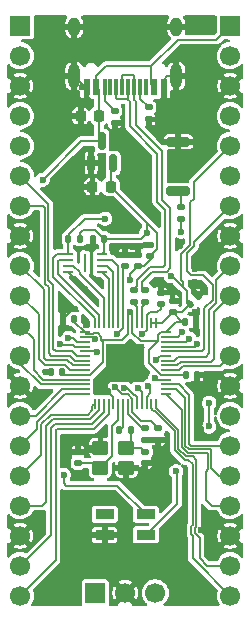
<source format=gbr>
%TF.GenerationSoftware,KiCad,Pcbnew,9.0.6*%
%TF.CreationDate,2025-11-22T23:37:21-05:00*%
%TF.ProjectId,DEVBOARD,44455642-4f41-4524-942e-6b696361645f,rev?*%
%TF.SameCoordinates,Original*%
%TF.FileFunction,Copper,L1,Top*%
%TF.FilePolarity,Positive*%
%FSLAX46Y46*%
G04 Gerber Fmt 4.6, Leading zero omitted, Abs format (unit mm)*
G04 Created by KiCad (PCBNEW 9.0.6) date 2025-11-22 23:37:21*
%MOMM*%
%LPD*%
G01*
G04 APERTURE LIST*
G04 Aperture macros list*
%AMRoundRect*
0 Rectangle with rounded corners*
0 $1 Rounding radius*
0 $2 $3 $4 $5 $6 $7 $8 $9 X,Y pos of 4 corners*
0 Add a 4 corners polygon primitive as box body*
4,1,4,$2,$3,$4,$5,$6,$7,$8,$9,$2,$3,0*
0 Add four circle primitives for the rounded corners*
1,1,$1+$1,$2,$3*
1,1,$1+$1,$4,$5*
1,1,$1+$1,$6,$7*
1,1,$1+$1,$8,$9*
0 Add four rect primitives between the rounded corners*
20,1,$1+$1,$2,$3,$4,$5,0*
20,1,$1+$1,$4,$5,$6,$7,0*
20,1,$1+$1,$6,$7,$8,$9,0*
20,1,$1+$1,$8,$9,$2,$3,0*%
G04 Aperture macros list end*
%TA.AperFunction,SMDPad,CuDef*%
%ADD10R,0.600000X1.450000*%
%TD*%
%TA.AperFunction,SMDPad,CuDef*%
%ADD11R,0.300000X1.450000*%
%TD*%
%TA.AperFunction,HeatsinkPad*%
%ADD12O,1.000000X2.100000*%
%TD*%
%TA.AperFunction,HeatsinkPad*%
%ADD13O,1.000000X1.600000*%
%TD*%
%TA.AperFunction,SMDPad,CuDef*%
%ADD14RoundRect,0.200000X-0.800000X0.200000X-0.800000X-0.200000X0.800000X-0.200000X0.800000X0.200000X0*%
%TD*%
%TA.AperFunction,SMDPad,CuDef*%
%ADD15RoundRect,0.140000X0.170000X-0.140000X0.170000X0.140000X-0.170000X0.140000X-0.170000X-0.140000X0*%
%TD*%
%TA.AperFunction,SMDPad,CuDef*%
%ADD16RoundRect,0.140000X0.140000X0.170000X-0.140000X0.170000X-0.140000X-0.170000X0.140000X-0.170000X0*%
%TD*%
%TA.AperFunction,SMDPad,CuDef*%
%ADD17RoundRect,0.225000X0.225000X0.250000X-0.225000X0.250000X-0.225000X-0.250000X0.225000X-0.250000X0*%
%TD*%
%TA.AperFunction,SMDPad,CuDef*%
%ADD18RoundRect,0.050000X-0.387500X-0.050000X0.387500X-0.050000X0.387500X0.050000X-0.387500X0.050000X0*%
%TD*%
%TA.AperFunction,SMDPad,CuDef*%
%ADD19RoundRect,0.050000X-0.050000X-0.387500X0.050000X-0.387500X0.050000X0.387500X-0.050000X0.387500X0*%
%TD*%
%TA.AperFunction,HeatsinkPad*%
%ADD20R,3.200000X3.200000*%
%TD*%
%TA.AperFunction,SMDPad,CuDef*%
%ADD21RoundRect,0.135000X0.135000X0.185000X-0.135000X0.185000X-0.135000X-0.185000X0.135000X-0.185000X0*%
%TD*%
%TA.AperFunction,ComponentPad*%
%ADD22R,1.700000X1.700000*%
%TD*%
%TA.AperFunction,ComponentPad*%
%ADD23C,1.700000*%
%TD*%
%TA.AperFunction,SMDPad,CuDef*%
%ADD24RoundRect,0.135000X-0.185000X0.135000X-0.185000X-0.135000X0.185000X-0.135000X0.185000X0.135000X0*%
%TD*%
%TA.AperFunction,SMDPad,CuDef*%
%ADD25RoundRect,0.062500X-0.387500X-0.062500X0.387500X-0.062500X0.387500X0.062500X-0.387500X0.062500X0*%
%TD*%
%TA.AperFunction,HeatsinkPad*%
%ADD26R,0.200000X1.600000*%
%TD*%
%TA.AperFunction,SMDPad,CuDef*%
%ADD27RoundRect,0.250000X0.450000X0.350000X-0.450000X0.350000X-0.450000X-0.350000X0.450000X-0.350000X0*%
%TD*%
%TA.AperFunction,SMDPad,CuDef*%
%ADD28R,1.600000X0.850000*%
%TD*%
%TA.AperFunction,SMDPad,CuDef*%
%ADD29RoundRect,0.140000X-0.140000X-0.170000X0.140000X-0.170000X0.140000X0.170000X-0.140000X0.170000X0*%
%TD*%
%TA.AperFunction,SMDPad,CuDef*%
%ADD30RoundRect,0.135000X-0.135000X-0.185000X0.135000X-0.185000X0.135000X0.185000X-0.135000X0.185000X0*%
%TD*%
%TA.AperFunction,SMDPad,CuDef*%
%ADD31RoundRect,0.140000X0.021213X-0.219203X0.219203X-0.021213X-0.021213X0.219203X-0.219203X0.021213X0*%
%TD*%
%TA.AperFunction,SMDPad,CuDef*%
%ADD32RoundRect,0.150000X0.150000X-0.587500X0.150000X0.587500X-0.150000X0.587500X-0.150000X-0.587500X0*%
%TD*%
%TA.AperFunction,SMDPad,CuDef*%
%ADD33RoundRect,0.140000X-0.170000X0.140000X-0.170000X-0.140000X0.170000X-0.140000X0.170000X0.140000X0*%
%TD*%
%TA.AperFunction,ViaPad*%
%ADD34C,0.600000*%
%TD*%
%TA.AperFunction,Conductor*%
%ADD35C,0.200000*%
%TD*%
G04 APERTURE END LIST*
D10*
%TO.P,J1,A1,GND*%
%TO.N,GND*%
X98750000Y-61545000D03*
%TO.P,J1,A4,VBUS*%
%TO.N,VBUS*%
X97950000Y-61545000D03*
D11*
%TO.P,J1,A5,CC1*%
%TO.N,Net-(J1-CC1)*%
X96750000Y-61545000D03*
%TO.P,J1,A6,D+*%
%TO.N,USB_D+*%
X95750000Y-61545000D03*
%TO.P,J1,A7,D-*%
%TO.N,USB_D-*%
X95250000Y-61545000D03*
%TO.P,J1,A8*%
%TO.N,N/C*%
X94250000Y-61545000D03*
D10*
%TO.P,J1,A9,VBUS*%
%TO.N,VBUS*%
X93050000Y-61545000D03*
%TO.P,J1,A12,GND*%
%TO.N,GND*%
X92250000Y-61545000D03*
%TO.P,J1,B1,GND*%
X92250000Y-61545000D03*
%TO.P,J1,B4,VBUS*%
%TO.N,VBUS*%
X93050000Y-61545000D03*
D11*
%TO.P,J1,B5,CC2*%
%TO.N,Net-(J1-CC2)*%
X93750000Y-61545000D03*
%TO.P,J1,B6,D+*%
%TO.N,USB_D+*%
X94750000Y-61545000D03*
%TO.P,J1,B7,D-*%
%TO.N,USB_D-*%
X96250000Y-61545000D03*
%TO.P,J1,B8*%
%TO.N,N/C*%
X97250000Y-61545000D03*
D10*
%TO.P,J1,B9,VBUS*%
%TO.N,VBUS*%
X97950000Y-61545000D03*
%TO.P,J1,B12,GND*%
%TO.N,GND*%
X98750000Y-61545000D03*
D12*
%TO.P,J1,S1,SHIELD*%
X99820000Y-60630000D03*
D13*
X99820000Y-56450000D03*
D12*
X91180000Y-60630000D03*
D13*
X91180000Y-56450000D03*
%TD*%
D14*
%TO.P,SW1,1,1*%
%TO.N,GND*%
X100000000Y-66200000D03*
%TO.P,SW1,2,2*%
%TO.N,Net-(R6-Pad1)*%
X100000000Y-70400000D03*
%TD*%
D15*
%TO.P,C16,1*%
%TO.N,GND*%
X97200000Y-93397500D03*
%TO.P,C16,2*%
%TO.N,Net-(C16-Pad2)*%
X97200000Y-92437500D03*
%TD*%
D16*
%TO.P,C3,1*%
%TO.N,+3V3*%
X90160000Y-85700000D03*
%TO.P,C3,2*%
%TO.N,GND*%
X89200000Y-85700000D03*
%TD*%
D17*
%TO.P,C13,1*%
%TO.N,VBUS*%
X93275000Y-64000000D03*
%TO.P,C13,2*%
%TO.N,GND*%
X91725000Y-64000000D03*
%TD*%
D16*
%TO.P,C4,1*%
%TO.N,+3V3*%
X91200000Y-81200000D03*
%TO.P,C4,2*%
%TO.N,GND*%
X90240000Y-81200000D03*
%TD*%
D18*
%TO.P,U1,1,IOVDD*%
%TO.N,+3V3*%
X92062500Y-82337500D03*
%TO.P,U1,2,GPIO0*%
%TO.N,GPIO0*%
X92062500Y-82737500D03*
%TO.P,U1,3,GPIO1*%
%TO.N,GPIO1*%
X92062500Y-83137500D03*
%TO.P,U1,4,GPIO2*%
%TO.N,GPIO2*%
X92062500Y-83537500D03*
%TO.P,U1,5,GPIO3*%
%TO.N,GPIO3*%
X92062500Y-83937500D03*
%TO.P,U1,6,GPIO4*%
%TO.N,GPIO4*%
X92062500Y-84337500D03*
%TO.P,U1,7,GPIO5*%
%TO.N,GPIO5*%
X92062500Y-84737500D03*
%TO.P,U1,8,GPIO6*%
%TO.N,GPIO6*%
X92062500Y-85137500D03*
%TO.P,U1,9,GPIO7*%
%TO.N,GPIO7*%
X92062500Y-85537500D03*
%TO.P,U1,10,IOVDD*%
%TO.N,+3V3*%
X92062500Y-85937500D03*
%TO.P,U1,11,GPIO8*%
%TO.N,GPIO8*%
X92062500Y-86337500D03*
%TO.P,U1,12,GPIO9*%
%TO.N,GPIO9*%
X92062500Y-86737500D03*
%TO.P,U1,13,GPIO10*%
%TO.N,GPIO10*%
X92062500Y-87137500D03*
%TO.P,U1,14,GPIO11*%
%TO.N,GPIO11*%
X92062500Y-87537500D03*
D19*
%TO.P,U1,15,GPIO12*%
%TO.N,GPIO12*%
X92900000Y-88375000D03*
%TO.P,U1,16,GPIO13*%
%TO.N,GPIO13*%
X93300000Y-88375000D03*
%TO.P,U1,17,GPIO14*%
%TO.N,GPIO14*%
X93700000Y-88375000D03*
%TO.P,U1,18,GPIO15*%
%TO.N,GPIO15*%
X94100000Y-88375000D03*
%TO.P,U1,19,TESTEN*%
%TO.N,GND*%
X94500000Y-88375000D03*
%TO.P,U1,20,XIN*%
%TO.N,XIN*%
X94900000Y-88375000D03*
%TO.P,U1,21,XOUT*%
%TO.N,XOUT*%
X95300000Y-88375000D03*
%TO.P,U1,22,IOVDD*%
%TO.N,+3V3*%
X95700000Y-88375000D03*
%TO.P,U1,23,DVDD*%
%TO.N,+1V1*%
X96100000Y-88375000D03*
%TO.P,U1,24,SWCLK*%
%TO.N,SWCLK*%
X96500000Y-88375000D03*
%TO.P,U1,25,SWD*%
%TO.N,SWD*%
X96900000Y-88375000D03*
%TO.P,U1,26,RUN*%
%TO.N,RUN*%
X97300000Y-88375000D03*
%TO.P,U1,27,GPIO16*%
%TO.N,GPIO16*%
X97700000Y-88375000D03*
%TO.P,U1,28,GPIO17*%
%TO.N,GPIO17*%
X98100000Y-88375000D03*
D18*
%TO.P,U1,29,GPIO18*%
%TO.N,GPIO18*%
X98937500Y-87537500D03*
%TO.P,U1,30,GPIO19*%
%TO.N,GPIO19*%
X98937500Y-87137500D03*
%TO.P,U1,31,GPIO20*%
%TO.N,GPIO20*%
X98937500Y-86737500D03*
%TO.P,U1,32,GPIO21*%
%TO.N,GPIO21*%
X98937500Y-86337500D03*
%TO.P,U1,33,IOVDD*%
%TO.N,+3V3*%
X98937500Y-85937500D03*
%TO.P,U1,34,GPIO22*%
%TO.N,GPIO22*%
X98937500Y-85537500D03*
%TO.P,U1,35,GPIO23*%
%TO.N,GPIO23*%
X98937500Y-85137500D03*
%TO.P,U1,36,GPIO24*%
%TO.N,GPIO24*%
X98937500Y-84737500D03*
%TO.P,U1,37,GPIO25*%
%TO.N,GPIO25*%
X98937500Y-84337500D03*
%TO.P,U1,38,GPIO26_ADC0*%
%TO.N,GPIO26_ADC0*%
X98937500Y-83937500D03*
%TO.P,U1,39,GPIO27_ADC1*%
%TO.N,GPIO27_ADC1*%
X98937500Y-83537500D03*
%TO.P,U1,40,GPIO28_ADC2*%
%TO.N,GPIO28_ADC2*%
X98937500Y-83137500D03*
%TO.P,U1,41,GPIO29_ADC3*%
%TO.N,GPIO29_ADC3*%
X98937500Y-82737500D03*
%TO.P,U1,42,IOVDD*%
%TO.N,+3V3*%
X98937500Y-82337500D03*
D19*
%TO.P,U1,43,ADC_AVDD*%
X98100000Y-81500000D03*
%TO.P,U1,44,VREG_IN*%
X97700000Y-81500000D03*
%TO.P,U1,45,VREG_VOUT*%
%TO.N,+1V1*%
X97300000Y-81500000D03*
%TO.P,U1,46,USB_DM*%
%TO.N,Net-(U1-USB_DM)*%
X96900000Y-81500000D03*
%TO.P,U1,47,USB_DP*%
%TO.N,Net-(U1-USB_DP)*%
X96500000Y-81500000D03*
%TO.P,U1,48,USB_VDD*%
%TO.N,+3V3*%
X96100000Y-81500000D03*
%TO.P,U1,49,IOVDD*%
X95700000Y-81500000D03*
%TO.P,U1,50,DVDD*%
%TO.N,+1V1*%
X95300000Y-81500000D03*
%TO.P,U1,51,QSPI_SD3*%
%TO.N,QSPI_SD3*%
X94900000Y-81500000D03*
%TO.P,U1,52,QSPI_SCLK*%
%TO.N,QSPI_SCLK*%
X94500000Y-81500000D03*
%TO.P,U1,53,QSPI_SD0*%
%TO.N,QSPI_SD0*%
X94100000Y-81500000D03*
%TO.P,U1,54,QSPI_SD2*%
%TO.N,QSPI_SD2*%
X93700000Y-81500000D03*
%TO.P,U1,55,QSPI_SD1*%
%TO.N,QSPI_SD1*%
X93300000Y-81500000D03*
%TO.P,U1,56,QSPI_SS*%
%TO.N,QSPI_SS*%
X92900000Y-81500000D03*
D20*
%TO.P,U1,57,GND*%
%TO.N,GND*%
X95500000Y-84937500D03*
%TD*%
D15*
%TO.P,C11,1*%
%TO.N,+1V1*%
X98500000Y-79917500D03*
%TO.P,C11,2*%
%TO.N,GND*%
X98500000Y-78957500D03*
%TD*%
D21*
%TO.P,R5,1*%
%TO.N,Net-(C16-Pad2)*%
X96010000Y-90637500D03*
%TO.P,R5,2*%
%TO.N,XOUT*%
X94990000Y-90637500D03*
%TD*%
D22*
%TO.P,J2,1,Pin_1*%
%TO.N,GPIO0*%
X86610000Y-56370000D03*
D23*
%TO.P,J2,2,Pin_2*%
%TO.N,GPIO1*%
X86610000Y-58910000D03*
%TO.P,J2,3,Pin_3*%
%TO.N,GND*%
X86610000Y-61450000D03*
%TO.P,J2,4,Pin_4*%
%TO.N,GPIO2*%
X86610000Y-63990000D03*
%TO.P,J2,5,Pin_5*%
%TO.N,GPIO3*%
X86610000Y-66530000D03*
%TO.P,J2,6,Pin_6*%
%TO.N,GPIO4*%
X86610000Y-69070000D03*
%TO.P,J2,7,Pin_7*%
%TO.N,GPIO5*%
X86610000Y-71610000D03*
%TO.P,J2,8,Pin_8*%
%TO.N,GND*%
X86610000Y-74150000D03*
%TO.P,J2,9,Pin_9*%
%TO.N,GPIO6*%
X86610000Y-76690000D03*
%TO.P,J2,10,Pin_10*%
%TO.N,GPIO7*%
X86610000Y-79230000D03*
%TO.P,J2,11,Pin_11*%
%TO.N,GPIO8*%
X86610000Y-81770000D03*
%TO.P,J2,12,Pin_12*%
%TO.N,GPIO9*%
X86610000Y-84310000D03*
%TO.P,J2,13,Pin_13*%
%TO.N,GND*%
X86610000Y-86850000D03*
%TO.P,J2,14,Pin_14*%
%TO.N,GPIO10*%
X86610000Y-89390000D03*
%TO.P,J2,15,Pin_15*%
%TO.N,GPIO11*%
X86610000Y-91930000D03*
%TO.P,J2,16,Pin_16*%
%TO.N,GPIO12*%
X86610000Y-94470000D03*
%TO.P,J2,17,Pin_17*%
%TO.N,GPIO13*%
X86610000Y-97010000D03*
%TO.P,J2,18,Pin_18*%
%TO.N,GND*%
X86610000Y-99550000D03*
%TO.P,J2,19,Pin_19*%
%TO.N,GPIO14*%
X86610000Y-102090000D03*
%TO.P,J2,20,Pin_20*%
%TO.N,GPIO15*%
X86610000Y-104630000D03*
%TD*%
D24*
%TO.P,R4,1*%
%TO.N,USB_D-*%
X97200000Y-78780000D03*
%TO.P,R4,2*%
%TO.N,Net-(U1-USB_DM)*%
X97200000Y-79800000D03*
%TD*%
D15*
%TO.P,C7,1*%
%TO.N,+3V3*%
X97600000Y-75880000D03*
%TO.P,C7,2*%
%TO.N,GND*%
X97600000Y-74920000D03*
%TD*%
D25*
%TO.P,U3,1,~{CS}*%
%TO.N,QSPI_SS*%
X90650000Y-75687500D03*
%TO.P,U3,2,DO/IO_{1}*%
%TO.N,QSPI_SD1*%
X90650000Y-76187500D03*
%TO.P,U3,3,~{WP}/IO_{2}*%
%TO.N,QSPI_SD2*%
X90650000Y-76687500D03*
%TO.P,U3,4,GND*%
%TO.N,GND*%
X90650000Y-77187500D03*
%TO.P,U3,5,DI/IO_{0}*%
%TO.N,QSPI_SD0*%
X93500000Y-77187500D03*
%TO.P,U3,6,CLK*%
%TO.N,QSPI_SCLK*%
X93500000Y-76687500D03*
%TO.P,U3,7,~{HOLD}/~{RESET}/IO_{3}*%
%TO.N,QSPI_SD3*%
X93500000Y-76187500D03*
%TO.P,U3,8,VCC*%
%TO.N,+3V3*%
X93500000Y-75687500D03*
D26*
%TO.P,U3,9*%
%TO.N,N/C*%
X92075000Y-76437500D03*
%TD*%
D17*
%TO.P,C14,1*%
%TO.N,+3V3*%
X94275000Y-70000000D03*
%TO.P,C14,2*%
%TO.N,GND*%
X92725000Y-70000000D03*
%TD*%
D22*
%TO.P,J3,1,Pin_1*%
%TO.N,VBUS*%
X104390000Y-56370000D03*
D23*
%TO.P,J3,2,Pin_2*%
%TO.N,GPIO29_ADC3*%
X104390000Y-58910000D03*
%TO.P,J3,3,Pin_3*%
%TO.N,GND*%
X104390000Y-61450000D03*
%TO.P,J3,4,Pin_4*%
%TO.N,GPIO28_ADC2*%
X104390000Y-63990000D03*
%TO.P,J3,5,Pin_5*%
%TO.N,+3V3*%
X104390000Y-66530000D03*
%TO.P,J3,6,Pin_6*%
%TO.N,GPIO27_ADC1*%
X104390000Y-69070000D03*
%TO.P,J3,7,Pin_7*%
%TO.N,GPIO26_ADC0*%
X104390000Y-71610000D03*
%TO.P,J3,8,Pin_8*%
%TO.N,GND*%
X104390000Y-74150000D03*
%TO.P,J3,9,Pin_9*%
%TO.N,GPIO24*%
X104390000Y-76690000D03*
%TO.P,J3,10,Pin_10*%
%TO.N,GPIO23*%
X104390000Y-79230000D03*
%TO.P,J3,11,Pin_11*%
%TO.N,RUN*%
X104390000Y-81770000D03*
%TO.P,J3,12,Pin_12*%
%TO.N,GPIO22*%
X104390000Y-84310000D03*
%TO.P,J3,13,Pin_13*%
%TO.N,GND*%
X104390000Y-86850000D03*
%TO.P,J3,14,Pin_14*%
%TO.N,GPIO21*%
X104390000Y-89390000D03*
%TO.P,J3,15,Pin_15*%
%TO.N,GPIO20*%
X104390000Y-91930000D03*
%TO.P,J3,16,Pin_16*%
%TO.N,GPIO19*%
X104390000Y-94470000D03*
%TO.P,J3,17,Pin_17*%
%TO.N,GPIO18*%
X104390000Y-97010000D03*
%TO.P,J3,18,Pin_18*%
%TO.N,GND*%
X104390000Y-99550000D03*
%TO.P,J3,19,Pin_19*%
%TO.N,GPIO17*%
X104390000Y-102090000D03*
%TO.P,J3,20,Pin_20*%
%TO.N,GPIO16*%
X104390000Y-104630000D03*
%TD*%
D27*
%TO.P,Y1,1,1*%
%TO.N,Net-(C16-Pad2)*%
X95600000Y-92087500D03*
%TO.P,Y1,2,2*%
%TO.N,GND*%
X93400000Y-92087500D03*
%TO.P,Y1,3,3*%
%TO.N,XIN*%
X93400000Y-93787500D03*
%TO.P,Y1,4,4*%
%TO.N,GND*%
X95600000Y-93787500D03*
%TD*%
D24*
%TO.P,R1,1*%
%TO.N,Net-(J1-CC1)*%
X97500000Y-63290000D03*
%TO.P,R1,2*%
%TO.N,GND*%
X97500000Y-64310000D03*
%TD*%
D15*
%TO.P,C5,1*%
%TO.N,+3V3*%
X99500000Y-80617500D03*
%TO.P,C5,2*%
%TO.N,GND*%
X99500000Y-79657500D03*
%TD*%
D24*
%TO.P,R2,1*%
%TO.N,Net-(J1-CC2)*%
X94600000Y-63580000D03*
%TO.P,R2,2*%
%TO.N,GND*%
X94600000Y-64600000D03*
%TD*%
D28*
%TO.P,D1,1,DOUT*%
%TO.N,unconnected-(D1-DOUT-Pad1)*%
X93750000Y-97725000D03*
%TO.P,D1,2,VSS*%
%TO.N,GND*%
X93750000Y-99475000D03*
%TO.P,D1,3,DIN*%
%TO.N,GPIO25*%
X97250000Y-99475000D03*
%TO.P,D1,4,VDD*%
%TO.N,VBUS*%
X97250000Y-97725000D03*
%TD*%
D15*
%TO.P,C6,1*%
%TO.N,+3V3*%
X96600000Y-76717500D03*
%TO.P,C6,2*%
%TO.N,GND*%
X96600000Y-75757500D03*
%TD*%
%TO.P,C12,1*%
%TO.N,+1V1*%
X95500000Y-76717500D03*
%TO.P,C12,2*%
%TO.N,GND*%
X95500000Y-75757500D03*
%TD*%
D29*
%TO.P,C8,1*%
%TO.N,+3V3*%
X100520000Y-81437500D03*
%TO.P,C8,2*%
%TO.N,GND*%
X101480000Y-81437500D03*
%TD*%
D30*
%TO.P,R7,1*%
%TO.N,QSPI_SS*%
X90680000Y-74400000D03*
%TO.P,R7,2*%
%TO.N,+3V3*%
X91700000Y-74400000D03*
%TD*%
D24*
%TO.P,R3,1*%
%TO.N,USB_D+*%
X96200000Y-78780000D03*
%TO.P,R3,2*%
%TO.N,Net-(U1-USB_DP)*%
X96200000Y-79800000D03*
%TD*%
D22*
%TO.P,J4,1,Pin_1*%
%TO.N,SWCLK*%
X92960000Y-104390000D03*
D23*
%TO.P,J4,2,Pin_2*%
%TO.N,GND*%
X95500000Y-104390000D03*
%TO.P,J4,3,Pin_3*%
%TO.N,SWD*%
X98040000Y-104390000D03*
%TD*%
D29*
%TO.P,C9,1*%
%TO.N,+3V3*%
X100640000Y-85937500D03*
%TO.P,C9,2*%
%TO.N,GND*%
X101600000Y-85937500D03*
%TD*%
D31*
%TO.P,C1,1*%
%TO.N,+3V3*%
X101000000Y-79937500D03*
%TO.P,C1,2*%
%TO.N,GND*%
X101678822Y-79258678D03*
%TD*%
D24*
%TO.P,R6,1*%
%TO.N,Net-(R6-Pad1)*%
X100200000Y-71700000D03*
%TO.P,R6,2*%
%TO.N,QSPI_SS*%
X100200000Y-72720000D03*
%TD*%
D32*
%TO.P,U2,1,GND*%
%TO.N,GND*%
X92600000Y-68000000D03*
%TO.P,U2,2,VO*%
%TO.N,+3V3*%
X94500000Y-68000000D03*
%TO.P,U2,3,VI*%
%TO.N,VBUS*%
X93550000Y-66125000D03*
%TD*%
D33*
%TO.P,C15,1*%
%TO.N,GND*%
X91500000Y-92437500D03*
%TO.P,C15,2*%
%TO.N,XIN*%
X91500000Y-93397500D03*
%TD*%
D16*
%TO.P,C17,1*%
%TO.N,+3V3*%
X93700000Y-74400000D03*
%TO.P,C17,2*%
%TO.N,GND*%
X92740000Y-74400000D03*
%TD*%
D33*
%TO.P,C10,1*%
%TO.N,+1V1*%
X98300000Y-90457500D03*
%TO.P,C10,2*%
%TO.N,GND*%
X98300000Y-91417500D03*
%TD*%
%TO.P,C2,1*%
%TO.N,+3V3*%
X97200000Y-90457500D03*
%TO.P,C2,2*%
%TO.N,GND*%
X97200000Y-91417500D03*
%TD*%
D34*
%TO.N,GND*%
X101900000Y-90500000D03*
X96500000Y-83937500D03*
X88200000Y-98500000D03*
X91500000Y-99100000D03*
X100100000Y-75000000D03*
X94500000Y-83937500D03*
X94400000Y-71600000D03*
X96500000Y-84937500D03*
X101400000Y-77000000D03*
X94000000Y-87300000D03*
X95500000Y-83937500D03*
X101700000Y-88400000D03*
X92370279Y-75177211D03*
X91900000Y-71500000D03*
X94500000Y-85937500D03*
X92100000Y-78700000D03*
X88300000Y-87700000D03*
X95500000Y-84937500D03*
X87900000Y-72700000D03*
X91270178Y-80368705D03*
X96500000Y-85937500D03*
X102700000Y-86300000D03*
X96800000Y-95400000D03*
X92200000Y-81700000D03*
X99500000Y-78800000D03*
X88800000Y-85700000D03*
X95400000Y-100100000D03*
X95500000Y-85937500D03*
X95800000Y-65800000D03*
X101800000Y-56400000D03*
X89000000Y-63700000D03*
X101400000Y-78100000D03*
X101800000Y-58700000D03*
X101400000Y-80600000D03*
X103500000Y-75400000D03*
X101900000Y-99100000D03*
X91400000Y-91300000D03*
X94600000Y-75200000D03*
X94500000Y-84937500D03*
X102500000Y-63300000D03*
X100800000Y-103700000D03*
%TO.N,+3V3*%
X95900000Y-77900000D03*
X95900000Y-80582730D03*
X97300000Y-73900000D03*
X99366048Y-77559257D03*
%TO.N,+1V1*%
X96900000Y-82500000D03*
X94626101Y-86986949D03*
X94800000Y-82500000D03*
%TO.N,VBUS*%
X88500000Y-69400000D03*
X90300000Y-94400000D03*
%TO.N,GPIO2*%
X90003000Y-83297000D03*
%TO.N,GPIO1*%
X90670178Y-82800000D03*
%TO.N,GPIO0*%
X92970279Y-82906431D03*
%TO.N,GPIO3*%
X93100000Y-84000000D03*
%TO.N,GPIO28_ADC2*%
X100923250Y-82874609D03*
%TO.N,GPIO29_ADC3*%
X100330692Y-82337135D03*
%TO.N,RUN*%
X97435213Y-86908488D03*
%TO.N,GPIO21*%
X98035213Y-86183837D03*
%TO.N,GPIO27_ADC1*%
X101575735Y-83337500D03*
%TO.N,SWD*%
X96544290Y-87037500D03*
%TO.N,SWCLK*%
X95410079Y-87036500D03*
%TO.N,QSPI_SS*%
X100225000Y-73800000D03*
X93800000Y-72700000D03*
%TO.N,GPIO25*%
X98100000Y-84705770D03*
X102600000Y-88300000D03*
X99800000Y-94100000D03*
X102600000Y-90300000D03*
%TD*%
D35*
%TO.N,GND*%
X95600000Y-93787500D02*
X96810000Y-93787500D01*
X92720000Y-74400000D02*
X92720000Y-74827490D01*
X91071295Y-80368705D02*
X91270178Y-80368705D01*
X90240000Y-81200000D02*
X91071295Y-80368705D01*
X98750000Y-60950000D02*
X99070000Y-60630000D01*
X92095000Y-61545000D02*
X91180000Y-60630000D01*
X99070000Y-60630000D02*
X99820000Y-60630000D01*
X93750000Y-99475000D02*
X94775000Y-99475000D01*
X94500000Y-88375000D02*
X94500000Y-87800000D01*
X88800000Y-85700000D02*
X89200000Y-85700000D01*
X98750000Y-61545000D02*
X98750000Y-60950000D01*
X93050000Y-92437500D02*
X93400000Y-92087500D01*
X91900000Y-78500000D02*
X91900000Y-78437500D01*
X91900000Y-78437500D02*
X90650000Y-77187500D01*
X92720000Y-74827490D02*
X92370279Y-75177211D01*
X94500000Y-87800000D02*
X94000000Y-87300000D01*
X96810000Y-93787500D02*
X97200000Y-93397500D01*
X94775000Y-99475000D02*
X95400000Y-100100000D01*
X92100000Y-78700000D02*
X91900000Y-78500000D01*
X91500000Y-92437500D02*
X93050000Y-92437500D01*
X92250000Y-61545000D02*
X92095000Y-61545000D01*
%TO.N,+3V3*%
X101300000Y-71000000D02*
X101300000Y-69620000D01*
X101000000Y-71300000D02*
X101300000Y-71000000D01*
X98211000Y-73936000D02*
X97337500Y-73062500D01*
X101000000Y-79937500D02*
X100962500Y-79937500D01*
X97700000Y-81500000D02*
X98100000Y-81500000D01*
X92062500Y-85937500D02*
X90397500Y-85937500D01*
X100700000Y-78800000D02*
X100400000Y-78500000D01*
X91700000Y-74400000D02*
X91700000Y-73900000D01*
X91900000Y-73700000D02*
X92980000Y-73700000D01*
X94275000Y-68225000D02*
X94500000Y-68000000D01*
X95200000Y-83000000D02*
X93471279Y-83000000D01*
X91700000Y-73900000D02*
X91900000Y-73700000D01*
X91200000Y-81200000D02*
X91200000Y-81475000D01*
X92731689Y-82436500D02*
X92161500Y-82436500D01*
X96100000Y-80782730D02*
X95900000Y-80582730D01*
X95700000Y-89267499D02*
X95700000Y-88375000D01*
X95700000Y-80782730D02*
X95900000Y-80582730D01*
X95700000Y-82500000D02*
X95200000Y-83000000D01*
X90397500Y-85937500D02*
X90160000Y-85700000D01*
X99837500Y-81437500D02*
X98937500Y-82337500D01*
X99366048Y-77559257D02*
X99459257Y-77559257D01*
X100640000Y-85937500D02*
X98937500Y-85937500D01*
X98100000Y-81500000D02*
X98617500Y-81500000D01*
X100700000Y-79637500D02*
X100700000Y-78800000D01*
X93680000Y-74400000D02*
X96800000Y-74400000D01*
X100962500Y-79937500D02*
X100282500Y-80617500D01*
X101300000Y-69620000D02*
X104390000Y-66530000D01*
X93601000Y-84836500D02*
X93601000Y-83129721D01*
X92762758Y-82405431D02*
X92731689Y-82436500D01*
X93500000Y-75687500D02*
X93700000Y-75487500D01*
X97500000Y-83842734D02*
X97500000Y-84940103D01*
X97300000Y-73900000D02*
X97300000Y-73100000D01*
X101000000Y-79937500D02*
X100700000Y-79637500D01*
X97082500Y-76717500D02*
X97682500Y-76117500D01*
X98242734Y-83100000D02*
X97500000Y-83842734D01*
X96600000Y-76717500D02*
X97082500Y-76717500D01*
X93471279Y-83000000D02*
X93471279Y-82698910D01*
X97682500Y-76117500D02*
X97700000Y-76117500D01*
X100320000Y-81437500D02*
X99500000Y-80617500D01*
X98500000Y-82337500D02*
X98242734Y-82594766D01*
X98242734Y-82594766D02*
X98242734Y-83100000D01*
X93177800Y-82405431D02*
X92762758Y-82405431D01*
X95900000Y-77900000D02*
X95900000Y-77417500D01*
X97300000Y-73100000D02*
X97337500Y-73062500D01*
X98937500Y-82337500D02*
X98500000Y-82337500D01*
X97500000Y-84940103D02*
X98497397Y-85937500D01*
X93601000Y-83129721D02*
X93471279Y-83000000D01*
X97600000Y-75880000D02*
X98211000Y-75269000D01*
X100282500Y-80617500D02*
X99500000Y-80617500D01*
X95700000Y-81500000D02*
X95700000Y-82500000D01*
X96100000Y-81500000D02*
X96100000Y-80782730D01*
X92161500Y-82436500D02*
X92062500Y-82337500D01*
X100400000Y-78100000D02*
X100200000Y-77900000D01*
X98497397Y-85937500D02*
X98937500Y-85937500D01*
X97200000Y-90457500D02*
X96890001Y-90457500D01*
X101000000Y-74900000D02*
X101000000Y-71300000D01*
X95700000Y-81500000D02*
X95700000Y-80782730D01*
X99459257Y-77559257D02*
X100400000Y-78500000D01*
X100200000Y-75700000D02*
X101000000Y-74900000D01*
X98211000Y-75269000D02*
X98211000Y-73936000D01*
X91200000Y-81475000D02*
X92062500Y-82337500D01*
X100520000Y-81437500D02*
X100320000Y-81437500D01*
X96890001Y-90457500D02*
X95700000Y-89267499D01*
X92980000Y-73700000D02*
X93680000Y-74400000D01*
X92500000Y-85937500D02*
X93601000Y-84836500D01*
X92062500Y-85937500D02*
X92500000Y-85937500D01*
X97337500Y-73062500D02*
X94275000Y-70000000D01*
X95900000Y-77417500D02*
X96600000Y-76717500D01*
X100400000Y-78500000D02*
X100400000Y-78100000D01*
X100520000Y-81437500D02*
X99837500Y-81437500D01*
X98617500Y-81500000D02*
X99500000Y-80617500D01*
X100200000Y-77900000D02*
X100200000Y-75700000D01*
X96800000Y-74400000D02*
X97300000Y-73900000D01*
X92062500Y-82337500D02*
X92062500Y-82320000D01*
X94275000Y-70000000D02*
X94275000Y-68225000D01*
X93700000Y-75487500D02*
X93700000Y-74420000D01*
X93700000Y-74420000D02*
X93680000Y-74400000D01*
X93471279Y-82698910D02*
X93177800Y-82405431D01*
X96100000Y-81500000D02*
X96100000Y-82408521D01*
X96791479Y-83100000D02*
X98242734Y-83100000D01*
X96100000Y-82408521D02*
X96791479Y-83100000D01*
%TO.N,+1V1*%
X96900000Y-82500000D02*
X97300000Y-82100000D01*
X98200000Y-80637500D02*
X98500000Y-80337500D01*
X96100000Y-88375000D02*
X96100000Y-87935587D01*
X96100000Y-89100000D02*
X96800000Y-89800000D01*
X97300000Y-82100000D02*
X97300000Y-81500000D01*
X97300000Y-81500000D02*
X97300000Y-80897840D01*
X97560340Y-80637500D02*
X98200000Y-80637500D01*
X95752617Y-87588204D02*
X95227356Y-87588204D01*
X96800000Y-89800000D02*
X97642500Y-89800000D01*
X95227356Y-87588204D02*
X94626101Y-86986949D01*
X97642500Y-89800000D02*
X98300000Y-90457500D01*
X98500000Y-80337500D02*
X98500000Y-79917500D01*
X95300000Y-81500000D02*
X95300000Y-76917500D01*
X95300000Y-81500000D02*
X95300000Y-82000000D01*
X96100000Y-87935587D02*
X95752617Y-87588204D01*
X95300000Y-76917500D02*
X95500000Y-76717500D01*
X95300000Y-82000000D02*
X94800000Y-82500000D01*
X96100000Y-88375000D02*
X96100000Y-89100000D01*
X97300000Y-80897840D02*
X97560340Y-80637500D01*
%TO.N,VBUS*%
X90300000Y-95100000D02*
X90300000Y-94400000D01*
X93275000Y-64000000D02*
X93275000Y-61770000D01*
X97950000Y-61545000D02*
X97714000Y-61309000D01*
X103209000Y-57551000D02*
X104390000Y-56370000D01*
X91775000Y-66125000D02*
X93550000Y-66125000D01*
X90500000Y-95300000D02*
X90300000Y-95100000D01*
X97714000Y-59766000D02*
X99929000Y-57551000D01*
X93050000Y-60620000D02*
X93904000Y-59766000D01*
X93275000Y-64000000D02*
X93275000Y-65850000D01*
X97714000Y-61309000D02*
X97714000Y-59766000D01*
X93275000Y-65850000D02*
X93550000Y-66125000D01*
X93050000Y-61545000D02*
X93050000Y-60620000D01*
X94825000Y-95300000D02*
X90500000Y-95300000D01*
X99929000Y-57551000D02*
X103209000Y-57551000D01*
X97250000Y-97725000D02*
X94825000Y-95300000D01*
X88500000Y-69400000D02*
X91775000Y-66125000D01*
X93904000Y-59766000D02*
X97714000Y-59766000D01*
X93275000Y-61770000D02*
X93050000Y-61545000D01*
%TO.N,XIN*%
X94900000Y-89787160D02*
X94900000Y-88375000D01*
X94400000Y-90287160D02*
X94900000Y-89787160D01*
X94400000Y-92787500D02*
X94400000Y-90287160D01*
X91500000Y-93397500D02*
X93010000Y-93397500D01*
X93400000Y-93787500D02*
X94400000Y-92787500D01*
X93010000Y-93397500D02*
X93400000Y-93787500D01*
%TO.N,Net-(C16-Pad2)*%
X96010000Y-90637500D02*
X96010000Y-91677500D01*
X96850000Y-92087500D02*
X97200000Y-92437500D01*
X96010000Y-91677500D02*
X95600000Y-92087500D01*
X95600000Y-92087500D02*
X96850000Y-92087500D01*
%TO.N,USB_D-*%
X99300000Y-71800000D02*
X98609099Y-71109099D01*
X96250000Y-60568000D02*
X96250000Y-61545000D01*
X98993198Y-77225000D02*
X99300000Y-76918198D01*
X97200000Y-78730000D02*
X96950980Y-78480980D01*
X96201000Y-60519000D02*
X96250000Y-60568000D01*
X95250000Y-61545000D02*
X95250000Y-60568000D01*
X95299000Y-60519000D02*
X96201000Y-60519000D01*
X96250000Y-62632501D02*
X96250000Y-61545000D01*
X98609099Y-67009099D02*
X96400000Y-64800000D01*
X97793198Y-77225000D02*
X98993198Y-77225000D01*
X96400000Y-64800000D02*
X96400000Y-62782501D01*
X99300000Y-76918198D02*
X99300000Y-71800000D01*
X96400000Y-62782501D02*
X96250000Y-62632501D01*
X95250000Y-60568000D02*
X95299000Y-60519000D01*
X96950980Y-78067218D02*
X97793198Y-77225000D01*
X96950980Y-78480980D02*
X96950980Y-78067218D01*
X97200000Y-78780000D02*
X97200000Y-78730000D01*
X98609099Y-71109099D02*
X98609099Y-67009099D01*
%TO.N,USB_D+*%
X98200000Y-67200000D02*
X95900000Y-64900000D01*
X98900000Y-71957481D02*
X98200000Y-71257481D01*
X96200000Y-78730000D02*
X96501000Y-78429000D01*
X95750000Y-61545000D02*
X95750000Y-62522000D01*
X95900000Y-64900000D02*
X95900000Y-62782501D01*
X95750000Y-62522000D02*
X95701000Y-62571000D01*
X96501000Y-78429000D02*
X96501000Y-77880802D01*
X97606802Y-76775000D02*
X98725000Y-76775000D01*
X95900000Y-62782501D02*
X95750000Y-62632501D01*
X98725000Y-76775000D02*
X98900000Y-76600000D01*
X96501000Y-77880802D02*
X97606802Y-76775000D01*
X95750000Y-62632501D02*
X95750000Y-61545000D01*
X98200000Y-71257481D02*
X98200000Y-67200000D01*
X94750000Y-62522000D02*
X94750000Y-61545000D01*
X94799000Y-62571000D02*
X94750000Y-62522000D01*
X98900000Y-76600000D02*
X98900000Y-71957481D01*
X96200000Y-78780000D02*
X96200000Y-78730000D01*
X95701000Y-62571000D02*
X94799000Y-62571000D01*
%TO.N,Net-(J1-CC2)*%
X93750000Y-62730000D02*
X93750000Y-61545000D01*
X94600000Y-63580000D02*
X93750000Y-62730000D01*
%TO.N,Net-(J1-CC1)*%
X97500000Y-63290000D02*
X96750000Y-62540000D01*
X96750000Y-62540000D02*
X96750000Y-61545000D01*
%TO.N,GPIO7*%
X88200000Y-84600000D02*
X88200000Y-80820000D01*
X88200000Y-80820000D02*
X86610000Y-79230000D01*
X90837500Y-85537500D02*
X90400000Y-85100000D01*
X92062500Y-85537500D02*
X90837500Y-85537500D01*
X90400000Y-85100000D02*
X88700000Y-85100000D01*
X88700000Y-85100000D02*
X88200000Y-84600000D01*
%TO.N,GPIO14*%
X89533900Y-90101000D02*
X92676374Y-90101000D01*
X93702000Y-89075374D02*
X93702000Y-88912274D01*
X93700000Y-88910274D02*
X93700000Y-88375000D01*
X92676374Y-90101000D02*
X93702000Y-89075374D01*
X89199000Y-90435900D02*
X89533900Y-90101000D01*
X86610000Y-102090000D02*
X89199000Y-99501000D01*
X89199000Y-99501000D02*
X89199000Y-90435900D01*
X93702000Y-88912274D02*
X93700000Y-88910274D01*
%TO.N,GPIO12*%
X86610000Y-94470000D02*
X88397000Y-92683000D01*
X89201700Y-89299000D02*
X92344174Y-89299000D01*
X92344174Y-89299000D02*
X92721587Y-88921587D01*
X92721587Y-88921587D02*
X92721587Y-88553413D01*
X92721587Y-88553413D02*
X92900000Y-88375000D01*
X88397000Y-92683000D02*
X88397000Y-90103700D01*
X88397000Y-90103700D02*
X89201700Y-89299000D01*
%TO.N,GPIO5*%
X89002000Y-84102000D02*
X89198000Y-84298000D01*
X86610000Y-71610000D02*
X88510000Y-71610000D01*
X89002000Y-78502000D02*
X89002000Y-84102000D01*
X88700000Y-78200000D02*
X89002000Y-78502000D01*
X89198000Y-84298000D02*
X90798000Y-84298000D01*
X90798000Y-84298000D02*
X91237500Y-84737500D01*
X88700000Y-71800000D02*
X88700000Y-78200000D01*
X88510000Y-71610000D02*
X88700000Y-71800000D01*
X91237500Y-84737500D02*
X92062500Y-84737500D01*
%TO.N,GPIO6*%
X92062500Y-85137500D02*
X91037500Y-85137500D01*
X88601000Y-78681000D02*
X86610000Y-76690000D01*
X88601000Y-84500000D02*
X88601000Y-78681000D01*
X91037500Y-85137500D02*
X90599000Y-84699000D01*
X88800000Y-84699000D02*
X88601000Y-84500000D01*
X90599000Y-84699000D02*
X88800000Y-84699000D01*
%TO.N,GPIO4*%
X92062500Y-84337500D02*
X91437500Y-84337500D01*
X89403000Y-83703000D02*
X89403000Y-78303000D01*
X89403000Y-78303000D02*
X89000000Y-77900000D01*
X89597000Y-83897000D02*
X89403000Y-83703000D01*
X89000000Y-71460000D02*
X86610000Y-69070000D01*
X91437500Y-84337500D02*
X90997000Y-83897000D01*
X90997000Y-83897000D02*
X89597000Y-83897000D01*
X89000000Y-77900000D02*
X89000000Y-71460000D01*
%TO.N,GPIO13*%
X89367800Y-89700000D02*
X92510274Y-89700000D01*
X86610000Y-97010000D02*
X88488000Y-97010000D01*
X93300000Y-88908274D02*
X93300000Y-88375000D01*
X93301000Y-88909274D02*
X93300000Y-88908274D01*
X88488000Y-97010000D02*
X88798000Y-96700000D01*
X92510274Y-89700000D02*
X93301000Y-88909274D01*
X88798000Y-96700000D02*
X88798000Y-90269800D01*
X88798000Y-90269800D02*
X89367800Y-89700000D01*
%TO.N,GPIO2*%
X91204600Y-83537500D02*
X91067100Y-83400000D01*
X90300000Y-83400000D02*
X90106000Y-83400000D01*
X90106000Y-83400000D02*
X90003000Y-83297000D01*
X92062500Y-83537500D02*
X91204600Y-83537500D01*
X91067100Y-83400000D02*
X90300000Y-83400000D01*
%TO.N,GPIO1*%
X91437500Y-83137500D02*
X91100000Y-82800000D01*
X92062500Y-83137500D02*
X91437500Y-83137500D01*
X91100000Y-82800000D02*
X90670178Y-82800000D01*
%TO.N,GPIO0*%
X92062500Y-82737500D02*
X92801348Y-82737500D01*
X92801348Y-82737500D02*
X92970279Y-82906431D01*
%TO.N,GPIO8*%
X88537500Y-86337500D02*
X92062500Y-86337500D01*
X87761000Y-85561000D02*
X88537500Y-86337500D01*
X87761000Y-82921000D02*
X87761000Y-85561000D01*
X86610000Y-81770000D02*
X87761000Y-82921000D01*
%TO.N,GPIO11*%
X87996000Y-89937600D02*
X90396100Y-87537500D01*
X87996000Y-90544000D02*
X87996000Y-89937600D01*
X86610000Y-91930000D02*
X87996000Y-90544000D01*
X90396100Y-87537500D02*
X92062500Y-87537500D01*
%TO.N,GPIO3*%
X92062500Y-83937500D02*
X93037500Y-83937500D01*
X93037500Y-83937500D02*
X93100000Y-84000000D01*
%TO.N,GPIO15*%
X86610000Y-104630000D02*
X89600000Y-101640000D01*
X94103000Y-89241474D02*
X94103000Y-88913274D01*
X94100000Y-88910274D02*
X94100000Y-88375000D01*
X94103000Y-88913274D02*
X94100000Y-88910274D01*
X92842474Y-90502000D02*
X94103000Y-89241474D01*
X89600000Y-101640000D02*
X89600000Y-90602000D01*
X89600000Y-90602000D02*
X89700000Y-90502000D01*
X89700000Y-90502000D02*
X92842474Y-90502000D01*
%TO.N,GPIO10*%
X87910000Y-89390000D02*
X90162500Y-87137500D01*
X90162500Y-87137500D02*
X92062500Y-87137500D01*
X86610000Y-89390000D02*
X87910000Y-89390000D01*
%TO.N,GPIO9*%
X86610000Y-84310000D02*
X86610000Y-85010000D01*
X86610000Y-85010000D02*
X88337500Y-86737500D01*
X88337500Y-86737500D02*
X92062500Y-86737500D01*
%TO.N,GPIO17*%
X101233000Y-92833000D02*
X101500000Y-93100000D01*
X98100000Y-88375000D02*
X98100000Y-88700000D01*
X101800000Y-99708521D02*
X101800000Y-101472900D01*
X101399000Y-98892479D02*
X101399000Y-99307521D01*
X100000000Y-90600000D02*
X100000000Y-92175034D01*
X101399000Y-99307521D02*
X101800000Y-99708521D01*
X101500000Y-93100000D02*
X101500000Y-98791479D01*
X101800000Y-101472900D02*
X102417100Y-102090000D01*
X102417100Y-102090000D02*
X104390000Y-102090000D01*
X101500000Y-98791479D02*
X101399000Y-98892479D01*
X98100000Y-88700000D02*
X100000000Y-90600000D01*
X100657966Y-92833000D02*
X101233000Y-92833000D01*
X100000000Y-92175034D02*
X100657966Y-92833000D01*
%TO.N,GPIO23*%
X99862500Y-85137500D02*
X100200000Y-84800000D01*
X103000000Y-84600000D02*
X103000000Y-80620000D01*
X103000000Y-80620000D02*
X104390000Y-79230000D01*
X102800000Y-84800000D02*
X103000000Y-84600000D01*
X100200000Y-84800000D02*
X102800000Y-84800000D01*
X98937500Y-85137500D02*
X99862500Y-85137500D01*
%TO.N,GPIO16*%
X99700000Y-92300712D02*
X99700000Y-90725678D01*
X101200000Y-101440000D02*
X101200000Y-99534199D01*
X101199000Y-98666801D02*
X101199000Y-93499000D01*
X104390000Y-104630000D02*
X101200000Y-101440000D01*
X100533288Y-93134000D02*
X99700000Y-92300712D01*
X101098000Y-98767801D02*
X101199000Y-98666801D01*
X97944648Y-89013500D02*
X97799000Y-88867852D01*
X101098000Y-99432199D02*
X101098000Y-98767801D01*
X100834000Y-93134000D02*
X100533288Y-93134000D01*
X97799000Y-88867852D02*
X97799000Y-88824678D01*
X101200000Y-99534199D02*
X101098000Y-99432199D01*
X97987822Y-89013500D02*
X97944648Y-89013500D01*
X101199000Y-93499000D02*
X100834000Y-93134000D01*
X97799000Y-88824678D02*
X97700000Y-88725678D01*
X97700000Y-88725678D02*
X97700000Y-88375000D01*
X99700000Y-90725678D02*
X97987822Y-89013500D01*
%TO.N,GPIO22*%
X98937500Y-85537500D02*
X100062500Y-85537500D01*
X100062500Y-85537500D02*
X100400000Y-85200000D01*
X100400000Y-85200000D02*
X103500000Y-85200000D01*
X103500000Y-85200000D02*
X104390000Y-84310000D01*
%TO.N,GPIO28_ADC2*%
X100660359Y-83137500D02*
X100923250Y-82874609D01*
X98937500Y-83137500D02*
X100660359Y-83137500D01*
%TO.N,GPIO18*%
X100782644Y-92532000D02*
X100300000Y-92049356D01*
X100300000Y-92049356D02*
X100300000Y-88900000D01*
X102499000Y-92532000D02*
X100782644Y-92532000D01*
X104390000Y-97010000D02*
X102810000Y-97010000D01*
X102499000Y-93924678D02*
X102499000Y-92532000D01*
X100300000Y-88900000D02*
X98937500Y-87537500D01*
X102300000Y-96500000D02*
X102300000Y-94123678D01*
X102300000Y-94123678D02*
X102499000Y-93924678D01*
X102810000Y-97010000D02*
X102300000Y-96500000D01*
%TO.N,GPIO29_ADC3*%
X99930327Y-82737500D02*
X100330692Y-82337135D01*
X98937500Y-82737500D02*
X99930327Y-82737500D01*
%TO.N,RUN*%
X97600000Y-87073275D02*
X97435213Y-86908488D01*
X97300000Y-87800000D02*
X97600000Y-87500000D01*
X97600000Y-87500000D02*
X97600000Y-87073275D01*
X97300000Y-88375000D02*
X97300000Y-87800000D01*
X97300000Y-87043701D02*
X97435213Y-86908488D01*
%TO.N,GPIO21*%
X98937500Y-86337500D02*
X98188876Y-86337500D01*
X98188876Y-86337500D02*
X98035213Y-86183837D01*
%TO.N,GPIO19*%
X99837500Y-87137500D02*
X98937500Y-87137500D01*
X102800000Y-93800000D02*
X102800000Y-92231000D01*
X102800000Y-92231000D02*
X100907322Y-92231000D01*
X104390000Y-94470000D02*
X103470000Y-94470000D01*
X100600000Y-91923678D02*
X100600000Y-87900000D01*
X103470000Y-94470000D02*
X102800000Y-93800000D01*
X100600000Y-87900000D02*
X99837500Y-87137500D01*
X100907322Y-92231000D02*
X100600000Y-91923678D01*
%TO.N,GPIO20*%
X100036500Y-86736500D02*
X99800000Y-86736500D01*
X104390000Y-91930000D02*
X101032000Y-91930000D01*
X99800000Y-86736500D02*
X99799000Y-86737500D01*
X99799000Y-86737500D02*
X98937500Y-86737500D01*
X100900000Y-91798000D02*
X100900000Y-87600000D01*
X101032000Y-91930000D02*
X100900000Y-91798000D01*
X100900000Y-87600000D02*
X100036500Y-86736500D01*
%TO.N,GPIO26_ADC0*%
X102900000Y-78300000D02*
X102900000Y-79585800D01*
X100700000Y-77100000D02*
X101100000Y-77500000D01*
X102198000Y-80287800D02*
X102198000Y-83702000D01*
X101301000Y-74699000D02*
X101301000Y-75024678D01*
X100700000Y-75625678D02*
X100700000Y-77100000D01*
X102198000Y-83702000D02*
X101962500Y-83937500D01*
X101962500Y-83937500D02*
X98937500Y-83937500D01*
X102900000Y-79585800D02*
X102198000Y-80287800D01*
X101100000Y-77500000D02*
X102100000Y-77500000D01*
X102100000Y-77500000D02*
X102900000Y-78300000D01*
X104390000Y-71610000D02*
X101301000Y-74699000D01*
X101301000Y-75024678D02*
X100700000Y-75625678D01*
%TO.N,GPIO24*%
X102599000Y-84101000D02*
X102599000Y-80453900D01*
X103200000Y-79852900D02*
X103200000Y-77880000D01*
X102599000Y-80453900D02*
X103200000Y-79852900D01*
X100000000Y-84400000D02*
X102300000Y-84400000D01*
X102300000Y-84400000D02*
X102599000Y-84101000D01*
X98937500Y-84737500D02*
X99662500Y-84737500D01*
X103200000Y-77880000D02*
X104390000Y-76690000D01*
X99662500Y-84737500D02*
X100000000Y-84400000D01*
%TO.N,GPIO27_ADC1*%
X101375735Y-83537500D02*
X101575735Y-83337500D01*
X98937500Y-83537500D02*
X101375735Y-83537500D01*
%TO.N,SWD*%
X96900000Y-87393210D02*
X96900000Y-88375000D01*
X96544290Y-87037500D02*
X96900000Y-87393210D01*
%TO.N,SWCLK*%
X96228591Y-87638500D02*
X96338500Y-87638500D01*
X96338500Y-87638500D02*
X96500000Y-87800000D01*
X95626591Y-87036500D02*
X96228591Y-87638500D01*
X95410079Y-87036500D02*
X95626591Y-87036500D01*
X96500000Y-87800000D02*
X96500000Y-88375000D01*
%TO.N,Net-(U1-USB_DP)*%
X96200000Y-79900000D02*
X96500000Y-80200000D01*
X96200000Y-79800000D02*
X96200000Y-79900000D01*
X96500000Y-80200000D02*
X96500000Y-81500000D01*
%TO.N,Net-(U1-USB_DM)*%
X97200000Y-79900000D02*
X97200000Y-79800000D01*
X96900000Y-80200000D02*
X97200000Y-79900000D01*
X96900000Y-81500000D02*
X96900000Y-80200000D01*
%TO.N,XOUT*%
X95300000Y-90327500D02*
X94990000Y-90637500D01*
X95300000Y-88375000D02*
X95300000Y-90327500D01*
%TO.N,Net-(R6-Pad1)*%
X100200000Y-70574000D02*
X100110000Y-70484000D01*
X100200000Y-71700000D02*
X100200000Y-70574000D01*
%TO.N,QSPI_SS*%
X100200000Y-73775000D02*
X100225000Y-73800000D01*
X90680000Y-74080001D02*
X90680000Y-74400000D01*
X89400000Y-77650000D02*
X89400000Y-76037500D01*
X90650000Y-75687500D02*
X90650000Y-74430000D01*
X100200000Y-72720000D02*
X100200000Y-73775000D01*
X92060001Y-72700000D02*
X90680000Y-74080001D01*
X89400000Y-76037500D02*
X89750000Y-75687500D01*
X93800000Y-72700000D02*
X92060001Y-72700000D01*
X89750000Y-75687500D02*
X90650000Y-75687500D01*
X90650000Y-74430000D02*
X90680000Y-74400000D01*
X92900000Y-81500000D02*
X92900000Y-81150000D01*
X92900000Y-81150000D02*
X89400000Y-77650000D01*
%TO.N,QSPI_SD2*%
X91674000Y-77374000D02*
X93700000Y-79400000D01*
X93700000Y-79400000D02*
X93700000Y-81500000D01*
X91115798Y-76687500D02*
X91674000Y-77245702D01*
X91674000Y-77245702D02*
X91674000Y-77374000D01*
X90650000Y-76687500D02*
X91115798Y-76687500D01*
%TO.N,QSPI_SCLK*%
X93965798Y-76687500D02*
X93500000Y-76687500D01*
X94500000Y-77221702D02*
X93965798Y-76687500D01*
X94500000Y-81500000D02*
X94500000Y-77221702D01*
%TO.N,QSPI_SD3*%
X94900000Y-81500000D02*
X94900000Y-76737500D01*
X94900000Y-76737500D02*
X94350000Y-76187500D01*
X94350000Y-76187500D02*
X93500000Y-76187500D01*
%TO.N,QSPI_SD1*%
X89800000Y-76300000D02*
X89900000Y-76200000D01*
X89800000Y-77400000D02*
X89800000Y-76300000D01*
X93300000Y-81500000D02*
X93300000Y-80900000D01*
X89937500Y-76200000D02*
X89950000Y-76187500D01*
X93300000Y-80900000D02*
X89800000Y-77400000D01*
X89900000Y-76200000D02*
X89937500Y-76200000D01*
X89950000Y-76187500D02*
X90650000Y-76187500D01*
%TO.N,QSPI_SD0*%
X94100000Y-77787500D02*
X93500000Y-77187500D01*
X94100000Y-81500000D02*
X94100000Y-77787500D01*
%TO.N,GPIO25*%
X99900000Y-96825000D02*
X99900000Y-95000000D01*
X99900000Y-94200000D02*
X99800000Y-94100000D01*
X102600000Y-88300000D02*
X102600000Y-90300000D01*
X98937500Y-84337500D02*
X98468270Y-84337500D01*
X99900000Y-95000000D02*
X99900000Y-94200000D01*
X97250000Y-99475000D02*
X99900000Y-96825000D01*
X98468270Y-84337500D02*
X98100000Y-84705770D01*
X102600000Y-90300000D02*
X102600000Y-90400000D01*
%TD*%
%TA.AperFunction,Conductor*%
%TO.N,GND*%
G36*
X100385486Y-93509025D02*
G01*
X100480561Y-93534500D01*
X100616745Y-93534500D01*
X100646185Y-93543144D01*
X100676172Y-93549668D01*
X100681187Y-93553422D01*
X100683784Y-93554185D01*
X100704426Y-93570819D01*
X100762181Y-93628574D01*
X100795666Y-93689897D01*
X100798500Y-93716255D01*
X100798500Y-98452454D01*
X100780382Y-98514155D01*
X100781584Y-98514849D01*
X100724792Y-98613214D01*
X100718449Y-98636889D01*
X100718449Y-98636891D01*
X100697500Y-98715074D01*
X100697500Y-99484925D01*
X100724793Y-99586788D01*
X100781584Y-99685150D01*
X100779007Y-99686637D01*
X100799070Y-99738528D01*
X100799500Y-99748849D01*
X100799500Y-101492726D01*
X100826793Y-101594589D01*
X100842501Y-101621795D01*
X100879520Y-101685913D01*
X100879522Y-101685915D01*
X103284325Y-104090718D01*
X103317810Y-104152041D01*
X103314575Y-104216716D01*
X103267829Y-104360587D01*
X103239500Y-104539448D01*
X103239500Y-104720551D01*
X103267829Y-104899410D01*
X103323787Y-105071636D01*
X103323788Y-105071639D01*
X103406003Y-105232993D01*
X103456586Y-105302615D01*
X103480065Y-105368422D01*
X103464239Y-105436476D01*
X103414133Y-105485170D01*
X103356267Y-105499500D01*
X98851887Y-105499500D01*
X98784848Y-105479815D01*
X98739093Y-105427011D01*
X98729149Y-105357853D01*
X98758174Y-105294297D01*
X98779002Y-105275182D01*
X98789494Y-105267558D01*
X98789492Y-105267558D01*
X98789501Y-105267553D01*
X98917553Y-105139501D01*
X99023996Y-104992994D01*
X99106211Y-104831639D01*
X99162171Y-104659409D01*
X99181171Y-104539448D01*
X99190500Y-104480551D01*
X99190500Y-104299448D01*
X99166334Y-104146875D01*
X99162171Y-104120591D01*
X99106211Y-103948361D01*
X99106211Y-103948360D01*
X99071633Y-103880499D01*
X99023996Y-103787006D01*
X98998883Y-103752441D01*
X98917558Y-103640505D01*
X98917554Y-103640500D01*
X98789499Y-103512445D01*
X98789494Y-103512441D01*
X98642997Y-103406006D01*
X98642996Y-103406005D01*
X98642994Y-103406004D01*
X98591300Y-103379664D01*
X98481639Y-103323788D01*
X98481636Y-103323787D01*
X98309410Y-103267829D01*
X98130551Y-103239500D01*
X98130546Y-103239500D01*
X97949454Y-103239500D01*
X97949449Y-103239500D01*
X97770589Y-103267829D01*
X97598363Y-103323787D01*
X97598360Y-103323788D01*
X97437002Y-103406006D01*
X97290505Y-103512441D01*
X97290500Y-103512445D01*
X97162445Y-103640500D01*
X97162441Y-103640505D01*
X97056006Y-103787002D01*
X96973788Y-103948360D01*
X96973787Y-103948363D01*
X96917829Y-104120589D01*
X96889500Y-104299448D01*
X96889500Y-104480551D01*
X96917829Y-104659410D01*
X96973787Y-104831636D01*
X96973788Y-104831639D01*
X97008320Y-104899410D01*
X97045682Y-104972737D01*
X97056006Y-104992997D01*
X97162441Y-105139494D01*
X97162445Y-105139499D01*
X97290500Y-105267554D01*
X97290505Y-105267558D01*
X97300998Y-105275182D01*
X97343664Y-105330512D01*
X97349643Y-105400125D01*
X97317037Y-105461920D01*
X97256199Y-105496277D01*
X97228113Y-105499500D01*
X96203249Y-105499500D01*
X96136210Y-105479815D01*
X96090455Y-105427011D01*
X96079631Y-105365776D01*
X96082737Y-105326289D01*
X95629410Y-104872962D01*
X95692993Y-104855925D01*
X95807007Y-104790099D01*
X95900099Y-104697007D01*
X95965925Y-104582993D01*
X95982962Y-104519410D01*
X96436289Y-104972737D01*
X96436289Y-104972736D01*
X96440803Y-104966525D01*
X96519408Y-104812257D01*
X96572914Y-104647584D01*
X96600000Y-104476571D01*
X96600000Y-104303428D01*
X96572914Y-104132415D01*
X96519408Y-103967742D01*
X96440801Y-103813471D01*
X96436290Y-103807262D01*
X96436289Y-103807261D01*
X95982962Y-104260589D01*
X95965925Y-104197007D01*
X95900099Y-104082993D01*
X95807007Y-103989901D01*
X95692993Y-103924075D01*
X95629409Y-103907037D01*
X96082737Y-103453709D01*
X96076525Y-103449196D01*
X95922259Y-103370592D01*
X95757584Y-103317085D01*
X95586571Y-103290000D01*
X95413429Y-103290000D01*
X95242415Y-103317085D01*
X95077740Y-103370592D01*
X94923480Y-103449193D01*
X94923463Y-103449203D01*
X94917261Y-103453708D01*
X94917261Y-103453709D01*
X95370590Y-103907037D01*
X95307007Y-103924075D01*
X95192993Y-103989901D01*
X95099901Y-104082993D01*
X95034075Y-104197007D01*
X95017037Y-104260590D01*
X94563709Y-103807261D01*
X94563708Y-103807261D01*
X94559203Y-103813463D01*
X94559193Y-103813480D01*
X94480592Y-103967740D01*
X94427085Y-104132415D01*
X94400000Y-104303428D01*
X94400000Y-104476571D01*
X94427085Y-104647584D01*
X94480592Y-104812259D01*
X94559196Y-104966525D01*
X94563709Y-104972736D01*
X94563709Y-104972737D01*
X95017037Y-104519408D01*
X95034075Y-104582993D01*
X95099901Y-104697007D01*
X95192993Y-104790099D01*
X95307007Y-104855925D01*
X95370589Y-104872962D01*
X94917261Y-105326289D01*
X94920369Y-105365772D01*
X94906005Y-105434149D01*
X94856953Y-105483905D01*
X94796751Y-105499500D01*
X94214210Y-105499500D01*
X94147171Y-105479815D01*
X94101416Y-105427011D01*
X94091472Y-105357853D01*
X94100775Y-105325414D01*
X94100776Y-105325412D01*
X94107585Y-105309991D01*
X94110500Y-105284865D01*
X94110499Y-103495136D01*
X94110497Y-103495117D01*
X94107586Y-103470012D01*
X94107585Y-103470010D01*
X94107585Y-103470009D01*
X94062206Y-103367235D01*
X93982765Y-103287794D01*
X93982763Y-103287793D01*
X93879992Y-103242415D01*
X93854865Y-103239500D01*
X92065143Y-103239500D01*
X92065117Y-103239502D01*
X92040012Y-103242413D01*
X92040008Y-103242415D01*
X91937235Y-103287793D01*
X91857794Y-103367234D01*
X91812415Y-103470006D01*
X91812415Y-103470008D01*
X91809500Y-103495131D01*
X91809500Y-105284856D01*
X91809502Y-105284882D01*
X91812413Y-105309986D01*
X91812414Y-105309990D01*
X91812415Y-105309991D01*
X91819225Y-105325414D01*
X91828297Y-105394690D01*
X91798475Y-105457876D01*
X91739226Y-105494907D01*
X91705791Y-105499500D01*
X87643733Y-105499500D01*
X87576694Y-105479815D01*
X87530939Y-105427011D01*
X87520995Y-105357853D01*
X87543414Y-105302615D01*
X87568887Y-105267554D01*
X87593996Y-105232994D01*
X87676211Y-105071639D01*
X87732171Y-104899409D01*
X87749484Y-104790099D01*
X87760500Y-104720551D01*
X87760500Y-104539448D01*
X87736829Y-104390001D01*
X87732171Y-104360591D01*
X87685424Y-104216716D01*
X87683429Y-104146875D01*
X87715672Y-104090719D01*
X89835703Y-101970687D01*
X89835708Y-101970684D01*
X89845911Y-101960480D01*
X89845913Y-101960480D01*
X89920480Y-101885913D01*
X89973207Y-101794587D01*
X89977990Y-101776734D01*
X89982347Y-101760479D01*
X89992828Y-101721362D01*
X90000501Y-101692727D01*
X90000501Y-101587273D01*
X90000501Y-101579678D01*
X90000500Y-101579660D01*
X90000500Y-99924628D01*
X92700000Y-99924628D01*
X92714503Y-99997540D01*
X92714505Y-99997544D01*
X92769760Y-100080239D01*
X92852455Y-100135494D01*
X92852459Y-100135496D01*
X92925371Y-100149999D01*
X92925374Y-100150000D01*
X93500000Y-100150000D01*
X94000000Y-100150000D01*
X94574626Y-100150000D01*
X94574628Y-100149999D01*
X94647540Y-100135496D01*
X94647544Y-100135494D01*
X94730239Y-100080239D01*
X94785494Y-99997544D01*
X94785496Y-99997540D01*
X94799999Y-99924628D01*
X94800000Y-99924626D01*
X94800000Y-99725000D01*
X94000000Y-99725000D01*
X94000000Y-100150000D01*
X93500000Y-100150000D01*
X93500000Y-99725000D01*
X92700000Y-99725000D01*
X92700000Y-99924628D01*
X90000500Y-99924628D01*
X90000500Y-99025371D01*
X92700000Y-99025371D01*
X92700000Y-99225000D01*
X93500000Y-99225000D01*
X94000000Y-99225000D01*
X94800000Y-99225000D01*
X94800000Y-99025373D01*
X94799999Y-99025371D01*
X94785496Y-98952459D01*
X94785494Y-98952455D01*
X94730239Y-98869760D01*
X94647544Y-98814505D01*
X94647540Y-98814503D01*
X94574627Y-98800000D01*
X94000000Y-98800000D01*
X94000000Y-99225000D01*
X93500000Y-99225000D01*
X93500000Y-98800000D01*
X92925373Y-98800000D01*
X92852459Y-98814503D01*
X92852455Y-98814505D01*
X92769760Y-98869760D01*
X92714505Y-98952455D01*
X92714503Y-98952459D01*
X92700000Y-99025371D01*
X90000500Y-99025371D01*
X90000500Y-97255131D01*
X92649500Y-97255131D01*
X92649500Y-98194856D01*
X92649502Y-98194882D01*
X92652413Y-98219987D01*
X92652415Y-98219991D01*
X92697793Y-98322764D01*
X92697794Y-98322765D01*
X92777235Y-98402206D01*
X92880009Y-98447585D01*
X92905135Y-98450500D01*
X94594864Y-98450499D01*
X94594879Y-98450497D01*
X94594882Y-98450497D01*
X94619987Y-98447586D01*
X94619988Y-98447585D01*
X94619991Y-98447585D01*
X94722765Y-98402206D01*
X94802206Y-98322765D01*
X94847585Y-98219991D01*
X94850500Y-98194865D01*
X94850499Y-97255136D01*
X94850497Y-97255117D01*
X94847586Y-97230012D01*
X94847585Y-97230010D01*
X94847585Y-97230009D01*
X94802206Y-97127235D01*
X94722765Y-97047794D01*
X94722763Y-97047793D01*
X94619992Y-97002415D01*
X94594865Y-96999500D01*
X92905143Y-96999500D01*
X92905117Y-96999502D01*
X92880012Y-97002413D01*
X92880008Y-97002415D01*
X92777235Y-97047793D01*
X92697794Y-97127234D01*
X92652415Y-97230006D01*
X92652415Y-97230008D01*
X92649500Y-97255131D01*
X90000500Y-97255131D01*
X90000500Y-95666255D01*
X90020185Y-95599216D01*
X90072989Y-95553461D01*
X90142147Y-95543517D01*
X90205703Y-95572542D01*
X90212181Y-95578574D01*
X90254087Y-95620480D01*
X90345413Y-95673207D01*
X90447273Y-95700501D01*
X90447275Y-95700501D01*
X90560323Y-95700501D01*
X90560339Y-95700500D01*
X94607745Y-95700500D01*
X94674784Y-95720185D01*
X94695426Y-95736819D01*
X96113774Y-97155167D01*
X96147259Y-97216490D01*
X96148993Y-97251511D01*
X96149707Y-97251553D01*
X96149500Y-97255137D01*
X96149500Y-98194856D01*
X96149502Y-98194882D01*
X96152413Y-98219987D01*
X96152415Y-98219991D01*
X96197793Y-98322764D01*
X96197794Y-98322765D01*
X96277235Y-98402206D01*
X96380009Y-98447585D01*
X96405135Y-98450500D01*
X97408744Y-98450499D01*
X97429990Y-98456737D01*
X97452078Y-98458317D01*
X97462860Y-98466388D01*
X97475783Y-98470183D01*
X97490284Y-98486919D01*
X97508011Y-98500189D01*
X97512717Y-98512807D01*
X97521538Y-98522987D01*
X97524689Y-98544905D01*
X97532428Y-98565653D01*
X97529565Y-98578813D01*
X97531482Y-98592146D01*
X97522282Y-98612289D01*
X97517576Y-98633926D01*
X97504307Y-98651651D01*
X97502457Y-98655702D01*
X97496425Y-98662180D01*
X97445424Y-98713181D01*
X97384101Y-98746666D01*
X97357743Y-98749500D01*
X96405143Y-98749500D01*
X96405117Y-98749502D01*
X96380012Y-98752413D01*
X96380008Y-98752415D01*
X96277235Y-98797793D01*
X96197794Y-98877234D01*
X96152415Y-98980006D01*
X96152415Y-98980008D01*
X96149500Y-99005131D01*
X96149500Y-99944856D01*
X96149502Y-99944882D01*
X96152413Y-99969987D01*
X96152415Y-99969991D01*
X96197793Y-100072764D01*
X96197794Y-100072765D01*
X96277235Y-100152206D01*
X96380009Y-100197585D01*
X96405135Y-100200500D01*
X98094864Y-100200499D01*
X98094879Y-100200497D01*
X98094882Y-100200497D01*
X98119987Y-100197586D01*
X98119988Y-100197585D01*
X98119991Y-100197585D01*
X98222765Y-100152206D01*
X98302206Y-100072765D01*
X98347585Y-99969991D01*
X98350500Y-99944865D01*
X98350499Y-99005136D01*
X98350498Y-99005129D01*
X98350292Y-99001561D01*
X98351703Y-99001479D01*
X98362558Y-98938278D01*
X98386221Y-98905170D01*
X100220480Y-97070913D01*
X100273207Y-96979588D01*
X100300500Y-96877727D01*
X100300500Y-96772273D01*
X100300500Y-94947273D01*
X100300500Y-94467334D01*
X100317113Y-94405334D01*
X100359577Y-94331784D01*
X100400500Y-94179057D01*
X100400500Y-94020943D01*
X100359577Y-93868216D01*
X100353072Y-93856949D01*
X100280524Y-93731290D01*
X100280518Y-93731282D01*
X100265718Y-93716482D01*
X100232233Y-93655159D01*
X100237217Y-93585467D01*
X100279089Y-93529534D01*
X100344553Y-93505117D01*
X100385486Y-93509025D01*
G37*
%TD.AperFunction*%
%TA.AperFunction,Conductor*%
G36*
X102105703Y-96872542D02*
G01*
X102112181Y-96878574D01*
X102564087Y-97330480D01*
X102655412Y-97383207D01*
X102757273Y-97410500D01*
X102862727Y-97410500D01*
X103226840Y-97410500D01*
X103293879Y-97430185D01*
X103337325Y-97478205D01*
X103397562Y-97596426D01*
X103406006Y-97612997D01*
X103512441Y-97759494D01*
X103512445Y-97759499D01*
X103640500Y-97887554D01*
X103640505Y-97887558D01*
X103768287Y-97980396D01*
X103787006Y-97993996D01*
X103892484Y-98047740D01*
X103948360Y-98076211D01*
X103948363Y-98076212D01*
X104034476Y-98104191D01*
X104120591Y-98132171D01*
X104203429Y-98145291D01*
X104299449Y-98160500D01*
X104299454Y-98160500D01*
X104480551Y-98160500D01*
X104567259Y-98146765D01*
X104659409Y-98132171D01*
X104831639Y-98076211D01*
X104992994Y-97993996D01*
X105139501Y-97887553D01*
X105267553Y-97759501D01*
X105275180Y-97749003D01*
X105330508Y-97706336D01*
X105400121Y-97700355D01*
X105461917Y-97732959D01*
X105496277Y-97793796D01*
X105499500Y-97821886D01*
X105499500Y-98846751D01*
X105479815Y-98913790D01*
X105427011Y-98959545D01*
X105365772Y-98970369D01*
X105326289Y-98967261D01*
X104872962Y-99420589D01*
X104855925Y-99357007D01*
X104790099Y-99242993D01*
X104697007Y-99149901D01*
X104582993Y-99084075D01*
X104519409Y-99067037D01*
X104972737Y-98613709D01*
X104966525Y-98609196D01*
X104812259Y-98530592D01*
X104647584Y-98477085D01*
X104476571Y-98450000D01*
X104303429Y-98450000D01*
X104132415Y-98477085D01*
X103967740Y-98530592D01*
X103813480Y-98609193D01*
X103813463Y-98609203D01*
X103807261Y-98613708D01*
X103807261Y-98613709D01*
X104260590Y-99067037D01*
X104197007Y-99084075D01*
X104082993Y-99149901D01*
X103989901Y-99242993D01*
X103924075Y-99357007D01*
X103907037Y-99420590D01*
X103453709Y-98967261D01*
X103453708Y-98967261D01*
X103449203Y-98973463D01*
X103449193Y-98973480D01*
X103370592Y-99127740D01*
X103317085Y-99292415D01*
X103290000Y-99463428D01*
X103290000Y-99636571D01*
X103317085Y-99807584D01*
X103370592Y-99972259D01*
X103449196Y-100126525D01*
X103453709Y-100132736D01*
X103453709Y-100132737D01*
X103907037Y-99679409D01*
X103924075Y-99742993D01*
X103989901Y-99857007D01*
X104082993Y-99950099D01*
X104197007Y-100015925D01*
X104260589Y-100032962D01*
X103807261Y-100486289D01*
X103807262Y-100486290D01*
X103813471Y-100490801D01*
X103967742Y-100569408D01*
X104132415Y-100622914D01*
X104303429Y-100650000D01*
X104476571Y-100650000D01*
X104647584Y-100622914D01*
X104812257Y-100569408D01*
X104966525Y-100490803D01*
X104972736Y-100486289D01*
X104972737Y-100486289D01*
X104519410Y-100032962D01*
X104582993Y-100015925D01*
X104697007Y-99950099D01*
X104790099Y-99857007D01*
X104855925Y-99742993D01*
X104872962Y-99679409D01*
X105326288Y-100132736D01*
X105365774Y-100129630D01*
X105434151Y-100143996D01*
X105483907Y-100193048D01*
X105499500Y-100253248D01*
X105499500Y-101278113D01*
X105479815Y-101345152D01*
X105427011Y-101390907D01*
X105357853Y-101400851D01*
X105294297Y-101371826D01*
X105275182Y-101350998D01*
X105267558Y-101340505D01*
X105267554Y-101340500D01*
X105139499Y-101212445D01*
X105139494Y-101212441D01*
X104992997Y-101106006D01*
X104992996Y-101106005D01*
X104992994Y-101106004D01*
X104941300Y-101079664D01*
X104831639Y-101023788D01*
X104831636Y-101023787D01*
X104659410Y-100967829D01*
X104480551Y-100939500D01*
X104480546Y-100939500D01*
X104299454Y-100939500D01*
X104299449Y-100939500D01*
X104120589Y-100967829D01*
X103948363Y-101023787D01*
X103948360Y-101023788D01*
X103787002Y-101106006D01*
X103640505Y-101212441D01*
X103640500Y-101212445D01*
X103512445Y-101340500D01*
X103512441Y-101340505D01*
X103406006Y-101487002D01*
X103337325Y-101621795D01*
X103289350Y-101672591D01*
X103226840Y-101689500D01*
X102634355Y-101689500D01*
X102567316Y-101669815D01*
X102546674Y-101653181D01*
X102236819Y-101343326D01*
X102203334Y-101282003D01*
X102200500Y-101255645D01*
X102200500Y-99771250D01*
X102200501Y-99771237D01*
X102200501Y-99655795D01*
X102173206Y-99553932D01*
X102153937Y-99520558D01*
X102131371Y-99481472D01*
X102120480Y-99462608D01*
X102045913Y-99388041D01*
X102045911Y-99388039D01*
X101841927Y-99184055D01*
X101831011Y-99164064D01*
X101816276Y-99146692D01*
X101814585Y-99133982D01*
X101808442Y-99122732D01*
X101810066Y-99100013D01*
X101807063Y-99077432D01*
X101812858Y-99060968D01*
X101813426Y-99053040D01*
X101817364Y-99043675D01*
X101820166Y-99037705D01*
X101820480Y-99037392D01*
X101873207Y-98946066D01*
X101883669Y-98907021D01*
X101900501Y-98844206D01*
X101900501Y-98738752D01*
X101900501Y-98731157D01*
X101900500Y-98731139D01*
X101900500Y-96966255D01*
X101920185Y-96899216D01*
X101972989Y-96853461D01*
X102042147Y-96843517D01*
X102105703Y-96872542D01*
G37*
%TD.AperFunction*%
%TA.AperFunction,Conductor*%
G36*
X88712257Y-97384918D02*
G01*
X88770119Y-97424081D01*
X88797623Y-97488309D01*
X88798500Y-97503030D01*
X88798500Y-99283744D01*
X88778815Y-99350783D01*
X88762181Y-99371425D01*
X87149280Y-100984325D01*
X87087957Y-101017810D01*
X87023281Y-101014575D01*
X86879410Y-100967829D01*
X86700551Y-100939500D01*
X86700546Y-100939500D01*
X86519454Y-100939500D01*
X86519449Y-100939500D01*
X86340589Y-100967829D01*
X86168363Y-101023787D01*
X86168360Y-101023788D01*
X86007002Y-101106006D01*
X85860505Y-101212441D01*
X85860500Y-101212445D01*
X85732445Y-101340500D01*
X85732441Y-101340505D01*
X85724818Y-101350998D01*
X85669488Y-101393664D01*
X85599875Y-101399643D01*
X85538080Y-101367037D01*
X85503723Y-101306199D01*
X85500500Y-101278113D01*
X85500500Y-100253247D01*
X85520185Y-100186208D01*
X85572989Y-100140453D01*
X85634231Y-100129629D01*
X85673710Y-100132736D01*
X86127037Y-99679409D01*
X86144075Y-99742993D01*
X86209901Y-99857007D01*
X86302993Y-99950099D01*
X86417007Y-100015925D01*
X86480589Y-100032962D01*
X86027261Y-100486289D01*
X86027262Y-100486290D01*
X86033471Y-100490801D01*
X86187742Y-100569408D01*
X86352415Y-100622914D01*
X86523429Y-100650000D01*
X86696571Y-100650000D01*
X86867584Y-100622914D01*
X87032257Y-100569408D01*
X87186525Y-100490803D01*
X87192736Y-100486289D01*
X87192737Y-100486289D01*
X86739410Y-100032962D01*
X86802993Y-100015925D01*
X86917007Y-99950099D01*
X87010099Y-99857007D01*
X87075925Y-99742993D01*
X87092962Y-99679410D01*
X87546289Y-100132737D01*
X87546289Y-100132736D01*
X87550803Y-100126525D01*
X87629408Y-99972257D01*
X87682914Y-99807584D01*
X87710000Y-99636571D01*
X87710000Y-99463428D01*
X87682914Y-99292415D01*
X87629408Y-99127742D01*
X87550801Y-98973471D01*
X87546290Y-98967262D01*
X87546289Y-98967261D01*
X87092962Y-99420589D01*
X87075925Y-99357007D01*
X87010099Y-99242993D01*
X86917007Y-99149901D01*
X86802993Y-99084075D01*
X86739409Y-99067037D01*
X87192737Y-98613709D01*
X87186525Y-98609196D01*
X87032259Y-98530592D01*
X86867584Y-98477085D01*
X86696571Y-98450000D01*
X86523429Y-98450000D01*
X86352415Y-98477085D01*
X86187740Y-98530592D01*
X86033480Y-98609193D01*
X86033463Y-98609203D01*
X86027261Y-98613708D01*
X86027261Y-98613709D01*
X86480590Y-99067037D01*
X86417007Y-99084075D01*
X86302993Y-99149901D01*
X86209901Y-99242993D01*
X86144075Y-99357007D01*
X86127037Y-99420590D01*
X85673709Y-98967261D01*
X85634235Y-98970370D01*
X85620622Y-98967511D01*
X85606853Y-98969491D01*
X85587104Y-98960472D01*
X85565857Y-98956010D01*
X85555950Y-98946244D01*
X85543297Y-98940466D01*
X85531559Y-98922201D01*
X85516098Y-98906961D01*
X85512270Y-98892187D01*
X85505523Y-98881688D01*
X85500500Y-98846753D01*
X85500500Y-97821886D01*
X85520185Y-97754847D01*
X85572989Y-97709092D01*
X85642147Y-97699148D01*
X85705703Y-97728173D01*
X85724821Y-97749004D01*
X85732446Y-97759500D01*
X85860500Y-97887554D01*
X85860505Y-97887558D01*
X85988287Y-97980396D01*
X86007006Y-97993996D01*
X86112484Y-98047740D01*
X86168360Y-98076211D01*
X86168363Y-98076212D01*
X86254476Y-98104191D01*
X86340591Y-98132171D01*
X86423429Y-98145291D01*
X86519449Y-98160500D01*
X86519454Y-98160500D01*
X86700551Y-98160500D01*
X86787259Y-98146765D01*
X86879409Y-98132171D01*
X87051639Y-98076211D01*
X87212994Y-97993996D01*
X87359501Y-97887553D01*
X87487553Y-97759501D01*
X87593996Y-97612994D01*
X87662675Y-97478205D01*
X87710650Y-97427409D01*
X87773160Y-97410500D01*
X88540725Y-97410500D01*
X88540727Y-97410500D01*
X88642408Y-97383255D01*
X88712257Y-97384918D01*
G37*
%TD.AperFunction*%
%TA.AperFunction,Conductor*%
G36*
X99039656Y-90659088D02*
G01*
X99063564Y-90663781D01*
X99076971Y-90673605D01*
X99082066Y-90675588D01*
X99084790Y-90679335D01*
X99094051Y-90686122D01*
X99263181Y-90855252D01*
X99296666Y-90916575D01*
X99299500Y-90942933D01*
X99299500Y-92353438D01*
X99326793Y-92455301D01*
X99344139Y-92485344D01*
X99379520Y-92546625D01*
X99379522Y-92546627D01*
X100174016Y-93341121D01*
X100207501Y-93402444D01*
X100202517Y-93472136D01*
X100160645Y-93528069D01*
X100095181Y-93552486D01*
X100038885Y-93543364D01*
X100031787Y-93540424D01*
X100031784Y-93540423D01*
X99879057Y-93499500D01*
X99720943Y-93499500D01*
X99568216Y-93540423D01*
X99568209Y-93540426D01*
X99431290Y-93619475D01*
X99431282Y-93619481D01*
X99319481Y-93731282D01*
X99319475Y-93731290D01*
X99240426Y-93868209D01*
X99240423Y-93868216D01*
X99199500Y-94020943D01*
X99199500Y-94179057D01*
X99223618Y-94269064D01*
X99240423Y-94331783D01*
X99240426Y-94331790D01*
X99319475Y-94468709D01*
X99319481Y-94468717D01*
X99431284Y-94580520D01*
X99437499Y-94584108D01*
X99485715Y-94634675D01*
X99499500Y-94691496D01*
X99499500Y-96607744D01*
X99479815Y-96674783D01*
X99463181Y-96695425D01*
X98562180Y-97596426D01*
X98500857Y-97629911D01*
X98431165Y-97624927D01*
X98375232Y-97583055D01*
X98350815Y-97517591D01*
X98350499Y-97508745D01*
X98350499Y-97255143D01*
X98350499Y-97255137D01*
X98350499Y-97255136D01*
X98350497Y-97255117D01*
X98347586Y-97230012D01*
X98347585Y-97230010D01*
X98347585Y-97230009D01*
X98302206Y-97127235D01*
X98222765Y-97047794D01*
X98222763Y-97047793D01*
X98119992Y-97002415D01*
X98094868Y-96999500D01*
X98094865Y-96999500D01*
X97142255Y-96999500D01*
X97075216Y-96979815D01*
X97054574Y-96963181D01*
X95070915Y-94979522D01*
X95070913Y-94979520D01*
X95015060Y-94947273D01*
X94979589Y-94926793D01*
X94923020Y-94911636D01*
X94877727Y-94899500D01*
X94877726Y-94899500D01*
X94070750Y-94899500D01*
X94003711Y-94879815D01*
X93957956Y-94827011D01*
X93948012Y-94757853D01*
X93977037Y-94694297D01*
X94025258Y-94660145D01*
X94122342Y-94621861D01*
X94242922Y-94530422D01*
X94334361Y-94409842D01*
X94389877Y-94269064D01*
X94399931Y-94185344D01*
X94650000Y-94185344D01*
X94656401Y-94244872D01*
X94656403Y-94244879D01*
X94706645Y-94379586D01*
X94706649Y-94379593D01*
X94792809Y-94494687D01*
X94792812Y-94494690D01*
X94907906Y-94580850D01*
X94907913Y-94580854D01*
X95042620Y-94631096D01*
X95042627Y-94631098D01*
X95102155Y-94637499D01*
X95102172Y-94637500D01*
X95350000Y-94637500D01*
X95850000Y-94637500D01*
X96097828Y-94637500D01*
X96097844Y-94637499D01*
X96157372Y-94631098D01*
X96157379Y-94631096D01*
X96292086Y-94580854D01*
X96292093Y-94580850D01*
X96407187Y-94494690D01*
X96407190Y-94494687D01*
X96493350Y-94379593D01*
X96493354Y-94379586D01*
X96543596Y-94244879D01*
X96543598Y-94244872D01*
X96549999Y-94185344D01*
X96550000Y-94185327D01*
X96550000Y-94037500D01*
X95850000Y-94037500D01*
X95850000Y-94637500D01*
X95350000Y-94637500D01*
X95350000Y-94037500D01*
X94650000Y-94037500D01*
X94650000Y-94185344D01*
X94399931Y-94185344D01*
X94400500Y-94180602D01*
X94400500Y-93404753D01*
X94420185Y-93337714D01*
X94436819Y-93317072D01*
X94438319Y-93315572D01*
X94499642Y-93282087D01*
X94569334Y-93287071D01*
X94625267Y-93328943D01*
X94649684Y-93394407D01*
X94650000Y-93403253D01*
X94650000Y-93537500D01*
X96556000Y-93537500D01*
X96623039Y-93557185D01*
X96668794Y-93609989D01*
X96680000Y-93661500D01*
X96680000Y-93709632D01*
X96710552Y-93769593D01*
X96710555Y-93769598D01*
X96797901Y-93856944D01*
X96797906Y-93856948D01*
X96907984Y-93913036D01*
X96950000Y-93919690D01*
X96950000Y-93919688D01*
X97450000Y-93919688D01*
X97492022Y-93913033D01*
X97602091Y-93856949D01*
X97602098Y-93856944D01*
X97689444Y-93769598D01*
X97689449Y-93769591D01*
X97745533Y-93659522D01*
X97745534Y-93659519D01*
X97747438Y-93647500D01*
X97450000Y-93647500D01*
X97450000Y-93919688D01*
X96950000Y-93919688D01*
X96950000Y-93521500D01*
X96969685Y-93454461D01*
X97022489Y-93408706D01*
X97074000Y-93397500D01*
X97200000Y-93397500D01*
X97200000Y-93271500D01*
X97219685Y-93204461D01*
X97272489Y-93158706D01*
X97324000Y-93147500D01*
X97747438Y-93147500D01*
X97745535Y-93135483D01*
X97685018Y-93016712D01*
X97687219Y-93015590D01*
X97668472Y-92963044D01*
X97684299Y-92894990D01*
X97692489Y-92882349D01*
X97763852Y-92785657D01*
X97783050Y-92730791D01*
X97807708Y-92660326D01*
X97807708Y-92660323D01*
X97807710Y-92660319D01*
X97810500Y-92630566D01*
X97810500Y-92244434D01*
X97807710Y-92214681D01*
X97807708Y-92214677D01*
X97807708Y-92214673D01*
X97769705Y-92106071D01*
X97763852Y-92089343D01*
X97743670Y-92061998D01*
X97719700Y-91996370D01*
X97735015Y-91928199D01*
X97784756Y-91879131D01*
X97853128Y-91864744D01*
X97899737Y-91877881D01*
X98007981Y-91933035D01*
X98007984Y-91933036D01*
X98050000Y-91939690D01*
X98050000Y-91939688D01*
X98550000Y-91939688D01*
X98592022Y-91933033D01*
X98702091Y-91876949D01*
X98702098Y-91876944D01*
X98789444Y-91789598D01*
X98789449Y-91789591D01*
X98845533Y-91679522D01*
X98845534Y-91679519D01*
X98847438Y-91667500D01*
X98550000Y-91667500D01*
X98550000Y-91939688D01*
X98050000Y-91939688D01*
X98050000Y-91667500D01*
X97324000Y-91667500D01*
X97256961Y-91647815D01*
X97211206Y-91595011D01*
X97200000Y-91543500D01*
X97200000Y-91291500D01*
X97219685Y-91224461D01*
X97272489Y-91178706D01*
X97324000Y-91167500D01*
X98847438Y-91167500D01*
X98845535Y-91155483D01*
X98785018Y-91036712D01*
X98787219Y-91035590D01*
X98785965Y-91032075D01*
X98775492Y-91017667D01*
X98774468Y-90999851D01*
X98768472Y-90983044D01*
X98772506Y-90965686D01*
X98771485Y-90947912D01*
X98781873Y-90925380D01*
X98784282Y-90915019D01*
X98787996Y-90908437D01*
X98863852Y-90805657D01*
X98892969Y-90722445D01*
X98898382Y-90712855D01*
X98915848Y-90695871D01*
X98930050Y-90676072D01*
X98940453Y-90671947D01*
X98948476Y-90664148D01*
X98972352Y-90659303D01*
X98995003Y-90650325D01*
X99005983Y-90652480D01*
X99016950Y-90650255D01*
X99039656Y-90659088D01*
G37*
%TD.AperFunction*%
%TA.AperFunction,Conductor*%
G36*
X93921534Y-90091845D02*
G01*
X93977468Y-90133716D01*
X94001885Y-90199181D01*
X93999308Y-90226214D01*
X94000561Y-90226379D01*
X93999500Y-90234436D01*
X93999500Y-91113500D01*
X93979815Y-91180539D01*
X93927011Y-91226294D01*
X93875500Y-91237500D01*
X93650000Y-91237500D01*
X93650000Y-91963500D01*
X93630315Y-92030539D01*
X93577511Y-92076294D01*
X93526000Y-92087500D01*
X93400000Y-92087500D01*
X93400000Y-92213500D01*
X93380315Y-92280539D01*
X93327511Y-92326294D01*
X93276000Y-92337500D01*
X92450000Y-92337500D01*
X92450000Y-92485344D01*
X92456401Y-92544872D01*
X92456403Y-92544879D01*
X92506645Y-92679586D01*
X92506649Y-92679593D01*
X92595805Y-92798689D01*
X92620223Y-92864153D01*
X92605372Y-92932426D01*
X92555967Y-92981832D01*
X92496539Y-92997000D01*
X92096310Y-92997000D01*
X92029271Y-92977315D01*
X91983516Y-92924511D01*
X91973572Y-92855353D01*
X91985826Y-92816705D01*
X92045532Y-92699525D01*
X92045534Y-92699519D01*
X92047438Y-92687500D01*
X90952562Y-92687500D01*
X90954464Y-92699516D01*
X91014982Y-92818288D01*
X91012780Y-92819409D01*
X91031527Y-92871960D01*
X91015698Y-92940013D01*
X91007499Y-92952666D01*
X90936147Y-93049344D01*
X90892291Y-93174673D01*
X90892289Y-93174685D01*
X90889500Y-93204429D01*
X90889500Y-93590570D01*
X90892289Y-93620314D01*
X90892291Y-93620326D01*
X90931958Y-93733684D01*
X90936148Y-93745657D01*
X91015001Y-93852499D01*
X91121843Y-93931352D01*
X91160003Y-93944704D01*
X91247173Y-93975208D01*
X91247177Y-93975208D01*
X91247181Y-93975210D01*
X91262057Y-93976605D01*
X91276930Y-93978000D01*
X91276934Y-93978000D01*
X91723070Y-93978000D01*
X91736289Y-93976760D01*
X91752819Y-93975210D01*
X91752823Y-93975208D01*
X91752826Y-93975208D01*
X91801836Y-93958057D01*
X91878157Y-93931352D01*
X91984999Y-93852499D01*
X91988050Y-93848364D01*
X91992029Y-93845343D01*
X91994106Y-93840797D01*
X92019582Y-93824424D01*
X92043698Y-93806115D01*
X92049826Y-93804987D01*
X92052884Y-93803023D01*
X92087819Y-93798000D01*
X92275500Y-93798000D01*
X92342539Y-93817685D01*
X92388294Y-93870489D01*
X92399500Y-93922000D01*
X92399500Y-94180602D01*
X92405126Y-94227454D01*
X92410122Y-94269061D01*
X92410122Y-94269063D01*
X92410123Y-94269064D01*
X92418210Y-94289571D01*
X92465639Y-94409843D01*
X92557077Y-94530422D01*
X92677656Y-94621860D01*
X92677657Y-94621860D01*
X92677658Y-94621861D01*
X92774741Y-94660145D01*
X92829884Y-94703051D01*
X92853077Y-94768959D01*
X92836956Y-94836944D01*
X92786640Y-94885420D01*
X92729250Y-94899500D01*
X90919786Y-94899500D01*
X90852747Y-94879815D01*
X90806992Y-94827011D01*
X90797048Y-94757853D01*
X90812398Y-94713501D01*
X90823485Y-94694297D01*
X90859577Y-94631784D01*
X90900500Y-94479057D01*
X90900500Y-94320943D01*
X90859577Y-94168216D01*
X90855753Y-94161593D01*
X90780524Y-94031290D01*
X90780518Y-94031282D01*
X90668717Y-93919481D01*
X90668709Y-93919475D01*
X90531790Y-93840426D01*
X90531786Y-93840424D01*
X90531784Y-93840423D01*
X90379057Y-93799500D01*
X90220943Y-93799500D01*
X90220941Y-93799500D01*
X90156592Y-93816742D01*
X90086742Y-93815079D01*
X90028880Y-93775915D01*
X90001377Y-93711687D01*
X90000500Y-93696967D01*
X90000500Y-92187499D01*
X90952561Y-92187499D01*
X90952561Y-92187500D01*
X91250000Y-92187500D01*
X91750000Y-92187500D01*
X92047438Y-92187500D01*
X92045535Y-92175483D01*
X91989447Y-92065406D01*
X91989444Y-92065401D01*
X91902098Y-91978055D01*
X91902093Y-91978051D01*
X91792018Y-91921965D01*
X91750000Y-91915309D01*
X91750000Y-92187500D01*
X91250000Y-92187500D01*
X91250000Y-91915309D01*
X91249999Y-91915309D01*
X91207984Y-91921963D01*
X91097906Y-91978051D01*
X91097901Y-91978055D01*
X91010555Y-92065401D01*
X91010550Y-92065408D01*
X90954466Y-92175477D01*
X90954465Y-92175480D01*
X90952561Y-92187499D01*
X90000500Y-92187499D01*
X90000500Y-91689655D01*
X92450000Y-91689655D01*
X92450000Y-91837500D01*
X93150000Y-91837500D01*
X93150000Y-91237500D01*
X92902155Y-91237500D01*
X92842627Y-91243901D01*
X92842620Y-91243903D01*
X92707913Y-91294145D01*
X92707906Y-91294149D01*
X92592812Y-91380309D01*
X92592809Y-91380312D01*
X92506649Y-91495406D01*
X92506645Y-91495413D01*
X92456403Y-91630120D01*
X92456401Y-91630127D01*
X92450000Y-91689655D01*
X90000500Y-91689655D01*
X90000500Y-91026500D01*
X90020185Y-90959461D01*
X90072989Y-90913706D01*
X90124500Y-90902500D01*
X92895199Y-90902500D01*
X92895201Y-90902500D01*
X92997062Y-90875207D01*
X93088387Y-90822480D01*
X93790522Y-90120344D01*
X93851843Y-90086861D01*
X93921534Y-90091845D01*
G37*
%TD.AperFunction*%
%TA.AperFunction,Conductor*%
G36*
X105461917Y-85032959D02*
G01*
X105496277Y-85093796D01*
X105499500Y-85121886D01*
X105499500Y-86146751D01*
X105479815Y-86213790D01*
X105427011Y-86259545D01*
X105365772Y-86270369D01*
X105326289Y-86267261D01*
X104872962Y-86720589D01*
X104855925Y-86657007D01*
X104790099Y-86542993D01*
X104697007Y-86449901D01*
X104582993Y-86384075D01*
X104519409Y-86367037D01*
X104972737Y-85913709D01*
X104966525Y-85909196D01*
X104812259Y-85830592D01*
X104647584Y-85777085D01*
X104476571Y-85750000D01*
X104303429Y-85750000D01*
X104132415Y-85777085D01*
X103967740Y-85830592D01*
X103813480Y-85909193D01*
X103813463Y-85909203D01*
X103807261Y-85913708D01*
X103807261Y-85913709D01*
X104260590Y-86367037D01*
X104197007Y-86384075D01*
X104082993Y-86449901D01*
X103989901Y-86542993D01*
X103924075Y-86657007D01*
X103907037Y-86720590D01*
X103453709Y-86267261D01*
X103453708Y-86267261D01*
X103449203Y-86273463D01*
X103449193Y-86273480D01*
X103370592Y-86427740D01*
X103317085Y-86592415D01*
X103290000Y-86763428D01*
X103290000Y-86936571D01*
X103317085Y-87107584D01*
X103370592Y-87272259D01*
X103449196Y-87426525D01*
X103453709Y-87432736D01*
X103453709Y-87432737D01*
X103907037Y-86979409D01*
X103924075Y-87042993D01*
X103989901Y-87157007D01*
X104082993Y-87250099D01*
X104197007Y-87315925D01*
X104260589Y-87332962D01*
X103807261Y-87786289D01*
X103807262Y-87786290D01*
X103813471Y-87790801D01*
X103967742Y-87869408D01*
X104132415Y-87922914D01*
X104303429Y-87950000D01*
X104476571Y-87950000D01*
X104647584Y-87922914D01*
X104812257Y-87869408D01*
X104966525Y-87790803D01*
X104972736Y-87786289D01*
X104972737Y-87786289D01*
X104519410Y-87332962D01*
X104582993Y-87315925D01*
X104697007Y-87250099D01*
X104790099Y-87157007D01*
X104855925Y-87042993D01*
X104872962Y-86979409D01*
X105326288Y-87432736D01*
X105365774Y-87429630D01*
X105434151Y-87443996D01*
X105483907Y-87493048D01*
X105499500Y-87553248D01*
X105499500Y-88578113D01*
X105479815Y-88645152D01*
X105427011Y-88690907D01*
X105357853Y-88700851D01*
X105294297Y-88671826D01*
X105275182Y-88650998D01*
X105267558Y-88640505D01*
X105267554Y-88640500D01*
X105139499Y-88512445D01*
X105139494Y-88512441D01*
X104992997Y-88406006D01*
X104992996Y-88406005D01*
X104992994Y-88406004D01*
X104940104Y-88379055D01*
X104831639Y-88323788D01*
X104831636Y-88323787D01*
X104659410Y-88267829D01*
X104480551Y-88239500D01*
X104480546Y-88239500D01*
X104299454Y-88239500D01*
X104299449Y-88239500D01*
X104120589Y-88267829D01*
X103948363Y-88323787D01*
X103948360Y-88323788D01*
X103787002Y-88406006D01*
X103640505Y-88512441D01*
X103640500Y-88512445D01*
X103512445Y-88640500D01*
X103512441Y-88640505D01*
X103406006Y-88787002D01*
X103323788Y-88948360D01*
X103323787Y-88948363D01*
X103267829Y-89120589D01*
X103246973Y-89252266D01*
X103217044Y-89315401D01*
X103157732Y-89352332D01*
X103087869Y-89351334D01*
X103029637Y-89312724D01*
X103001523Y-89248760D01*
X103000500Y-89232868D01*
X103000500Y-88800098D01*
X103020185Y-88733059D01*
X103036819Y-88712417D01*
X103058329Y-88690907D01*
X103080520Y-88668716D01*
X103159577Y-88531784D01*
X103200500Y-88379057D01*
X103200500Y-88220943D01*
X103159577Y-88068216D01*
X103155988Y-88062000D01*
X103080524Y-87931290D01*
X103080518Y-87931282D01*
X102968717Y-87819481D01*
X102968709Y-87819475D01*
X102831790Y-87740426D01*
X102831786Y-87740424D01*
X102831784Y-87740423D01*
X102679057Y-87699500D01*
X102520943Y-87699500D01*
X102368216Y-87740423D01*
X102368209Y-87740426D01*
X102231290Y-87819475D01*
X102231282Y-87819481D01*
X102119481Y-87931282D01*
X102119475Y-87931290D01*
X102040426Y-88068209D01*
X102040423Y-88068216D01*
X101999500Y-88220943D01*
X101999500Y-88379057D01*
X102032091Y-88500686D01*
X102040423Y-88531783D01*
X102040426Y-88531790D01*
X102119475Y-88668709D01*
X102119481Y-88668717D01*
X102163181Y-88712417D01*
X102196666Y-88773740D01*
X102199500Y-88800098D01*
X102199500Y-89799902D01*
X102179815Y-89866941D01*
X102163181Y-89887583D01*
X102119481Y-89931282D01*
X102119475Y-89931290D01*
X102040426Y-90068209D01*
X102040423Y-90068216D01*
X101999500Y-90220943D01*
X101999500Y-90379057D01*
X102035168Y-90512170D01*
X102040423Y-90531783D01*
X102040426Y-90531790D01*
X102119475Y-90668709D01*
X102119479Y-90668714D01*
X102119480Y-90668716D01*
X102231284Y-90780520D01*
X102231286Y-90780521D01*
X102231290Y-90780524D01*
X102307157Y-90824325D01*
X102368216Y-90859577D01*
X102520943Y-90900500D01*
X102520945Y-90900500D01*
X102679055Y-90900500D01*
X102679057Y-90900500D01*
X102831784Y-90859577D01*
X102968716Y-90780520D01*
X103080520Y-90668716D01*
X103159577Y-90531784D01*
X103200500Y-90379057D01*
X103200500Y-90220943D01*
X103159577Y-90068216D01*
X103131601Y-90019759D01*
X103080524Y-89931290D01*
X103080518Y-89931282D01*
X103036819Y-89887583D01*
X103003334Y-89826260D01*
X103000500Y-89799902D01*
X103000500Y-89547131D01*
X103020185Y-89480092D01*
X103072989Y-89434337D01*
X103142147Y-89424393D01*
X103205703Y-89453418D01*
X103243477Y-89512196D01*
X103246973Y-89527733D01*
X103267829Y-89659410D01*
X103323787Y-89831636D01*
X103323788Y-89831639D01*
X103406006Y-89992997D01*
X103512441Y-90139494D01*
X103512445Y-90139499D01*
X103640500Y-90267554D01*
X103640505Y-90267558D01*
X103706290Y-90315353D01*
X103787006Y-90373996D01*
X103892484Y-90427740D01*
X103948360Y-90456211D01*
X103948363Y-90456212D01*
X104034476Y-90484191D01*
X104120591Y-90512171D01*
X104193639Y-90523740D01*
X104280678Y-90537527D01*
X104343813Y-90567456D01*
X104380744Y-90626768D01*
X104379746Y-90696631D01*
X104341136Y-90754863D01*
X104280678Y-90782473D01*
X104120589Y-90807829D01*
X103948363Y-90863787D01*
X103948360Y-90863788D01*
X103787002Y-90946006D01*
X103640505Y-91052441D01*
X103640500Y-91052445D01*
X103512445Y-91180500D01*
X103512441Y-91180505D01*
X103406006Y-91327002D01*
X103337325Y-91461795D01*
X103289350Y-91512591D01*
X103226840Y-91529500D01*
X101424500Y-91529500D01*
X101357461Y-91509815D01*
X101311706Y-91457011D01*
X101300500Y-91405500D01*
X101300500Y-87547275D01*
X101300500Y-87547273D01*
X101273207Y-87445413D01*
X101220480Y-87354087D01*
X101145913Y-87279520D01*
X100626074Y-86759681D01*
X100592589Y-86698358D01*
X100597573Y-86628666D01*
X100639445Y-86572733D01*
X100704909Y-86548316D01*
X100713755Y-86548000D01*
X100833070Y-86548000D01*
X100846289Y-86546760D01*
X100862819Y-86545210D01*
X100862823Y-86545208D01*
X100862826Y-86545208D01*
X100939534Y-86518366D01*
X100988157Y-86501352D01*
X101084836Y-86429999D01*
X101150461Y-86406029D01*
X101218631Y-86421344D01*
X101225500Y-86425722D01*
X101337983Y-86483035D01*
X101350000Y-86484938D01*
X101350000Y-86484937D01*
X101850000Y-86484937D01*
X101862016Y-86483035D01*
X101972093Y-86426947D01*
X101972098Y-86426944D01*
X102059444Y-86339598D01*
X102059448Y-86339593D01*
X102115536Y-86229515D01*
X102122191Y-86187500D01*
X101850000Y-86187500D01*
X101850000Y-86484937D01*
X101350000Y-86484937D01*
X101350000Y-86061500D01*
X101369685Y-85994461D01*
X101422489Y-85948706D01*
X101474000Y-85937500D01*
X101600000Y-85937500D01*
X101600000Y-85811500D01*
X101619685Y-85744461D01*
X101672489Y-85698706D01*
X101724000Y-85687500D01*
X102122191Y-85687500D01*
X102159316Y-85644032D01*
X102163096Y-85647260D01*
X102185039Y-85621176D01*
X102251784Y-85600513D01*
X102253596Y-85600500D01*
X103552725Y-85600500D01*
X103552727Y-85600500D01*
X103654588Y-85573207D01*
X103745913Y-85520480D01*
X103850717Y-85415674D01*
X103912040Y-85382189D01*
X103976716Y-85385423D01*
X104006518Y-85395107D01*
X104120590Y-85432171D01*
X104299449Y-85460500D01*
X104299454Y-85460500D01*
X104480551Y-85460500D01*
X104572645Y-85445913D01*
X104659409Y-85432171D01*
X104831639Y-85376211D01*
X104992994Y-85293996D01*
X105139501Y-85187553D01*
X105267553Y-85059501D01*
X105275180Y-85049003D01*
X105330508Y-85006336D01*
X105400121Y-85000355D01*
X105461917Y-85032959D01*
G37*
%TD.AperFunction*%
%TA.AperFunction,Conductor*%
G36*
X87866606Y-86853265D02*
G01*
X87917657Y-86884050D01*
X88091587Y-87057980D01*
X88170674Y-87103641D01*
X88177504Y-87107585D01*
X88182912Y-87110707D01*
X88284773Y-87138000D01*
X89296245Y-87138000D01*
X89363284Y-87157685D01*
X89409039Y-87210489D01*
X89418983Y-87279647D01*
X89389958Y-87343203D01*
X89383926Y-87349681D01*
X87833697Y-88899909D01*
X87772374Y-88933394D01*
X87702682Y-88928410D01*
X87646749Y-88886538D01*
X87635531Y-88868523D01*
X87613870Y-88826011D01*
X87593996Y-88787006D01*
X87566191Y-88748736D01*
X87487558Y-88640505D01*
X87487554Y-88640500D01*
X87359499Y-88512445D01*
X87359494Y-88512441D01*
X87212997Y-88406006D01*
X87212996Y-88406005D01*
X87212994Y-88406004D01*
X87160104Y-88379055D01*
X87051639Y-88323788D01*
X87051636Y-88323787D01*
X86879410Y-88267829D01*
X86700551Y-88239500D01*
X86700546Y-88239500D01*
X86519454Y-88239500D01*
X86519449Y-88239500D01*
X86340589Y-88267829D01*
X86168363Y-88323787D01*
X86168360Y-88323788D01*
X86007002Y-88406006D01*
X85860505Y-88512441D01*
X85860500Y-88512445D01*
X85732445Y-88640500D01*
X85732441Y-88640505D01*
X85724818Y-88650998D01*
X85669488Y-88693664D01*
X85599875Y-88699643D01*
X85538080Y-88667037D01*
X85503723Y-88606199D01*
X85500500Y-88578113D01*
X85500500Y-87553247D01*
X85520185Y-87486208D01*
X85572989Y-87440453D01*
X85634231Y-87429629D01*
X85673710Y-87432736D01*
X86127037Y-86979409D01*
X86144075Y-87042993D01*
X86209901Y-87157007D01*
X86302993Y-87250099D01*
X86417007Y-87315925D01*
X86480589Y-87332962D01*
X86027261Y-87786289D01*
X86027262Y-87786290D01*
X86033471Y-87790801D01*
X86187742Y-87869408D01*
X86352415Y-87922914D01*
X86523429Y-87950000D01*
X86696571Y-87950000D01*
X86867584Y-87922914D01*
X87032257Y-87869408D01*
X87186525Y-87790803D01*
X87192736Y-87786289D01*
X87192737Y-87786289D01*
X86739410Y-87332962D01*
X86802993Y-87315925D01*
X86917007Y-87250099D01*
X87010099Y-87157007D01*
X87075925Y-87042993D01*
X87092962Y-86979409D01*
X87546289Y-87432736D01*
X87550803Y-87426525D01*
X87629408Y-87272257D01*
X87682913Y-87107585D01*
X87707503Y-86952333D01*
X87737432Y-86889199D01*
X87796743Y-86852267D01*
X87866606Y-86853265D01*
G37*
%TD.AperFunction*%
%TA.AperFunction,Conductor*%
G36*
X95989072Y-82879833D02*
G01*
X96033420Y-82908334D01*
X96545566Y-83420480D01*
X96636891Y-83473207D01*
X96738752Y-83500500D01*
X96844206Y-83500500D01*
X97020356Y-83500500D01*
X97087395Y-83520185D01*
X97133150Y-83572989D01*
X97143094Y-83642147D01*
X97138524Y-83662081D01*
X97134454Y-83674875D01*
X97126793Y-83688146D01*
X97109125Y-83754087D01*
X97108391Y-83756824D01*
X97108384Y-83756848D01*
X97100545Y-83786107D01*
X97099500Y-83790007D01*
X97099500Y-84887376D01*
X97099500Y-84992830D01*
X97103119Y-85006336D01*
X97126793Y-85094692D01*
X97142494Y-85121886D01*
X97179520Y-85186016D01*
X97179522Y-85186018D01*
X97593978Y-85600474D01*
X97627463Y-85661797D01*
X97622479Y-85731489D01*
X97593978Y-85775836D01*
X97554694Y-85815119D01*
X97554688Y-85815127D01*
X97475639Y-85952046D01*
X97475636Y-85952053D01*
X97434713Y-86104780D01*
X97434713Y-86191790D01*
X97415028Y-86258829D01*
X97362224Y-86304584D01*
X97342808Y-86311564D01*
X97327535Y-86315657D01*
X97203427Y-86348911D01*
X97203422Y-86348914D01*
X97066503Y-86427963D01*
X97066499Y-86427966D01*
X96995805Y-86498660D01*
X96934481Y-86532144D01*
X96864790Y-86527159D01*
X96846125Y-86518366D01*
X96776074Y-86477923D01*
X96671494Y-86449901D01*
X96623347Y-86437000D01*
X96465233Y-86437000D01*
X96312506Y-86477923D01*
X96312499Y-86477926D01*
X96175580Y-86556975D01*
X96175576Y-86556978D01*
X96065365Y-86667189D01*
X96004042Y-86700673D01*
X95934350Y-86695689D01*
X95890003Y-86667188D01*
X95778796Y-86555981D01*
X95778788Y-86555975D01*
X95641869Y-86476926D01*
X95641865Y-86476924D01*
X95641863Y-86476923D01*
X95489136Y-86436000D01*
X95331022Y-86436000D01*
X95178295Y-86476923D01*
X95178294Y-86476923D01*
X95123002Y-86508846D01*
X95055102Y-86525317D01*
X94999004Y-86508846D01*
X94857885Y-86427372D01*
X94835388Y-86421344D01*
X94705158Y-86386449D01*
X94547044Y-86386449D01*
X94394317Y-86427372D01*
X94394310Y-86427375D01*
X94257391Y-86506424D01*
X94257383Y-86506430D01*
X94145582Y-86618231D01*
X94145576Y-86618239D01*
X94066527Y-86755158D01*
X94066524Y-86755165D01*
X94025601Y-86907892D01*
X94025601Y-87066006D01*
X94050167Y-87157685D01*
X94066524Y-87218732D01*
X94066527Y-87218739D01*
X94145576Y-87355658D01*
X94145582Y-87355666D01*
X94215235Y-87425319D01*
X94223347Y-87440176D01*
X94235494Y-87451968D01*
X94239745Y-87470205D01*
X94248720Y-87486642D01*
X94247512Y-87503528D01*
X94251355Y-87520014D01*
X94245071Y-87537652D01*
X94243736Y-87556334D01*
X94233589Y-87569887D01*
X94227910Y-87585833D01*
X94213085Y-87597276D01*
X94201864Y-87612267D01*
X94185661Y-87618447D01*
X94172603Y-87628528D01*
X94146233Y-87633487D01*
X94138230Y-87636540D01*
X94132907Y-87637000D01*
X94016740Y-87637000D01*
X93948607Y-87646927D01*
X93933697Y-87654215D01*
X93910676Y-87656205D01*
X93898159Y-87653675D01*
X93885575Y-87655823D01*
X93860955Y-87648594D01*
X93860592Y-87649770D01*
X93851388Y-87646925D01*
X93783261Y-87637000D01*
X93783260Y-87637000D01*
X93616740Y-87637000D01*
X93616739Y-87637000D01*
X93548611Y-87646925D01*
X93539408Y-87649770D01*
X93538488Y-87646794D01*
X93485575Y-87655823D01*
X93460955Y-87648594D01*
X93460592Y-87649770D01*
X93451388Y-87646925D01*
X93383261Y-87637000D01*
X93383260Y-87637000D01*
X93216740Y-87637000D01*
X93216739Y-87637000D01*
X93148611Y-87646925D01*
X93139408Y-87649770D01*
X93138500Y-87646833D01*
X93086192Y-87655894D01*
X93064842Y-87653501D01*
X93051393Y-87646927D01*
X92983260Y-87637000D01*
X92917573Y-87637000D01*
X92910692Y-87636229D01*
X92884598Y-87625283D01*
X92857461Y-87617315D01*
X92852812Y-87611950D01*
X92846261Y-87609202D01*
X92830225Y-87585884D01*
X92811706Y-87564511D01*
X92809937Y-87556380D01*
X92806671Y-87551631D01*
X92806296Y-87539646D01*
X92800500Y-87513000D01*
X92800500Y-87454245D01*
X92800500Y-87454240D01*
X92790573Y-87386107D01*
X92790571Y-87386104D01*
X92790571Y-87386100D01*
X92787730Y-87376904D01*
X92790709Y-87375983D01*
X92781673Y-87323110D01*
X92788910Y-87298460D01*
X92787730Y-87298096D01*
X92790571Y-87288899D01*
X92790571Y-87288896D01*
X92790573Y-87288893D01*
X92800500Y-87220760D01*
X92800500Y-87054240D01*
X92790573Y-86986107D01*
X92790571Y-86986104D01*
X92790571Y-86986100D01*
X92787730Y-86976904D01*
X92790709Y-86975983D01*
X92781673Y-86923110D01*
X92788910Y-86898460D01*
X92787730Y-86898096D01*
X92790571Y-86888899D01*
X92790571Y-86888896D01*
X92790573Y-86888893D01*
X92800500Y-86820760D01*
X92800500Y-86654240D01*
X92790573Y-86586107D01*
X92790571Y-86586104D01*
X92790571Y-86586100D01*
X92787730Y-86576904D01*
X92790709Y-86575983D01*
X92781673Y-86523110D01*
X92788910Y-86498460D01*
X92787730Y-86498096D01*
X92790571Y-86488899D01*
X92790571Y-86488896D01*
X92790573Y-86488893D01*
X92800500Y-86420760D01*
X92800500Y-86254754D01*
X92820185Y-86187715D01*
X92836819Y-86167073D01*
X93356632Y-85647260D01*
X93921480Y-85082413D01*
X93974207Y-84991088D01*
X94001500Y-84889227D01*
X94001500Y-84783773D01*
X94001500Y-83524500D01*
X94021185Y-83457461D01*
X94073989Y-83411706D01*
X94125500Y-83400500D01*
X95252725Y-83400500D01*
X95252727Y-83400500D01*
X95354588Y-83373207D01*
X95445913Y-83320480D01*
X95858058Y-82908333D01*
X95919381Y-82874849D01*
X95989072Y-82879833D01*
G37*
%TD.AperFunction*%
%TA.AperFunction,Conductor*%
G36*
X85705703Y-85028173D02*
G01*
X85724821Y-85049004D01*
X85732446Y-85059500D01*
X85860500Y-85187554D01*
X85860505Y-85187558D01*
X85988287Y-85280396D01*
X86007006Y-85293996D01*
X86108892Y-85345910D01*
X86168360Y-85376211D01*
X86168363Y-85376212D01*
X86226518Y-85395107D01*
X86340591Y-85432171D01*
X86449545Y-85449426D01*
X86468775Y-85458543D01*
X86489571Y-85463067D01*
X86508999Y-85477611D01*
X86512676Y-85479354D01*
X86517825Y-85484218D01*
X86575949Y-85542342D01*
X86609434Y-85603665D01*
X86604450Y-85673357D01*
X86562578Y-85729290D01*
X86507666Y-85752496D01*
X86352415Y-85777085D01*
X86187740Y-85830592D01*
X86033480Y-85909193D01*
X86033463Y-85909203D01*
X86027261Y-85913708D01*
X86027261Y-85913709D01*
X86480590Y-86367037D01*
X86417007Y-86384075D01*
X86302993Y-86449901D01*
X86209901Y-86542993D01*
X86144075Y-86657007D01*
X86127037Y-86720590D01*
X85673709Y-86267261D01*
X85634235Y-86270370D01*
X85565857Y-86256010D01*
X85516098Y-86206961D01*
X85500500Y-86146753D01*
X85500500Y-85121886D01*
X85520185Y-85054847D01*
X85572989Y-85009092D01*
X85642147Y-84999148D01*
X85705703Y-85028173D01*
G37*
%TD.AperFunction*%
%TA.AperFunction,Conductor*%
G36*
X88574661Y-85481044D02*
G01*
X88647273Y-85500500D01*
X88752727Y-85500500D01*
X89076000Y-85500500D01*
X89084685Y-85503050D01*
X89093647Y-85501762D01*
X89117687Y-85512740D01*
X89143039Y-85520185D01*
X89148966Y-85527025D01*
X89157203Y-85530787D01*
X89171492Y-85553021D01*
X89188794Y-85572989D01*
X89191081Y-85583503D01*
X89194977Y-85589565D01*
X89200000Y-85624500D01*
X89200000Y-85813000D01*
X89180315Y-85880039D01*
X89127511Y-85925794D01*
X89076000Y-85937000D01*
X88754755Y-85937000D01*
X88687716Y-85917315D01*
X88667074Y-85900681D01*
X88454894Y-85688501D01*
X88421409Y-85627178D01*
X88426393Y-85557486D01*
X88468265Y-85501553D01*
X88533729Y-85477136D01*
X88574661Y-85481044D01*
G37*
%TD.AperFunction*%
%TA.AperFunction,Conductor*%
G36*
X101765395Y-80216690D02*
G01*
X101795818Y-80279588D01*
X101797500Y-80299944D01*
X101797500Y-80775246D01*
X101777815Y-80842285D01*
X101754030Y-80869537D01*
X101730000Y-80890060D01*
X101730000Y-81984937D01*
X101754034Y-82005465D01*
X101792225Y-82063973D01*
X101797500Y-82099754D01*
X101797500Y-82614393D01*
X101794602Y-82624261D01*
X101795864Y-82634468D01*
X101784925Y-82657217D01*
X101777815Y-82681432D01*
X101770044Y-82688165D01*
X101765586Y-82697437D01*
X101744081Y-82710662D01*
X101725011Y-82727187D01*
X101713250Y-82729623D01*
X101706071Y-82734039D01*
X101685107Y-82735454D01*
X101671043Y-82738369D01*
X101659011Y-82738130D01*
X101654792Y-82737000D01*
X101601963Y-82737000D01*
X101600752Y-82736976D01*
X101568529Y-82726816D01*
X101536170Y-82717315D01*
X101535334Y-82716351D01*
X101534116Y-82715967D01*
X101512502Y-82690000D01*
X101490415Y-82664511D01*
X101489753Y-82662671D01*
X101489416Y-82662266D01*
X101489315Y-82661452D01*
X101483435Y-82645095D01*
X101482827Y-82642825D01*
X101471965Y-82624011D01*
X101403774Y-82505899D01*
X101403768Y-82505891D01*
X101291967Y-82394090D01*
X101291959Y-82394084D01*
X101155040Y-82315035D01*
X101155035Y-82315032D01*
X101059952Y-82289554D01*
X101002307Y-82274109D01*
X101002306Y-82274109D01*
X100999470Y-82273349D01*
X100989953Y-82267548D01*
X100978938Y-82265853D01*
X100960651Y-82249687D01*
X100939810Y-82236984D01*
X100933575Y-82225751D01*
X100926590Y-82219577D01*
X100913498Y-82189583D01*
X100912247Y-82187329D01*
X100912017Y-82186519D01*
X100890269Y-82105351D01*
X100887889Y-82101230D01*
X100884465Y-82089124D01*
X100884741Y-82061163D01*
X100881752Y-82033354D01*
X100885083Y-82026698D01*
X100885157Y-82019257D01*
X100900509Y-81995880D01*
X100913026Y-81970874D01*
X100922457Y-81962459D01*
X100923511Y-81960856D01*
X100924995Y-81960195D01*
X100930137Y-81955607D01*
X100964837Y-81929998D01*
X101030461Y-81906029D01*
X101098632Y-81921344D01*
X101105502Y-81925723D01*
X101217983Y-81983035D01*
X101230000Y-81984938D01*
X101230000Y-80890061D01*
X101229999Y-80890061D01*
X101217980Y-80891965D01*
X101217977Y-80891966D01*
X101104543Y-80949764D01*
X101103745Y-80950656D01*
X101101676Y-80951225D01*
X101099213Y-80952481D01*
X101098955Y-80951975D01*
X101074306Y-80958765D01*
X101045540Y-80969027D01*
X101040937Y-80967956D01*
X101036384Y-80969211D01*
X101007233Y-80960117D01*
X100977487Y-80953198D01*
X100972945Y-80949420D01*
X100969685Y-80948403D01*
X100964834Y-80944999D01*
X100918042Y-80910465D01*
X100868157Y-80873648D01*
X100868155Y-80873647D01*
X100850401Y-80867434D01*
X100793626Y-80826711D01*
X100767881Y-80761758D01*
X100781339Y-80693196D01*
X100803674Y-80662717D01*
X100840515Y-80625876D01*
X100853238Y-80618929D01*
X100862917Y-80608132D01*
X100883289Y-80602520D01*
X100901836Y-80592393D01*
X100922476Y-80591726D01*
X100930278Y-80589577D01*
X100935787Y-80591295D01*
X100946673Y-80590944D01*
X101021213Y-80602179D01*
X101152519Y-80582388D01*
X101272159Y-80524773D01*
X101295170Y-80505707D01*
X101568207Y-80232670D01*
X101578016Y-80220831D01*
X101635944Y-80181768D01*
X101705797Y-80180224D01*
X101765395Y-80216690D01*
G37*
%TD.AperFunction*%
%TA.AperFunction,Conductor*%
G36*
X90008703Y-78825542D02*
G01*
X90015181Y-78831574D01*
X91581788Y-80398181D01*
X91615273Y-80459504D01*
X91610289Y-80529196D01*
X91568417Y-80585129D01*
X91502953Y-80609546D01*
X91453153Y-80602904D01*
X91422821Y-80592290D01*
X91422814Y-80592289D01*
X91393070Y-80589500D01*
X91393066Y-80589500D01*
X91006934Y-80589500D01*
X91006930Y-80589500D01*
X90977185Y-80592289D01*
X90977173Y-80592291D01*
X90851844Y-80636147D01*
X90851843Y-80636148D01*
X90760196Y-80703787D01*
X90755166Y-80707499D01*
X90689537Y-80731470D01*
X90621366Y-80716155D01*
X90614492Y-80711773D01*
X90502022Y-80654466D01*
X90502019Y-80654465D01*
X90490000Y-80652561D01*
X90490000Y-81747437D01*
X90502016Y-81745535D01*
X90502017Y-81745535D01*
X90620789Y-81685018D01*
X90621912Y-81687222D01*
X90625010Y-81686116D01*
X90639011Y-81675788D01*
X90657234Y-81674612D01*
X90674429Y-81668474D01*
X90691589Y-81672396D01*
X90708736Y-81671291D01*
X90730758Y-81681350D01*
X90741718Y-81683856D01*
X90748716Y-81687741D01*
X90851843Y-81763852D01*
X90943740Y-81796008D01*
X90952986Y-81801141D01*
X90961947Y-81810228D01*
X90980481Y-81821874D01*
X91291741Y-82133134D01*
X91325226Y-82194457D01*
X91326765Y-82238686D01*
X91324500Y-82254237D01*
X91324500Y-82283926D01*
X91317851Y-82306567D01*
X91315599Y-82330058D01*
X91308189Y-82339471D01*
X91304815Y-82350965D01*
X91286983Y-82366416D01*
X91272387Y-82384962D01*
X91261063Y-82388876D01*
X91252011Y-82396720D01*
X91228655Y-82400078D01*
X91206351Y-82407788D01*
X91188446Y-82405859D01*
X91182853Y-82406664D01*
X91171218Y-82404419D01*
X91169791Y-82404072D01*
X91152727Y-82399500D01*
X91150977Y-82399500D01*
X91142422Y-82397421D01*
X91117712Y-82383141D01*
X91091609Y-82371590D01*
X91084023Y-82364609D01*
X91038895Y-82319481D01*
X91038887Y-82319475D01*
X90901968Y-82240426D01*
X90901964Y-82240424D01*
X90901962Y-82240423D01*
X90749235Y-82199500D01*
X90591121Y-82199500D01*
X90438394Y-82240423D01*
X90438387Y-82240426D01*
X90301468Y-82319475D01*
X90301460Y-82319481D01*
X90189659Y-82431282D01*
X90189653Y-82431290D01*
X90110604Y-82568209D01*
X90110601Y-82568214D01*
X90109453Y-82572500D01*
X90100852Y-82604595D01*
X90086359Y-82628373D01*
X90074792Y-82653703D01*
X90068426Y-82657793D01*
X90064489Y-82664254D01*
X90039441Y-82676421D01*
X90016014Y-82691477D01*
X90005266Y-82693022D01*
X90001642Y-82694783D01*
X89981079Y-82696500D01*
X89927500Y-82696500D01*
X89860461Y-82676815D01*
X89814706Y-82624011D01*
X89803500Y-82572500D01*
X89803500Y-81858982D01*
X89823185Y-81791943D01*
X89875989Y-81746188D01*
X89945147Y-81736244D01*
X89968346Y-81743599D01*
X89968698Y-81742519D01*
X89977983Y-81745535D01*
X89990000Y-81747438D01*
X89990000Y-80652561D01*
X89989999Y-80652561D01*
X89977980Y-80654465D01*
X89968699Y-80657481D01*
X89967736Y-80654520D01*
X89915111Y-80664397D01*
X89850374Y-80638112D01*
X89810123Y-80581001D01*
X89803500Y-80541017D01*
X89803500Y-78919255D01*
X89823185Y-78852216D01*
X89875989Y-78806461D01*
X89945147Y-78796517D01*
X90008703Y-78825542D01*
G37*
%TD.AperFunction*%
%TA.AperFunction,Conductor*%
G36*
X91929830Y-80760618D02*
G01*
X91971818Y-80788211D01*
X92463181Y-81279574D01*
X92496666Y-81340897D01*
X92499500Y-81367255D01*
X92499500Y-81813000D01*
X92496949Y-81821685D01*
X92498238Y-81830647D01*
X92487259Y-81854687D01*
X92479815Y-81880039D01*
X92472974Y-81885966D01*
X92469213Y-81894203D01*
X92446978Y-81908492D01*
X92427011Y-81925794D01*
X92416496Y-81928081D01*
X92410435Y-81931977D01*
X92375500Y-81937000D01*
X92279755Y-81937000D01*
X92212716Y-81917315D01*
X92192074Y-81900681D01*
X91816057Y-81524664D01*
X91782572Y-81463341D01*
X91780282Y-81425388D01*
X91780500Y-81423066D01*
X91780500Y-80976934D01*
X91777710Y-80947181D01*
X91767096Y-80916848D01*
X91763533Y-80847069D01*
X91798261Y-80786442D01*
X91860254Y-80754214D01*
X91929830Y-80760618D01*
G37*
%TD.AperFunction*%
%TA.AperFunction,Conductor*%
G36*
X91304946Y-77550074D02*
G01*
X91331877Y-77582428D01*
X91346329Y-77607458D01*
X91353520Y-77619913D01*
X92326151Y-78592544D01*
X93263181Y-79529573D01*
X93296666Y-79590896D01*
X93299500Y-79617254D01*
X93299500Y-80033745D01*
X93279815Y-80100784D01*
X93227011Y-80146539D01*
X93157853Y-80156483D01*
X93094297Y-80127458D01*
X93087819Y-80121426D01*
X90740573Y-77774180D01*
X90707088Y-77712857D01*
X90712072Y-77643165D01*
X90753944Y-77587232D01*
X90819408Y-77562815D01*
X90828254Y-77562499D01*
X91074115Y-77562499D01*
X91119633Y-77556507D01*
X91172085Y-77532048D01*
X91241162Y-77521555D01*
X91304946Y-77550074D01*
G37*
%TD.AperFunction*%
%TA.AperFunction,Conductor*%
G36*
X98693681Y-77633344D02*
G01*
X98721147Y-77637963D01*
X98726746Y-77643053D01*
X98734005Y-77645185D01*
X98752237Y-77666226D01*
X98772847Y-77684962D01*
X98777122Y-77694944D01*
X98779760Y-77697989D01*
X98786739Y-77717401D01*
X98794379Y-77745912D01*
X98806471Y-77791042D01*
X98806474Y-77791047D01*
X98885523Y-77927966D01*
X98885527Y-77927971D01*
X98885528Y-77927973D01*
X98997332Y-78039777D01*
X98997334Y-78039778D01*
X98997338Y-78039781D01*
X99134257Y-78118830D01*
X99134264Y-78118834D01*
X99286991Y-78159757D01*
X99286993Y-78159757D01*
X99442002Y-78159757D01*
X99509041Y-78179442D01*
X99529683Y-78196076D01*
X100075179Y-78741571D01*
X100075200Y-78741594D01*
X100263181Y-78929574D01*
X100296666Y-78990897D01*
X100299500Y-79017255D01*
X100299500Y-79584773D01*
X100299500Y-79690227D01*
X100308666Y-79724434D01*
X100326794Y-79792091D01*
X100329905Y-79799602D01*
X100328686Y-79800106D01*
X100331051Y-79809851D01*
X100340109Y-79825910D01*
X100341104Y-79851284D01*
X100343178Y-79859831D01*
X100343112Y-79861076D01*
X100342783Y-79866778D01*
X100335321Y-79916287D01*
X100338652Y-79938391D01*
X100337910Y-79951267D01*
X100330316Y-79972516D01*
X100327256Y-79994874D01*
X100317020Y-80009723D01*
X100314398Y-80017062D01*
X100309204Y-80021062D01*
X100301797Y-80031808D01*
X100232823Y-80100784D01*
X100216265Y-80117342D01*
X100154942Y-80150827D01*
X100085250Y-80145843D01*
X100029316Y-80103972D01*
X100004899Y-80038508D01*
X100018099Y-79973365D01*
X100045533Y-79919522D01*
X100045534Y-79919519D01*
X100047438Y-79907500D01*
X99624000Y-79907500D01*
X99556961Y-79887815D01*
X99511206Y-79835011D01*
X99500000Y-79783500D01*
X99500000Y-79657500D01*
X99374000Y-79657500D01*
X99306961Y-79637815D01*
X99261206Y-79585011D01*
X99250000Y-79533500D01*
X99250000Y-79407500D01*
X99750000Y-79407500D01*
X100047438Y-79407500D01*
X100047438Y-79407499D01*
X100045535Y-79395483D01*
X99989447Y-79285406D01*
X99989444Y-79285401D01*
X99902098Y-79198055D01*
X99902093Y-79198051D01*
X99792018Y-79141965D01*
X99750000Y-79135309D01*
X99750000Y-79407500D01*
X99250000Y-79407500D01*
X99250000Y-79135309D01*
X99207984Y-79141964D01*
X99207976Y-79141966D01*
X99186802Y-79152754D01*
X99139924Y-79195166D01*
X99086010Y-79207500D01*
X98624000Y-79207500D01*
X98556961Y-79187815D01*
X98511206Y-79135011D01*
X98500000Y-79083500D01*
X98500000Y-78957500D01*
X98374000Y-78957500D01*
X98306961Y-78937815D01*
X98261206Y-78885011D01*
X98250000Y-78833500D01*
X98250000Y-78707500D01*
X98750000Y-78707500D01*
X99047438Y-78707500D01*
X99045535Y-78695483D01*
X98989447Y-78585406D01*
X98989444Y-78585401D01*
X98902098Y-78498055D01*
X98902093Y-78498051D01*
X98792018Y-78441965D01*
X98750000Y-78435309D01*
X98750000Y-78707500D01*
X98250000Y-78707500D01*
X98250000Y-78435309D01*
X98249999Y-78435309D01*
X98207984Y-78441963D01*
X98097906Y-78498051D01*
X98013040Y-78582917D01*
X97951716Y-78616401D01*
X97882025Y-78611417D01*
X97826091Y-78569545D01*
X97808318Y-78536190D01*
X97775346Y-78441965D01*
X97774381Y-78439206D01*
X97710350Y-78352447D01*
X97696423Y-78333576D01*
X97590794Y-78255619D01*
X97583106Y-78252929D01*
X97526331Y-78212206D01*
X97500585Y-78147252D01*
X97514043Y-78078691D01*
X97536378Y-78048211D01*
X97922772Y-77661819D01*
X97984095Y-77628334D01*
X98010453Y-77625500D01*
X98666966Y-77625500D01*
X98693681Y-77633344D01*
G37*
%TD.AperFunction*%
%TA.AperFunction,Conductor*%
G36*
X100946492Y-77873496D02*
G01*
X101047273Y-77900500D01*
X101882745Y-77900500D01*
X101949784Y-77920185D01*
X101970426Y-77936819D01*
X102463181Y-78429574D01*
X102496666Y-78490897D01*
X102499500Y-78517255D01*
X102499500Y-79086068D01*
X102479815Y-79153107D01*
X102427011Y-79198862D01*
X102357853Y-79208806D01*
X102294297Y-79179781D01*
X102257569Y-79124386D01*
X102249849Y-79100627D01*
X102249849Y-79100626D01*
X102224844Y-79066210D01*
X102224842Y-79066209D01*
X101943279Y-79347773D01*
X101881956Y-79381258D01*
X101812264Y-79376274D01*
X101767917Y-79347773D01*
X101678822Y-79258678D01*
X101589726Y-79347774D01*
X101528403Y-79381259D01*
X101458711Y-79376275D01*
X101414364Y-79347774D01*
X101136819Y-79070229D01*
X101122115Y-79043301D01*
X101105523Y-79017483D01*
X101104631Y-79011282D01*
X101103334Y-79008906D01*
X101100500Y-78982548D01*
X101100500Y-78747275D01*
X101100500Y-78747273D01*
X101086440Y-78694802D01*
X101468499Y-78694802D01*
X101678822Y-78905124D01*
X101871289Y-78712658D01*
X101871288Y-78712657D01*
X101836874Y-78687652D01*
X101836871Y-78687651D01*
X101719382Y-78649476D01*
X101595842Y-78649476D01*
X101595833Y-78649477D01*
X101478348Y-78687649D01*
X101478345Y-78687650D01*
X101468499Y-78694802D01*
X101086440Y-78694802D01*
X101081458Y-78676207D01*
X101081458Y-78676205D01*
X101073208Y-78645415D01*
X101073207Y-78645413D01*
X101073207Y-78645412D01*
X101020480Y-78554087D01*
X100836819Y-78370426D01*
X100822115Y-78343498D01*
X100805523Y-78317680D01*
X100804631Y-78311479D01*
X100803334Y-78309103D01*
X100800500Y-78282745D01*
X100800500Y-78162729D01*
X100800501Y-78162716D01*
X100800501Y-78047274D01*
X100800501Y-78047273D01*
X100794631Y-78025366D01*
X100794775Y-78019297D01*
X100792122Y-78013835D01*
X100795596Y-77984778D01*
X100796292Y-77955518D01*
X100799696Y-77950488D01*
X100800417Y-77944459D01*
X100819052Y-77921888D01*
X100835454Y-77897655D01*
X100841034Y-77895265D01*
X100844902Y-77890581D01*
X100872781Y-77881669D01*
X100899681Y-77870149D01*
X100907149Y-77870683D01*
X100911454Y-77869307D01*
X100946492Y-77873496D01*
G37*
%TD.AperFunction*%
%TA.AperFunction,Conductor*%
G36*
X92933039Y-74419685D02*
G01*
X92978794Y-74472489D01*
X92990000Y-74524000D01*
X92990000Y-74947437D01*
X93002016Y-74945535D01*
X93119205Y-74885825D01*
X93121910Y-74885316D01*
X93123989Y-74883516D01*
X93156038Y-74878907D01*
X93187874Y-74872929D01*
X93190423Y-74873963D01*
X93193147Y-74873572D01*
X93222605Y-74887025D01*
X93252615Y-74899205D01*
X93254200Y-74901454D01*
X93256703Y-74902597D01*
X93274211Y-74929840D01*
X93292872Y-74956312D01*
X93293444Y-74959768D01*
X93294477Y-74961375D01*
X93299500Y-74996310D01*
X93299500Y-75138000D01*
X93279815Y-75205039D01*
X93227011Y-75250794D01*
X93175501Y-75262000D01*
X93078049Y-75262000D01*
X93007493Y-75272279D01*
X92898650Y-75325489D01*
X92812988Y-75411151D01*
X92759780Y-75519988D01*
X92758053Y-75531843D01*
X92749500Y-75590551D01*
X92749500Y-75590555D01*
X92749500Y-75590556D01*
X92749500Y-75784450D01*
X92759779Y-75855007D01*
X92759779Y-75855008D01*
X92773484Y-75883043D01*
X92785241Y-75951916D01*
X92773484Y-75991957D01*
X92765886Y-76007500D01*
X92759780Y-76019991D01*
X92749500Y-76090551D01*
X92749500Y-76090555D01*
X92749500Y-76090556D01*
X92749500Y-76284450D01*
X92759779Y-76355007D01*
X92759779Y-76355008D01*
X92773484Y-76383043D01*
X92785241Y-76451916D01*
X92773484Y-76491957D01*
X92759781Y-76519988D01*
X92759780Y-76519991D01*
X92749500Y-76590551D01*
X92749500Y-76590555D01*
X92749500Y-76590556D01*
X92749500Y-76784450D01*
X92759779Y-76855007D01*
X92759779Y-76855008D01*
X92773484Y-76883043D01*
X92785241Y-76951916D01*
X92773484Y-76991957D01*
X92759781Y-77019988D01*
X92759780Y-77019991D01*
X92749500Y-77090551D01*
X92749500Y-77090555D01*
X92749500Y-77090556D01*
X92749500Y-77284450D01*
X92759779Y-77355006D01*
X92759779Y-77355007D01*
X92759780Y-77355009D01*
X92801086Y-77439501D01*
X92812989Y-77463849D01*
X92898651Y-77549511D01*
X93007488Y-77602719D01*
X93007489Y-77602719D01*
X93007491Y-77602720D01*
X93078051Y-77613000D01*
X93307743Y-77612999D01*
X93374783Y-77632683D01*
X93395425Y-77649318D01*
X93663181Y-77917074D01*
X93696666Y-77978397D01*
X93699500Y-78004755D01*
X93699500Y-78533745D01*
X93679815Y-78600784D01*
X93627011Y-78646539D01*
X93557853Y-78656483D01*
X93494297Y-78627458D01*
X93487819Y-78621426D01*
X92438812Y-77572420D01*
X92405327Y-77511097D01*
X92410311Y-77441405D01*
X92424196Y-77414658D01*
X92427201Y-77410269D01*
X92427206Y-77410265D01*
X92472585Y-77307491D01*
X92475500Y-77282365D01*
X92475499Y-75592636D01*
X92475258Y-75590556D01*
X92472586Y-75567512D01*
X92472585Y-75567510D01*
X92472585Y-75567509D01*
X92427206Y-75464735D01*
X92347765Y-75385294D01*
X92347763Y-75385293D01*
X92244992Y-75339915D01*
X92219865Y-75337000D01*
X91930143Y-75337000D01*
X91930117Y-75337002D01*
X91905012Y-75339913D01*
X91905008Y-75339915D01*
X91802235Y-75385293D01*
X91722794Y-75464734D01*
X91677415Y-75567506D01*
X91677415Y-75567508D01*
X91674500Y-75592631D01*
X91674500Y-76380447D01*
X91654815Y-76447486D01*
X91602011Y-76493241D01*
X91532853Y-76503185D01*
X91469297Y-76474160D01*
X91462819Y-76468128D01*
X91429060Y-76434369D01*
X91395575Y-76373046D01*
X91394036Y-76328815D01*
X91400500Y-76284449D01*
X91400499Y-76090552D01*
X91399982Y-76087006D01*
X91390220Y-76019993D01*
X91390220Y-76019991D01*
X91376516Y-75991960D01*
X91364756Y-75923091D01*
X91376515Y-75883040D01*
X91390220Y-75855009D01*
X91400500Y-75784449D01*
X91400499Y-75590552D01*
X91395515Y-75556342D01*
X91393062Y-75539500D01*
X91390220Y-75519991D01*
X91337012Y-75411153D01*
X91337010Y-75411151D01*
X91337010Y-75411150D01*
X91251348Y-75325488D01*
X91142506Y-75272278D01*
X91137890Y-75270852D01*
X91116570Y-75256721D01*
X91093297Y-75246093D01*
X91087927Y-75237737D01*
X91079651Y-75232252D01*
X91069353Y-75208836D01*
X91055523Y-75187315D01*
X91053401Y-75172561D01*
X91051525Y-75168294D01*
X91050500Y-75152380D01*
X91050500Y-75015054D01*
X91070185Y-74948015D01*
X91100863Y-74915286D01*
X91116366Y-74903845D01*
X91181993Y-74879874D01*
X91250164Y-74895189D01*
X91263632Y-74903845D01*
X91323481Y-74948015D01*
X91359206Y-74974381D01*
X91397607Y-74987818D01*
X91483119Y-75017741D01*
X91490796Y-75018460D01*
X91512543Y-75020500D01*
X91887456Y-75020499D01*
X91916879Y-75017741D01*
X92040794Y-74974381D01*
X92146423Y-74896423D01*
X92157869Y-74880913D01*
X92213512Y-74838663D01*
X92283168Y-74833201D01*
X92344719Y-74866266D01*
X92345321Y-74866864D01*
X92367901Y-74889444D01*
X92367906Y-74889447D01*
X92477983Y-74945535D01*
X92490000Y-74947438D01*
X92490000Y-74524000D01*
X92509685Y-74456961D01*
X92562489Y-74411206D01*
X92614000Y-74400000D01*
X92866000Y-74400000D01*
X92933039Y-74419685D01*
G37*
%TD.AperFunction*%
%TA.AperFunction,Conductor*%
G36*
X88242539Y-72030185D02*
G01*
X88288294Y-72082989D01*
X88299500Y-72134500D01*
X88299500Y-77513745D01*
X88279815Y-77580784D01*
X88227011Y-77626539D01*
X88157853Y-77636483D01*
X88094297Y-77607458D01*
X88087819Y-77601426D01*
X87715674Y-77229281D01*
X87682189Y-77167958D01*
X87685424Y-77103283D01*
X87732171Y-76959409D01*
X87735641Y-76937500D01*
X87760500Y-76780551D01*
X87760500Y-76599448D01*
X87737132Y-76451916D01*
X87732171Y-76420591D01*
X87687935Y-76284443D01*
X87676212Y-76248363D01*
X87676211Y-76248360D01*
X87643238Y-76183648D01*
X87593996Y-76087006D01*
X87546833Y-76022091D01*
X87487558Y-75940505D01*
X87487554Y-75940500D01*
X87359499Y-75812445D01*
X87359494Y-75812441D01*
X87212997Y-75706006D01*
X87212996Y-75706005D01*
X87212994Y-75706004D01*
X87139660Y-75668638D01*
X87051639Y-75623788D01*
X87051636Y-75623787D01*
X86879410Y-75567829D01*
X86700551Y-75539500D01*
X86700546Y-75539500D01*
X86519454Y-75539500D01*
X86519449Y-75539500D01*
X86340589Y-75567829D01*
X86168363Y-75623787D01*
X86168360Y-75623788D01*
X86007002Y-75706006D01*
X85860505Y-75812441D01*
X85860500Y-75812445D01*
X85732445Y-75940500D01*
X85732441Y-75940505D01*
X85724818Y-75950998D01*
X85669488Y-75993664D01*
X85599875Y-75999643D01*
X85538080Y-75967037D01*
X85503723Y-75906199D01*
X85500500Y-75878113D01*
X85500500Y-74853247D01*
X85520185Y-74786208D01*
X85572989Y-74740453D01*
X85634231Y-74729629D01*
X85673710Y-74732736D01*
X86127037Y-74279409D01*
X86144075Y-74342993D01*
X86209901Y-74457007D01*
X86302993Y-74550099D01*
X86417007Y-74615925D01*
X86480589Y-74632962D01*
X86027261Y-75086289D01*
X86027262Y-75086290D01*
X86033471Y-75090801D01*
X86187742Y-75169408D01*
X86352415Y-75222914D01*
X86523429Y-75250000D01*
X86696571Y-75250000D01*
X86867584Y-75222914D01*
X87032257Y-75169408D01*
X87186525Y-75090803D01*
X87192736Y-75086289D01*
X87192737Y-75086289D01*
X86739410Y-74632962D01*
X86802993Y-74615925D01*
X86917007Y-74550099D01*
X87010099Y-74457007D01*
X87075925Y-74342993D01*
X87092962Y-74279410D01*
X87546289Y-74732737D01*
X87546289Y-74732736D01*
X87550803Y-74726525D01*
X87629408Y-74572257D01*
X87682914Y-74407584D01*
X87710000Y-74236571D01*
X87710000Y-74063428D01*
X87682914Y-73892415D01*
X87629408Y-73727742D01*
X87550801Y-73573471D01*
X87546290Y-73567262D01*
X87546289Y-73567261D01*
X87092962Y-74020589D01*
X87075925Y-73957007D01*
X87010099Y-73842993D01*
X86917007Y-73749901D01*
X86802993Y-73684075D01*
X86739409Y-73667037D01*
X87192737Y-73213709D01*
X87186525Y-73209196D01*
X87032259Y-73130592D01*
X86867584Y-73077085D01*
X86696571Y-73050000D01*
X86523429Y-73050000D01*
X86352415Y-73077085D01*
X86187740Y-73130592D01*
X86033480Y-73209193D01*
X86033463Y-73209203D01*
X86027261Y-73213708D01*
X86027261Y-73213709D01*
X86480590Y-73667037D01*
X86417007Y-73684075D01*
X86302993Y-73749901D01*
X86209901Y-73842993D01*
X86144075Y-73957007D01*
X86127037Y-74020590D01*
X85673709Y-73567261D01*
X85634235Y-73570370D01*
X85620622Y-73567511D01*
X85606853Y-73569491D01*
X85587104Y-73560472D01*
X85565857Y-73556010D01*
X85555950Y-73546244D01*
X85543297Y-73540466D01*
X85531559Y-73522201D01*
X85516098Y-73506961D01*
X85512270Y-73492187D01*
X85505523Y-73481688D01*
X85500500Y-73446753D01*
X85500500Y-72421886D01*
X85520185Y-72354847D01*
X85572989Y-72309092D01*
X85642147Y-72299148D01*
X85705703Y-72328173D01*
X85724821Y-72349004D01*
X85732446Y-72359500D01*
X85860500Y-72487554D01*
X85860505Y-72487558D01*
X85988287Y-72580396D01*
X86007006Y-72593996D01*
X86112484Y-72647740D01*
X86168360Y-72676211D01*
X86168363Y-72676212D01*
X86254476Y-72704191D01*
X86340591Y-72732171D01*
X86423429Y-72745291D01*
X86519449Y-72760500D01*
X86519454Y-72760500D01*
X86700551Y-72760500D01*
X86787259Y-72746765D01*
X86879409Y-72732171D01*
X87051639Y-72676211D01*
X87212994Y-72593996D01*
X87359501Y-72487553D01*
X87487553Y-72359501D01*
X87593996Y-72212994D01*
X87662675Y-72078205D01*
X87710650Y-72027409D01*
X87773160Y-72010500D01*
X88175500Y-72010500D01*
X88242539Y-72030185D01*
G37*
%TD.AperFunction*%
%TA.AperFunction,Conductor*%
G36*
X105461917Y-72332959D02*
G01*
X105496277Y-72393796D01*
X105499500Y-72421886D01*
X105499500Y-73446751D01*
X105479815Y-73513790D01*
X105427011Y-73559545D01*
X105365772Y-73570369D01*
X105326289Y-73567261D01*
X104872962Y-74020589D01*
X104855925Y-73957007D01*
X104790099Y-73842993D01*
X104697007Y-73749901D01*
X104582993Y-73684075D01*
X104519409Y-73667037D01*
X104972737Y-73213709D01*
X104966525Y-73209196D01*
X104812259Y-73130592D01*
X104647584Y-73077085D01*
X104476571Y-73050000D01*
X104303429Y-73050000D01*
X104132415Y-73077085D01*
X103967740Y-73130592D01*
X103813480Y-73209193D01*
X103813463Y-73209203D01*
X103807261Y-73213708D01*
X103807261Y-73213709D01*
X104260590Y-73667037D01*
X104197007Y-73684075D01*
X104082993Y-73749901D01*
X103989901Y-73842993D01*
X103924075Y-73957007D01*
X103907037Y-74020590D01*
X103453709Y-73567261D01*
X103453708Y-73567261D01*
X103449203Y-73573463D01*
X103449193Y-73573480D01*
X103370592Y-73727740D01*
X103317085Y-73892415D01*
X103290000Y-74063428D01*
X103290000Y-74236571D01*
X103317085Y-74407584D01*
X103370592Y-74572259D01*
X103449196Y-74726525D01*
X103453709Y-74732736D01*
X103453709Y-74732737D01*
X103907037Y-74279409D01*
X103924075Y-74342993D01*
X103989901Y-74457007D01*
X104082993Y-74550099D01*
X104197007Y-74615925D01*
X104260589Y-74632962D01*
X103807261Y-75086289D01*
X103807262Y-75086290D01*
X103813471Y-75090801D01*
X103967742Y-75169408D01*
X104132415Y-75222914D01*
X104303429Y-75250000D01*
X104476571Y-75250000D01*
X104647584Y-75222914D01*
X104812257Y-75169408D01*
X104966525Y-75090803D01*
X104972736Y-75086289D01*
X104972737Y-75086289D01*
X104519410Y-74632962D01*
X104582993Y-74615925D01*
X104697007Y-74550099D01*
X104790099Y-74457007D01*
X104855925Y-74342993D01*
X104872962Y-74279409D01*
X105326288Y-74732736D01*
X105365774Y-74729630D01*
X105434151Y-74743996D01*
X105483907Y-74793048D01*
X105499500Y-74853248D01*
X105499500Y-75878113D01*
X105479815Y-75945152D01*
X105427011Y-75990907D01*
X105357853Y-76000851D01*
X105294297Y-75971826D01*
X105275182Y-75950998D01*
X105267558Y-75940505D01*
X105267554Y-75940500D01*
X105139499Y-75812445D01*
X105139494Y-75812441D01*
X104992997Y-75706006D01*
X104992996Y-75706005D01*
X104992994Y-75706004D01*
X104919660Y-75668638D01*
X104831639Y-75623788D01*
X104831636Y-75623787D01*
X104659410Y-75567829D01*
X104480551Y-75539500D01*
X104480546Y-75539500D01*
X104299454Y-75539500D01*
X104299449Y-75539500D01*
X104120589Y-75567829D01*
X103948363Y-75623787D01*
X103948360Y-75623788D01*
X103787002Y-75706006D01*
X103640505Y-75812441D01*
X103640500Y-75812445D01*
X103512445Y-75940500D01*
X103512441Y-75940505D01*
X103406006Y-76087002D01*
X103323788Y-76248360D01*
X103323787Y-76248363D01*
X103267829Y-76420589D01*
X103239500Y-76599448D01*
X103239500Y-76780551D01*
X103267829Y-76959412D01*
X103314575Y-77103283D01*
X103316570Y-77173124D01*
X103284325Y-77229281D01*
X102927680Y-77585925D01*
X102866357Y-77619410D01*
X102796665Y-77614426D01*
X102752318Y-77585925D01*
X102345915Y-77179522D01*
X102345913Y-77179520D01*
X102300250Y-77153156D01*
X102254589Y-77126793D01*
X102188130Y-77108986D01*
X102152727Y-77099500D01*
X102152726Y-77099500D01*
X101317255Y-77099500D01*
X101287814Y-77090855D01*
X101257828Y-77084332D01*
X101252812Y-77080577D01*
X101250216Y-77079815D01*
X101229574Y-77063181D01*
X101136819Y-76970426D01*
X101103334Y-76909103D01*
X101100500Y-76882745D01*
X101100500Y-75842933D01*
X101120185Y-75775894D01*
X101136819Y-75755252D01*
X101372083Y-75519988D01*
X101621480Y-75270591D01*
X101626440Y-75262000D01*
X101674207Y-75179265D01*
X101701500Y-75077405D01*
X101701500Y-74916253D01*
X101721185Y-74849214D01*
X101737814Y-74828577D01*
X103850719Y-72715671D01*
X103912040Y-72682188D01*
X103976712Y-72685422D01*
X104069815Y-72715673D01*
X104120590Y-72732171D01*
X104299449Y-72760500D01*
X104299454Y-72760500D01*
X104480551Y-72760500D01*
X104567259Y-72746765D01*
X104659409Y-72732171D01*
X104831639Y-72676211D01*
X104992994Y-72593996D01*
X105139501Y-72487553D01*
X105267553Y-72359501D01*
X105275180Y-72349003D01*
X105330508Y-72306336D01*
X105400121Y-72300355D01*
X105461917Y-72332959D01*
G37*
%TD.AperFunction*%
%TA.AperFunction,Conductor*%
G36*
X97543039Y-74689685D02*
G01*
X97588794Y-74742489D01*
X97600000Y-74794000D01*
X97600000Y-75046000D01*
X97580315Y-75113039D01*
X97527511Y-75158794D01*
X97476000Y-75170000D01*
X97052562Y-75170000D01*
X97023381Y-75204164D01*
X96964872Y-75242355D01*
X96901766Y-75242802D01*
X96901657Y-75243492D01*
X96897498Y-75242833D01*
X96895004Y-75242851D01*
X96892192Y-75241992D01*
X96850000Y-75235309D01*
X96850000Y-75633500D01*
X96830315Y-75700539D01*
X96777511Y-75746294D01*
X96726000Y-75757500D01*
X96600000Y-75757500D01*
X96600000Y-75883500D01*
X96580315Y-75950539D01*
X96527511Y-75996294D01*
X96476000Y-76007500D01*
X94952562Y-76007500D01*
X94940099Y-76022091D01*
X94881590Y-76060282D01*
X94811722Y-76060778D01*
X94758130Y-76029237D01*
X94595915Y-75867022D01*
X94595913Y-75867020D01*
X94542000Y-75835893D01*
X94504589Y-75814293D01*
X94449655Y-75799574D01*
X94402727Y-75787000D01*
X94402726Y-75787000D01*
X94374499Y-75787000D01*
X94368545Y-75785251D01*
X94362451Y-75786413D01*
X94335419Y-75775524D01*
X94307460Y-75767315D01*
X94303397Y-75762626D01*
X94297641Y-75760308D01*
X94280782Y-75736527D01*
X94261705Y-75714511D01*
X94259912Y-75707088D01*
X94257233Y-75703309D01*
X94253267Y-75679572D01*
X94250627Y-75668638D01*
X94250499Y-75665834D01*
X94250499Y-75590552D01*
X94240220Y-75519991D01*
X94234113Y-75507499D01*
X94952561Y-75507499D01*
X94952561Y-75507500D01*
X95250000Y-75507500D01*
X95250000Y-75235309D01*
X95750000Y-75235309D01*
X95750000Y-75507500D01*
X96350000Y-75507500D01*
X96350000Y-75235309D01*
X96307984Y-75241963D01*
X96197906Y-75298051D01*
X96197901Y-75298055D01*
X96137681Y-75358276D01*
X96076358Y-75391761D01*
X96006666Y-75386777D01*
X95962319Y-75358276D01*
X95902098Y-75298055D01*
X95902093Y-75298051D01*
X95792018Y-75241965D01*
X95750000Y-75235309D01*
X95250000Y-75235309D01*
X95249999Y-75235309D01*
X95207984Y-75241963D01*
X95097906Y-75298051D01*
X95097901Y-75298055D01*
X95010555Y-75385401D01*
X95010550Y-75385408D01*
X94954466Y-75495477D01*
X94954465Y-75495480D01*
X94952561Y-75507499D01*
X94234113Y-75507499D01*
X94187012Y-75411153D01*
X94187010Y-75411151D01*
X94187010Y-75411150D01*
X94136819Y-75360959D01*
X94103334Y-75299636D01*
X94100500Y-75273278D01*
X94100500Y-74987818D01*
X94120185Y-74920779D01*
X94131222Y-74906116D01*
X94140063Y-74896022D01*
X94154999Y-74884999D01*
X94183268Y-74846695D01*
X94186682Y-74842798D01*
X94211972Y-74826734D01*
X94235838Y-74808615D01*
X94242402Y-74807407D01*
X94245661Y-74805338D01*
X94253429Y-74805379D01*
X94279960Y-74800500D01*
X96852725Y-74800500D01*
X96852727Y-74800500D01*
X96954588Y-74773207D01*
X97045913Y-74720480D01*
X97060074Y-74706319D01*
X97121397Y-74672834D01*
X97147755Y-74670000D01*
X97476000Y-74670000D01*
X97543039Y-74689685D01*
G37*
%TD.AperFunction*%
%TA.AperFunction,Conductor*%
G36*
X99849220Y-74285062D02*
G01*
X99853734Y-74284847D01*
X99886499Y-74297964D01*
X99993216Y-74359577D01*
X100145943Y-74400500D01*
X100145945Y-74400500D01*
X100304055Y-74400500D01*
X100304057Y-74400500D01*
X100443408Y-74363161D01*
X100513256Y-74364824D01*
X100571119Y-74403986D01*
X100598623Y-74468215D01*
X100599500Y-74482936D01*
X100599500Y-74682745D01*
X100579815Y-74749784D01*
X100563181Y-74770426D01*
X99912181Y-75421426D01*
X99850858Y-75454911D01*
X99781166Y-75449927D01*
X99725233Y-75408055D01*
X99700816Y-75342591D01*
X99700500Y-75333745D01*
X99700500Y-74405352D01*
X99702210Y-74399527D01*
X99701061Y-74393565D01*
X99711941Y-74366387D01*
X99720185Y-74338313D01*
X99724772Y-74334338D01*
X99727029Y-74328701D01*
X99750874Y-74311720D01*
X99772989Y-74292558D01*
X99778996Y-74291694D01*
X99783943Y-74288172D01*
X99813179Y-74286779D01*
X99842147Y-74282614D01*
X99849220Y-74285062D01*
G37*
%TD.AperFunction*%
%TA.AperFunction,Conductor*%
G36*
X92892539Y-66545185D02*
G01*
X92938294Y-66597989D01*
X92949500Y-66649500D01*
X92949500Y-66766769D01*
X92952353Y-66797197D01*
X92973590Y-66857889D01*
X92977151Y-66927667D01*
X92942422Y-66988295D01*
X92880429Y-67020522D01*
X92852717Y-67021030D01*
X92850000Y-67023351D01*
X92850000Y-67750000D01*
X93149999Y-67750000D01*
X93149999Y-67381021D01*
X93135732Y-67290937D01*
X93144688Y-67221643D01*
X93189685Y-67168192D01*
X93256437Y-67147553D01*
X93299162Y-67154499D01*
X93315301Y-67160146D01*
X93315300Y-67160146D01*
X93345730Y-67163000D01*
X93345734Y-67163000D01*
X93754265Y-67163000D01*
X93754266Y-67163000D01*
X93774532Y-67161099D01*
X93843116Y-67174436D01*
X93893603Y-67222737D01*
X93909962Y-67290664D01*
X93903158Y-67325500D01*
X93902354Y-67327798D01*
X93902353Y-67327800D01*
X93899500Y-67358230D01*
X93899500Y-68062645D01*
X93895275Y-68094737D01*
X93874500Y-68172271D01*
X93874500Y-69169928D01*
X93854815Y-69236967D01*
X93802011Y-69282722D01*
X93795996Y-69285280D01*
X93790028Y-69287633D01*
X93790026Y-69287634D01*
X93674921Y-69374921D01*
X93587634Y-69490026D01*
X93587632Y-69490030D01*
X93586697Y-69492402D01*
X93585262Y-69494245D01*
X93583478Y-69497419D01*
X93583001Y-69497150D01*
X93543786Y-69547542D01*
X93477876Y-69570729D01*
X93409893Y-69554601D01*
X93372080Y-69521211D01*
X93289331Y-69410671D01*
X93179984Y-69328815D01*
X93179983Y-69328814D01*
X93052010Y-69281083D01*
X92995428Y-69275000D01*
X92975000Y-69275000D01*
X92975000Y-70724999D01*
X92995433Y-70724999D01*
X92995439Y-70724998D01*
X93052007Y-70718918D01*
X93179981Y-70671186D01*
X93179984Y-70671184D01*
X93289331Y-70589328D01*
X93372080Y-70478788D01*
X93428013Y-70436916D01*
X93497705Y-70431932D01*
X93559028Y-70465416D01*
X93583425Y-70502610D01*
X93583478Y-70502581D01*
X93583909Y-70503348D01*
X93586699Y-70507601D01*
X93587634Y-70509973D01*
X93674921Y-70625078D01*
X93790023Y-70712363D01*
X93790024Y-70712363D01*
X93790025Y-70712364D01*
X93924410Y-70765359D01*
X94008856Y-70775500D01*
X94432745Y-70775500D01*
X94499784Y-70795185D01*
X94520426Y-70811819D01*
X96863181Y-73154574D01*
X96877884Y-73181501D01*
X96894477Y-73207320D01*
X96895368Y-73213520D01*
X96896666Y-73215897D01*
X96899500Y-73242255D01*
X96899500Y-73399902D01*
X96879815Y-73466941D01*
X96863181Y-73487583D01*
X96819481Y-73531282D01*
X96819475Y-73531290D01*
X96740426Y-73668209D01*
X96740423Y-73668216D01*
X96699500Y-73820943D01*
X96699500Y-73875500D01*
X96679815Y-73942539D01*
X96627011Y-73988294D01*
X96575500Y-73999500D01*
X94279960Y-73999500D01*
X94212921Y-73979815D01*
X94180190Y-73949134D01*
X94175323Y-73942539D01*
X94154999Y-73915001D01*
X94048157Y-73836148D01*
X94048155Y-73836147D01*
X93922826Y-73792291D01*
X93922814Y-73792289D01*
X93893070Y-73789500D01*
X93893066Y-73789500D01*
X93687255Y-73789500D01*
X93620216Y-73769815D01*
X93599574Y-73753181D01*
X93225915Y-73379522D01*
X93225913Y-73379520D01*
X93143411Y-73331887D01*
X93141301Y-73329675D01*
X93138373Y-73328815D01*
X93117359Y-73304563D01*
X93095196Y-73281319D01*
X93094617Y-73278318D01*
X93092618Y-73276011D01*
X93088048Y-73244232D01*
X93081974Y-73212712D01*
X93083108Y-73209877D01*
X93082674Y-73206853D01*
X93096011Y-73177647D01*
X93107942Y-73147847D01*
X93110430Y-73146075D01*
X93111699Y-73143297D01*
X93138710Y-73125937D01*
X93164857Y-73107320D01*
X93168681Y-73106676D01*
X93170477Y-73105523D01*
X93205412Y-73100500D01*
X93299902Y-73100500D01*
X93366941Y-73120185D01*
X93387583Y-73136819D01*
X93431284Y-73180520D01*
X93431286Y-73180521D01*
X93431290Y-73180524D01*
X93492559Y-73215897D01*
X93568216Y-73259577D01*
X93720943Y-73300500D01*
X93720945Y-73300500D01*
X93879055Y-73300500D01*
X93879057Y-73300500D01*
X94031784Y-73259577D01*
X94168716Y-73180520D01*
X94280520Y-73068716D01*
X94359577Y-72931784D01*
X94400500Y-72779057D01*
X94400500Y-72620943D01*
X94359577Y-72468216D01*
X94296811Y-72359501D01*
X94280524Y-72331290D01*
X94280518Y-72331282D01*
X94168717Y-72219481D01*
X94168709Y-72219475D01*
X94031790Y-72140426D01*
X94031786Y-72140424D01*
X94031784Y-72140423D01*
X93879057Y-72099500D01*
X93720943Y-72099500D01*
X93568216Y-72140423D01*
X93568209Y-72140426D01*
X93431290Y-72219475D01*
X93431282Y-72219481D01*
X93387583Y-72263181D01*
X93326260Y-72296666D01*
X93299902Y-72299500D01*
X92007274Y-72299500D01*
X91905411Y-72326793D01*
X91814088Y-72379520D01*
X91814085Y-72379522D01*
X90403493Y-73790113D01*
X90356769Y-73819473D01*
X90339206Y-73825618D01*
X90233576Y-73903576D01*
X90155618Y-74009207D01*
X90112258Y-74133118D01*
X90112258Y-74133120D01*
X90109500Y-74162538D01*
X90109500Y-74637453D01*
X90112258Y-74666874D01*
X90112260Y-74666884D01*
X90149465Y-74773207D01*
X90155619Y-74790794D01*
X90225271Y-74885168D01*
X90232726Y-74905581D01*
X90244477Y-74923865D01*
X90247769Y-74946765D01*
X90249241Y-74950794D01*
X90249500Y-74958800D01*
X90249500Y-75152380D01*
X90229815Y-75219419D01*
X90177011Y-75265174D01*
X90162112Y-75270852D01*
X90157491Y-75272279D01*
X90153155Y-75274400D01*
X90098694Y-75287000D01*
X89810339Y-75287000D01*
X89810323Y-75286999D01*
X89802727Y-75286999D01*
X89697273Y-75286999D01*
X89650112Y-75299636D01*
X89595409Y-75314293D01*
X89595404Y-75314296D01*
X89586496Y-75319439D01*
X89518596Y-75335909D01*
X89452569Y-75313055D01*
X89409381Y-75258132D01*
X89400500Y-75212050D01*
X89400500Y-71407275D01*
X89400500Y-71407273D01*
X89373207Y-71305413D01*
X89320480Y-71214087D01*
X89245913Y-71139520D01*
X88401832Y-70295439D01*
X92025001Y-70295439D01*
X92031081Y-70352007D01*
X92078813Y-70479981D01*
X92078815Y-70479984D01*
X92160670Y-70589329D01*
X92270015Y-70671184D01*
X92270016Y-70671185D01*
X92397991Y-70718917D01*
X92397995Y-70718918D01*
X92454554Y-70724999D01*
X92475000Y-70724998D01*
X92475000Y-70250000D01*
X92025001Y-70250000D01*
X92025001Y-70295439D01*
X88401832Y-70295439D01*
X88317579Y-70211186D01*
X88284094Y-70149863D01*
X88289078Y-70080171D01*
X88330950Y-70024238D01*
X88396414Y-69999821D01*
X88419231Y-70000500D01*
X88420943Y-70000500D01*
X88579055Y-70000500D01*
X88579057Y-70000500D01*
X88731784Y-69959577D01*
X88868716Y-69880520D01*
X88980520Y-69768716D01*
X89017554Y-69704571D01*
X92025000Y-69704571D01*
X92025000Y-69750000D01*
X92475000Y-69750000D01*
X92475000Y-69274999D01*
X92454579Y-69275000D01*
X92454560Y-69275001D01*
X92397993Y-69281081D01*
X92270018Y-69328813D01*
X92270015Y-69328815D01*
X92160670Y-69410670D01*
X92078815Y-69520015D01*
X92078814Y-69520016D01*
X92031083Y-69647989D01*
X92025000Y-69704571D01*
X89017554Y-69704571D01*
X89059577Y-69631784D01*
X89100500Y-69479057D01*
X89100500Y-69417255D01*
X89120185Y-69350216D01*
X89136819Y-69329574D01*
X89847414Y-68618979D01*
X92050001Y-68618979D01*
X92064835Y-68712649D01*
X92064837Y-68712655D01*
X92122356Y-68825541D01*
X92122363Y-68825550D01*
X92211949Y-68915136D01*
X92211954Y-68915139D01*
X92324854Y-68972665D01*
X92349998Y-68976647D01*
X92350000Y-68976646D01*
X92850000Y-68976646D01*
X92850001Y-68976647D01*
X92875145Y-68972665D01*
X92988045Y-68915139D01*
X92988050Y-68915136D01*
X93077636Y-68825550D01*
X93077639Y-68825546D01*
X93135166Y-68712644D01*
X93150000Y-68618986D01*
X93150000Y-68250000D01*
X92850000Y-68250000D01*
X92850000Y-68976646D01*
X92350000Y-68976646D01*
X92350000Y-68250000D01*
X92050001Y-68250000D01*
X92050001Y-68618979D01*
X89847414Y-68618979D01*
X91085380Y-67381013D01*
X92050000Y-67381013D01*
X92050000Y-67750000D01*
X92350000Y-67750000D01*
X92350000Y-67023351D01*
X92324856Y-67027333D01*
X92211953Y-67084860D01*
X92211949Y-67084863D01*
X92122363Y-67174449D01*
X92122360Y-67174453D01*
X92064833Y-67287355D01*
X92050000Y-67381013D01*
X91085380Y-67381013D01*
X91904574Y-66561819D01*
X91965897Y-66528334D01*
X91992255Y-66525500D01*
X92825500Y-66525500D01*
X92892539Y-66545185D01*
G37*
%TD.AperFunction*%
%TA.AperFunction,Conductor*%
G36*
X95442539Y-62991185D02*
G01*
X95488294Y-63043989D01*
X95499500Y-63095500D01*
X95499500Y-64952726D01*
X95526793Y-65054589D01*
X95545506Y-65087000D01*
X95579520Y-65145913D01*
X95579522Y-65145915D01*
X97763181Y-67329574D01*
X97796666Y-67390897D01*
X97799500Y-67417255D01*
X97799500Y-71204754D01*
X97799500Y-71310208D01*
X97807641Y-71340591D01*
X97826793Y-71412070D01*
X97848817Y-71450216D01*
X97879520Y-71503394D01*
X97879522Y-71503396D01*
X98463181Y-72087055D01*
X98496666Y-72148378D01*
X98499500Y-72174736D01*
X98499500Y-73358745D01*
X98479815Y-73425784D01*
X98427011Y-73471539D01*
X98357853Y-73481483D01*
X98294297Y-73452458D01*
X98287819Y-73446426D01*
X95061819Y-70220426D01*
X95028334Y-70159103D01*
X95025500Y-70132745D01*
X95025500Y-69708862D01*
X95025500Y-69708856D01*
X95015359Y-69624410D01*
X94962364Y-69490025D01*
X94962363Y-69490024D01*
X94962363Y-69490023D01*
X94875078Y-69374921D01*
X94759973Y-69287634D01*
X94759971Y-69287633D01*
X94754004Y-69285280D01*
X94737417Y-69272372D01*
X94718297Y-69263641D01*
X94710395Y-69251345D01*
X94698862Y-69242371D01*
X94691886Y-69222544D01*
X94680523Y-69204863D01*
X94676969Y-69180150D01*
X94675672Y-69176462D01*
X94675500Y-69169928D01*
X94675500Y-69143843D01*
X94695185Y-69076804D01*
X94747989Y-69031049D01*
X94758545Y-69026802D01*
X94786340Y-69017076D01*
X94862882Y-68990293D01*
X94972150Y-68909650D01*
X95052793Y-68800382D01*
X95083494Y-68712644D01*
X95097646Y-68672201D01*
X95097646Y-68672199D01*
X95100500Y-68641769D01*
X95100500Y-67358230D01*
X95097646Y-67327800D01*
X95097646Y-67327798D01*
X95052793Y-67199619D01*
X95052792Y-67199617D01*
X95034220Y-67174453D01*
X94972150Y-67090350D01*
X94862882Y-67009707D01*
X94862880Y-67009706D01*
X94734700Y-66964853D01*
X94704270Y-66962000D01*
X94704266Y-66962000D01*
X94295734Y-66962000D01*
X94279852Y-66963489D01*
X94275462Y-66963901D01*
X94206878Y-66950560D01*
X94156394Y-66902257D01*
X94140038Y-66834329D01*
X94146847Y-66799484D01*
X94147646Y-66797199D01*
X94150500Y-66766769D01*
X94150500Y-65483230D01*
X94147646Y-65452800D01*
X94147646Y-65452798D01*
X94102793Y-65324619D01*
X94102790Y-65324613D01*
X94048939Y-65251647D01*
X94048936Y-65251645D01*
X94022150Y-65215350D01*
X93912882Y-65134707D01*
X93912880Y-65134706D01*
X93784701Y-65089853D01*
X93782413Y-65089354D01*
X93781853Y-65089435D01*
X93781000Y-65089045D01*
X93777330Y-65088244D01*
X93777503Y-65087448D01*
X93752723Y-65076132D01*
X93722996Y-65064283D01*
X93721164Y-65061719D01*
X93718297Y-65060410D01*
X93700989Y-65033478D01*
X93682381Y-65007431D01*
X93681714Y-65003486D01*
X93680523Y-65001632D01*
X93675500Y-64966697D01*
X93675500Y-64830070D01*
X93695185Y-64763031D01*
X93747989Y-64717276D01*
X93753973Y-64714730D01*
X93759975Y-64712364D01*
X93831075Y-64658446D01*
X93896385Y-64633623D01*
X93964749Y-64648050D01*
X94014460Y-64697147D01*
X94030000Y-64757243D01*
X94030000Y-64771538D01*
X94040903Y-64846374D01*
X94097336Y-64961810D01*
X94104445Y-64968919D01*
X94210833Y-65063733D01*
X94303623Y-65109095D01*
X94350000Y-65115852D01*
X94850000Y-65115852D01*
X94896370Y-65109097D01*
X94896372Y-65109096D01*
X95011810Y-65052663D01*
X95102663Y-64961810D01*
X95157324Y-64850000D01*
X94850000Y-64850000D01*
X94850000Y-65115852D01*
X94350000Y-65115852D01*
X94350000Y-64724000D01*
X94369685Y-64656961D01*
X94422489Y-64611206D01*
X94474000Y-64600000D01*
X94600000Y-64600000D01*
X94600000Y-64474000D01*
X94619685Y-64406961D01*
X94672489Y-64361206D01*
X94724000Y-64350000D01*
X95157323Y-64350000D01*
X95102663Y-64238189D01*
X95080058Y-64215584D01*
X95046573Y-64154261D01*
X95051557Y-64084569D01*
X95090032Y-64033173D01*
X95089853Y-64032994D01*
X95091100Y-64031746D01*
X95093429Y-64028636D01*
X95094007Y-64028205D01*
X95096423Y-64026423D01*
X95174381Y-63920794D01*
X95211617Y-63814381D01*
X95217741Y-63796881D01*
X95217741Y-63796879D01*
X95217958Y-63794569D01*
X95220500Y-63767457D01*
X95220499Y-63392544D01*
X95217741Y-63363121D01*
X95174381Y-63239206D01*
X95122664Y-63169133D01*
X95098694Y-63103505D01*
X95114009Y-63035335D01*
X95163749Y-62986266D01*
X95222435Y-62971500D01*
X95375500Y-62971500D01*
X95442539Y-62991185D01*
G37*
%TD.AperFunction*%
%TA.AperFunction,Conductor*%
G36*
X104299914Y-57540184D02*
G01*
X104345669Y-57592988D01*
X104355613Y-57662146D01*
X104326588Y-57725702D01*
X104267810Y-57763476D01*
X104252273Y-57766972D01*
X104120589Y-57787829D01*
X103948363Y-57843787D01*
X103948360Y-57843788D01*
X103787006Y-57926003D01*
X103647859Y-58027099D01*
X103630570Y-58033267D01*
X103630013Y-58035828D01*
X103611989Y-58059906D01*
X103610925Y-58061971D01*
X103608863Y-58064083D01*
X103512440Y-58160506D01*
X103406006Y-58307002D01*
X103323788Y-58468360D01*
X103323787Y-58468363D01*
X103267829Y-58640589D01*
X103239500Y-58819448D01*
X103239500Y-59000551D01*
X103267829Y-59179410D01*
X103323787Y-59351636D01*
X103323788Y-59351639D01*
X103379664Y-59461300D01*
X103398078Y-59497439D01*
X103406006Y-59512997D01*
X103512441Y-59659494D01*
X103512445Y-59659499D01*
X103640500Y-59787554D01*
X103640505Y-59787558D01*
X103695023Y-59827167D01*
X103787006Y-59893996D01*
X103892484Y-59947740D01*
X103948360Y-59976211D01*
X103948363Y-59976212D01*
X104034476Y-60004191D01*
X104120591Y-60032171D01*
X104203429Y-60045291D01*
X104299449Y-60060500D01*
X104299454Y-60060500D01*
X104480551Y-60060500D01*
X104567259Y-60046765D01*
X104659409Y-60032171D01*
X104831639Y-59976211D01*
X104992994Y-59893996D01*
X105139501Y-59787553D01*
X105267553Y-59659501D01*
X105275180Y-59649003D01*
X105330508Y-59606336D01*
X105400121Y-59600355D01*
X105461917Y-59632959D01*
X105496277Y-59693796D01*
X105499500Y-59721886D01*
X105499500Y-60746751D01*
X105479815Y-60813790D01*
X105427011Y-60859545D01*
X105365772Y-60870369D01*
X105326289Y-60867261D01*
X104872962Y-61320589D01*
X104855925Y-61257007D01*
X104790099Y-61142993D01*
X104697007Y-61049901D01*
X104582993Y-60984075D01*
X104519409Y-60967037D01*
X104972737Y-60513709D01*
X104966525Y-60509196D01*
X104812259Y-60430592D01*
X104647584Y-60377085D01*
X104476571Y-60350000D01*
X104303429Y-60350000D01*
X104132415Y-60377085D01*
X103967740Y-60430592D01*
X103813480Y-60509193D01*
X103813463Y-60509203D01*
X103807261Y-60513708D01*
X103807261Y-60513709D01*
X104260590Y-60967037D01*
X104197007Y-60984075D01*
X104082993Y-61049901D01*
X103989901Y-61142993D01*
X103924075Y-61257007D01*
X103907037Y-61320590D01*
X103453709Y-60867261D01*
X103453708Y-60867261D01*
X103449203Y-60873463D01*
X103449193Y-60873480D01*
X103370592Y-61027740D01*
X103317085Y-61192415D01*
X103290000Y-61363428D01*
X103290000Y-61536571D01*
X103317085Y-61707584D01*
X103370592Y-61872259D01*
X103449196Y-62026525D01*
X103453709Y-62032736D01*
X103453709Y-62032737D01*
X103907037Y-61579409D01*
X103924075Y-61642993D01*
X103989901Y-61757007D01*
X104082993Y-61850099D01*
X104197007Y-61915925D01*
X104260589Y-61932962D01*
X103807261Y-62386289D01*
X103807262Y-62386290D01*
X103813471Y-62390801D01*
X103967742Y-62469408D01*
X104132415Y-62522914D01*
X104303429Y-62550000D01*
X104476571Y-62550000D01*
X104647584Y-62522914D01*
X104812257Y-62469408D01*
X104966525Y-62390803D01*
X104972736Y-62386289D01*
X104972737Y-62386289D01*
X104519410Y-61932962D01*
X104582993Y-61915925D01*
X104697007Y-61850099D01*
X104790099Y-61757007D01*
X104855925Y-61642993D01*
X104872962Y-61579409D01*
X105326288Y-62032736D01*
X105365774Y-62029630D01*
X105434151Y-62043996D01*
X105483907Y-62093048D01*
X105499500Y-62153248D01*
X105499500Y-63178113D01*
X105479815Y-63245152D01*
X105427011Y-63290907D01*
X105357853Y-63300851D01*
X105294297Y-63271826D01*
X105275182Y-63250998D01*
X105267558Y-63240505D01*
X105267554Y-63240500D01*
X105139499Y-63112445D01*
X105139494Y-63112441D01*
X104992997Y-63006006D01*
X104992996Y-63006005D01*
X104992994Y-63006004D01*
X104925277Y-62971500D01*
X104831639Y-62923788D01*
X104831636Y-62923787D01*
X104659410Y-62867829D01*
X104480551Y-62839500D01*
X104480546Y-62839500D01*
X104299454Y-62839500D01*
X104299449Y-62839500D01*
X104120589Y-62867829D01*
X103948363Y-62923787D01*
X103948360Y-62923788D01*
X103787002Y-63006006D01*
X103640505Y-63112441D01*
X103640500Y-63112445D01*
X103512445Y-63240500D01*
X103512441Y-63240505D01*
X103406006Y-63387002D01*
X103323788Y-63548360D01*
X103323787Y-63548363D01*
X103267829Y-63720589D01*
X103239500Y-63899448D01*
X103239500Y-64080551D01*
X103267829Y-64259410D01*
X103323787Y-64431636D01*
X103323788Y-64431639D01*
X103362494Y-64507601D01*
X103404136Y-64589328D01*
X103406006Y-64592997D01*
X103512441Y-64739494D01*
X103512445Y-64739499D01*
X103640500Y-64867554D01*
X103640505Y-64867558D01*
X103697052Y-64908641D01*
X103787006Y-64973996D01*
X103892484Y-65027740D01*
X103948360Y-65056211D01*
X103948363Y-65056212D01*
X104034476Y-65084191D01*
X104120591Y-65112171D01*
X104193639Y-65123740D01*
X104280678Y-65137527D01*
X104343813Y-65167456D01*
X104380744Y-65226768D01*
X104379746Y-65296631D01*
X104341136Y-65354863D01*
X104280678Y-65382473D01*
X104120589Y-65407829D01*
X103948363Y-65463787D01*
X103948360Y-65463788D01*
X103787002Y-65546006D01*
X103640505Y-65652441D01*
X103640500Y-65652445D01*
X103512445Y-65780500D01*
X103512441Y-65780505D01*
X103406006Y-65927002D01*
X103323788Y-66088360D01*
X103323787Y-66088363D01*
X103267829Y-66260589D01*
X103239500Y-66439448D01*
X103239500Y-66620551D01*
X103267829Y-66799410D01*
X103314575Y-66943281D01*
X103316570Y-67013122D01*
X103284325Y-67069280D01*
X100979522Y-69374084D01*
X100979518Y-69374090D01*
X100926792Y-69465412D01*
X100926793Y-69465413D01*
X100899500Y-69567273D01*
X100899500Y-69575500D01*
X100879815Y-69642539D01*
X100827011Y-69688294D01*
X100775500Y-69699500D01*
X99152129Y-69699500D01*
X99152123Y-69699501D01*
X99146852Y-69700068D01*
X99078093Y-69687661D01*
X99026956Y-69640050D01*
X99009599Y-69576778D01*
X99009599Y-66973400D01*
X99029284Y-66906361D01*
X99082088Y-66860606D01*
X99142879Y-66850331D01*
X99142901Y-66849865D01*
X99145043Y-66849965D01*
X99145181Y-66849942D01*
X99145799Y-66849999D01*
X99749999Y-66849999D01*
X100250000Y-66849999D01*
X100854196Y-66849999D01*
X100884606Y-66847148D01*
X101012645Y-66802346D01*
X101121792Y-66721792D01*
X101202346Y-66612645D01*
X101247149Y-66484604D01*
X101247149Y-66484600D01*
X101250000Y-66454206D01*
X101250000Y-66450000D01*
X100250000Y-66450000D01*
X100250000Y-66849999D01*
X99749999Y-66849999D01*
X99750000Y-66849998D01*
X99750000Y-66450000D01*
X98732643Y-66450000D01*
X98709550Y-66462609D01*
X98639859Y-66457622D01*
X98595515Y-66429123D01*
X98196971Y-66030579D01*
X98112185Y-65945793D01*
X98750000Y-65945793D01*
X98750000Y-65950000D01*
X99750000Y-65950000D01*
X100250000Y-65950000D01*
X101249999Y-65950000D01*
X101249999Y-65945803D01*
X101247148Y-65915393D01*
X101202346Y-65787354D01*
X101121792Y-65678207D01*
X101012645Y-65597653D01*
X100884602Y-65552850D01*
X100854207Y-65550000D01*
X100250000Y-65550000D01*
X100250000Y-65950000D01*
X99750000Y-65950000D01*
X99750000Y-65550000D01*
X99145803Y-65550000D01*
X99115393Y-65552851D01*
X98987354Y-65597653D01*
X98878207Y-65678207D01*
X98797653Y-65787354D01*
X98752850Y-65915395D01*
X98752850Y-65915399D01*
X98750000Y-65945793D01*
X98112185Y-65945793D01*
X97818839Y-65652447D01*
X97206049Y-65039656D01*
X97172564Y-64978333D01*
X97177548Y-64908641D01*
X97212615Y-64858186D01*
X97250000Y-64825852D01*
X97750000Y-64825852D01*
X97796370Y-64819097D01*
X97796372Y-64819096D01*
X97911810Y-64762663D01*
X98002663Y-64671810D01*
X98057324Y-64560000D01*
X97750000Y-64560000D01*
X97750000Y-64825852D01*
X97250000Y-64825852D01*
X97250000Y-64434000D01*
X97269685Y-64366961D01*
X97322489Y-64321206D01*
X97374000Y-64310000D01*
X97500000Y-64310000D01*
X97500000Y-64184000D01*
X97519685Y-64116961D01*
X97572489Y-64071206D01*
X97624000Y-64060000D01*
X98057323Y-64060000D01*
X98002663Y-63948189D01*
X97980058Y-63925584D01*
X97946573Y-63864261D01*
X97951557Y-63794569D01*
X97990032Y-63743173D01*
X97989853Y-63742994D01*
X97991100Y-63741746D01*
X97993429Y-63738636D01*
X97994007Y-63738205D01*
X97996423Y-63736423D01*
X98074381Y-63630794D01*
X98103226Y-63548360D01*
X98117741Y-63506881D01*
X98117741Y-63506879D01*
X98118653Y-63497150D01*
X98120500Y-63477457D01*
X98120499Y-63102544D01*
X98117741Y-63073121D01*
X98074381Y-62949206D01*
X97996423Y-62843577D01*
X97996421Y-62843576D01*
X97996421Y-62843575D01*
X97929614Y-62794269D01*
X97887363Y-62738622D01*
X97881904Y-62668966D01*
X97914971Y-62607416D01*
X97976065Y-62573515D01*
X98003243Y-62570499D01*
X98294864Y-62570499D01*
X98294879Y-62570497D01*
X98294882Y-62570497D01*
X98319986Y-62567586D01*
X98319987Y-62567585D01*
X98319991Y-62567585D01*
X98422765Y-62522206D01*
X98502206Y-62442765D01*
X98547585Y-62339991D01*
X98550500Y-62314865D01*
X98550499Y-61644859D01*
X98570183Y-61577822D01*
X98622987Y-61532067D01*
X98689248Y-61521741D01*
X98890749Y-61545880D01*
X98916336Y-61556844D01*
X98943039Y-61564685D01*
X98948002Y-61570412D01*
X98954971Y-61573399D01*
X98970569Y-61596456D01*
X98988794Y-61617489D01*
X98990688Y-61626196D01*
X98994121Y-61631271D01*
X98994403Y-61643276D01*
X99000000Y-61669000D01*
X99000000Y-62520000D01*
X99074626Y-62520000D01*
X99074628Y-62519999D01*
X99147540Y-62505496D01*
X99147544Y-62505494D01*
X99230239Y-62450239D01*
X99285494Y-62367544D01*
X99285496Y-62367540D01*
X99295975Y-62314861D01*
X99295979Y-62314840D01*
X99300000Y-62294623D01*
X99300000Y-61961981D01*
X99319685Y-61894942D01*
X99372489Y-61849187D01*
X99441647Y-61839243D01*
X99471453Y-61847420D01*
X99570000Y-61888239D01*
X99570000Y-61346988D01*
X99579940Y-61364205D01*
X99635795Y-61420060D01*
X99704204Y-61459556D01*
X99780504Y-61480000D01*
X99859496Y-61480000D01*
X99935796Y-61459556D01*
X100004205Y-61420060D01*
X100060060Y-61364205D01*
X100070000Y-61346988D01*
X100070000Y-61888240D01*
X100175256Y-61844642D01*
X100175260Y-61844640D01*
X100298092Y-61762566D01*
X100298100Y-61762560D01*
X100402560Y-61658100D01*
X100402563Y-61658096D01*
X100484637Y-61535264D01*
X100484642Y-61535254D01*
X100541177Y-61398767D01*
X100541179Y-61398759D01*
X100553989Y-61334365D01*
X100569999Y-61253873D01*
X100570000Y-61253871D01*
X100570000Y-60880000D01*
X100120000Y-60880000D01*
X100120000Y-60380000D01*
X100570000Y-60380000D01*
X100570000Y-60006128D01*
X100569999Y-60006126D01*
X100541179Y-59861240D01*
X100541177Y-59861232D01*
X100484642Y-59724745D01*
X100484637Y-59724735D01*
X100402563Y-59601903D01*
X100402560Y-59601899D01*
X100298100Y-59497439D01*
X100298096Y-59497436D01*
X100175264Y-59415362D01*
X100175254Y-59415357D01*
X100070000Y-59371759D01*
X100070000Y-59913011D01*
X100060060Y-59895795D01*
X100004205Y-59839940D01*
X99935796Y-59800444D01*
X99859496Y-59780000D01*
X99780504Y-59780000D01*
X99704204Y-59800444D01*
X99635795Y-59839940D01*
X99579940Y-59895795D01*
X99570000Y-59913011D01*
X99570000Y-59371759D01*
X99569999Y-59371759D01*
X99464745Y-59415357D01*
X99464735Y-59415362D01*
X99341903Y-59497436D01*
X99341899Y-59497439D01*
X99237439Y-59601899D01*
X99237436Y-59601903D01*
X99155362Y-59724735D01*
X99155359Y-59724742D01*
X99118958Y-59812620D01*
X99075116Y-59867023D01*
X99008822Y-59889087D01*
X98941123Y-59871807D01*
X98897010Y-59827166D01*
X98874142Y-59787558D01*
X98850515Y-59746635D01*
X98743365Y-59639485D01*
X98690723Y-59609092D01*
X98670008Y-59597132D01*
X98621792Y-59546565D01*
X98608570Y-59477958D01*
X98634538Y-59413093D01*
X98644318Y-59402073D01*
X100058574Y-57987819D01*
X100119897Y-57954334D01*
X100146255Y-57951500D01*
X103261725Y-57951500D01*
X103261727Y-57951500D01*
X103363588Y-57924207D01*
X103454913Y-57871480D01*
X103454915Y-57871477D01*
X103459179Y-57869016D01*
X103470894Y-57866173D01*
X103476779Y-57851059D01*
X103487286Y-57839106D01*
X103769574Y-57556817D01*
X103830897Y-57523333D01*
X103857255Y-57520499D01*
X104232875Y-57520499D01*
X104299914Y-57540184D01*
G37*
%TD.AperFunction*%
%TA.AperFunction,Conductor*%
G36*
X90547016Y-55520185D02*
G01*
X90592771Y-55572989D01*
X90602715Y-55642147D01*
X90583079Y-55693391D01*
X90515362Y-55794735D01*
X90515357Y-55794745D01*
X90458822Y-55931232D01*
X90458820Y-55931240D01*
X90430000Y-56076126D01*
X90430000Y-56200000D01*
X90880000Y-56200000D01*
X90880000Y-56700000D01*
X90430000Y-56700000D01*
X90430000Y-56823873D01*
X90458820Y-56968759D01*
X90458822Y-56968767D01*
X90515357Y-57105254D01*
X90515362Y-57105264D01*
X90597436Y-57228096D01*
X90597439Y-57228100D01*
X90701899Y-57332560D01*
X90701907Y-57332566D01*
X90824739Y-57414640D01*
X90824743Y-57414642D01*
X90929999Y-57458240D01*
X90930000Y-57458240D01*
X90930000Y-56916988D01*
X90939940Y-56934205D01*
X90995795Y-56990060D01*
X91064204Y-57029556D01*
X91140504Y-57050000D01*
X91219496Y-57050000D01*
X91295796Y-57029556D01*
X91364205Y-56990060D01*
X91420060Y-56934205D01*
X91430000Y-56916988D01*
X91430000Y-57458240D01*
X91535256Y-57414642D01*
X91535260Y-57414640D01*
X91658092Y-57332566D01*
X91658100Y-57332560D01*
X91762560Y-57228100D01*
X91762563Y-57228096D01*
X91844637Y-57105264D01*
X91844642Y-57105254D01*
X91901177Y-56968767D01*
X91901179Y-56968759D01*
X91929999Y-56823873D01*
X91930000Y-56823871D01*
X91930000Y-56700000D01*
X91480000Y-56700000D01*
X91480000Y-56200000D01*
X91930000Y-56200000D01*
X91930000Y-56076128D01*
X91929999Y-56076126D01*
X91901179Y-55931240D01*
X91901177Y-55931232D01*
X91844642Y-55794745D01*
X91844637Y-55794735D01*
X91776921Y-55693391D01*
X91756043Y-55626713D01*
X91774528Y-55559333D01*
X91826506Y-55512643D01*
X91880023Y-55500500D01*
X99119977Y-55500500D01*
X99187016Y-55520185D01*
X99232771Y-55572989D01*
X99242715Y-55642147D01*
X99223079Y-55693391D01*
X99155362Y-55794735D01*
X99155357Y-55794745D01*
X99098822Y-55931232D01*
X99098820Y-55931240D01*
X99070000Y-56076126D01*
X99070000Y-56200000D01*
X99520000Y-56200000D01*
X99520000Y-56700000D01*
X99070000Y-56700000D01*
X99070000Y-56823873D01*
X99098820Y-56968759D01*
X99098822Y-56968767D01*
X99155357Y-57105254D01*
X99155362Y-57105264D01*
X99237436Y-57228096D01*
X99237439Y-57228100D01*
X99341899Y-57332560D01*
X99359623Y-57344402D01*
X99404430Y-57398013D01*
X99413140Y-57467338D01*
X99382987Y-57530366D01*
X99378417Y-57535188D01*
X97584426Y-59329181D01*
X97523103Y-59362666D01*
X97496745Y-59365500D01*
X93851273Y-59365500D01*
X93749413Y-59392793D01*
X93749410Y-59392794D01*
X93658090Y-59445517D01*
X93658085Y-59445521D01*
X93289633Y-59813972D01*
X93228310Y-59847457D01*
X93158618Y-59842473D01*
X93102685Y-59800601D01*
X93094565Y-59788291D01*
X93094142Y-59787558D01*
X93070515Y-59746635D01*
X92963365Y-59639485D01*
X92890008Y-59597132D01*
X92832136Y-59563719D01*
X92758950Y-59544109D01*
X92685766Y-59524500D01*
X92534234Y-59524500D01*
X92387863Y-59563719D01*
X92256635Y-59639485D01*
X92256632Y-59639487D01*
X92149487Y-59746632D01*
X92149480Y-59746641D01*
X92102988Y-59827167D01*
X92052421Y-59875382D01*
X91983814Y-59888604D01*
X91918949Y-59862636D01*
X91881041Y-59812619D01*
X91844642Y-59724744D01*
X91844637Y-59724735D01*
X91762563Y-59601903D01*
X91762560Y-59601899D01*
X91658100Y-59497439D01*
X91658096Y-59497436D01*
X91535264Y-59415362D01*
X91535254Y-59415357D01*
X91430000Y-59371759D01*
X91430000Y-59913011D01*
X91420060Y-59895795D01*
X91364205Y-59839940D01*
X91295796Y-59800444D01*
X91219496Y-59780000D01*
X91140504Y-59780000D01*
X91064204Y-59800444D01*
X90995795Y-59839940D01*
X90939940Y-59895795D01*
X90930000Y-59913011D01*
X90930000Y-59371759D01*
X90929999Y-59371759D01*
X90824745Y-59415357D01*
X90824735Y-59415362D01*
X90701903Y-59497436D01*
X90701899Y-59497439D01*
X90597439Y-59601899D01*
X90597436Y-59601903D01*
X90515362Y-59724735D01*
X90515357Y-59724745D01*
X90458822Y-59861232D01*
X90458820Y-59861240D01*
X90430000Y-60006126D01*
X90430000Y-60380000D01*
X90880000Y-60380000D01*
X90880000Y-60880000D01*
X90430000Y-60880000D01*
X90430000Y-61253873D01*
X90458820Y-61398759D01*
X90458822Y-61398767D01*
X90515357Y-61535254D01*
X90515362Y-61535264D01*
X90597436Y-61658096D01*
X90597439Y-61658100D01*
X90701899Y-61762560D01*
X90701907Y-61762566D01*
X90824739Y-61844640D01*
X90824743Y-61844642D01*
X90929999Y-61888240D01*
X90930000Y-61888240D01*
X90930000Y-61346988D01*
X90939940Y-61364205D01*
X90995795Y-61420060D01*
X91064204Y-61459556D01*
X91140504Y-61480000D01*
X91219496Y-61480000D01*
X91295796Y-61459556D01*
X91364205Y-61420060D01*
X91420060Y-61364205D01*
X91430000Y-61346988D01*
X91430000Y-61888239D01*
X91528547Y-61847420D01*
X91598017Y-61839951D01*
X91660496Y-61871226D01*
X91696148Y-61931315D01*
X91700000Y-61961981D01*
X91700000Y-62294628D01*
X91714503Y-62367540D01*
X91714505Y-62367544D01*
X91769760Y-62450239D01*
X91852455Y-62505494D01*
X91852459Y-62505496D01*
X91925371Y-62519999D01*
X91925374Y-62520000D01*
X92000000Y-62520000D01*
X92000000Y-61795000D01*
X91694000Y-61795000D01*
X91626961Y-61775315D01*
X91581206Y-61722511D01*
X91570000Y-61671000D01*
X91570000Y-61419000D01*
X91589685Y-61351961D01*
X91642489Y-61306206D01*
X91694000Y-61295000D01*
X92126000Y-61295000D01*
X92193039Y-61314685D01*
X92238794Y-61367489D01*
X92250000Y-61419000D01*
X92250000Y-61545000D01*
X92325501Y-61545000D01*
X92392540Y-61564685D01*
X92438295Y-61617489D01*
X92449501Y-61669000D01*
X92449501Y-62314856D01*
X92449502Y-62314882D01*
X92452413Y-62339987D01*
X92452414Y-62339988D01*
X92452414Y-62339990D01*
X92452415Y-62339991D01*
X92497794Y-62442765D01*
X92577235Y-62522206D01*
X92680009Y-62567585D01*
X92705135Y-62570500D01*
X92750499Y-62570499D01*
X92817537Y-62590182D01*
X92863293Y-62642985D01*
X92874500Y-62694499D01*
X92874500Y-63169928D01*
X92854815Y-63236967D01*
X92802011Y-63282722D01*
X92795996Y-63285280D01*
X92790028Y-63287633D01*
X92790026Y-63287634D01*
X92674921Y-63374921D01*
X92587634Y-63490026D01*
X92587632Y-63490030D01*
X92586697Y-63492402D01*
X92585262Y-63494245D01*
X92583478Y-63497419D01*
X92583001Y-63497150D01*
X92543786Y-63547542D01*
X92477876Y-63570729D01*
X92409893Y-63554601D01*
X92372080Y-63521211D01*
X92289331Y-63410671D01*
X92179984Y-63328815D01*
X92179983Y-63328814D01*
X92052010Y-63281083D01*
X91995428Y-63275000D01*
X91975000Y-63275000D01*
X91975000Y-64724999D01*
X91995433Y-64724999D01*
X91995439Y-64724998D01*
X92052007Y-64718918D01*
X92179981Y-64671186D01*
X92179984Y-64671184D01*
X92289331Y-64589328D01*
X92372080Y-64478788D01*
X92428013Y-64436916D01*
X92497705Y-64431932D01*
X92559028Y-64465416D01*
X92583425Y-64502610D01*
X92583478Y-64502581D01*
X92583909Y-64503348D01*
X92586699Y-64507601D01*
X92587634Y-64509973D01*
X92674921Y-64625078D01*
X92784498Y-64708173D01*
X92790025Y-64712364D01*
X92795988Y-64714715D01*
X92851131Y-64757617D01*
X92874327Y-64823524D01*
X92874500Y-64830070D01*
X92874500Y-65600500D01*
X92854815Y-65667539D01*
X92802011Y-65713294D01*
X92750500Y-65724500D01*
X91722273Y-65724500D01*
X91620412Y-65751793D01*
X91608845Y-65758471D01*
X91605743Y-65760263D01*
X91570693Y-65780499D01*
X91529088Y-65804519D01*
X91529085Y-65804521D01*
X88570426Y-68763181D01*
X88509103Y-68796666D01*
X88482745Y-68799500D01*
X88420943Y-68799500D01*
X88268216Y-68840423D01*
X88268209Y-68840426D01*
X88131290Y-68919475D01*
X88131282Y-68919481D01*
X88019481Y-69031282D01*
X88019477Y-69031287D01*
X87991887Y-69079076D01*
X87941320Y-69127292D01*
X87872713Y-69140515D01*
X87807848Y-69114547D01*
X87767320Y-69057633D01*
X87760500Y-69017076D01*
X87760500Y-68979448D01*
X87738480Y-68840426D01*
X87732171Y-68800591D01*
X87690455Y-68672199D01*
X87676212Y-68628363D01*
X87676211Y-68628360D01*
X87647740Y-68572484D01*
X87593996Y-68467006D01*
X87531401Y-68380851D01*
X87487558Y-68320505D01*
X87487554Y-68320500D01*
X87359499Y-68192445D01*
X87359494Y-68192441D01*
X87212997Y-68086006D01*
X87212996Y-68086005D01*
X87212994Y-68086004D01*
X87161300Y-68059664D01*
X87051639Y-68003788D01*
X87051636Y-68003787D01*
X86879410Y-67947829D01*
X86719321Y-67922473D01*
X86656186Y-67892544D01*
X86619255Y-67833232D01*
X86620253Y-67763370D01*
X86658863Y-67705137D01*
X86719321Y-67677527D01*
X86789425Y-67666422D01*
X86879409Y-67652171D01*
X87051639Y-67596211D01*
X87212994Y-67513996D01*
X87359501Y-67407553D01*
X87487553Y-67279501D01*
X87593996Y-67132994D01*
X87676211Y-66971639D01*
X87732171Y-66799409D01*
X87746765Y-66707259D01*
X87760500Y-66620551D01*
X87760500Y-66439448D01*
X87744019Y-66335397D01*
X87732171Y-66260591D01*
X87676211Y-66088361D01*
X87676211Y-66088360D01*
X87646769Y-66030579D01*
X87593996Y-65927006D01*
X87531401Y-65840851D01*
X87487558Y-65780505D01*
X87487554Y-65780500D01*
X87359499Y-65652445D01*
X87359494Y-65652441D01*
X87212997Y-65546006D01*
X87212996Y-65546005D01*
X87212994Y-65546004D01*
X87161300Y-65519664D01*
X87051639Y-65463788D01*
X87051636Y-65463787D01*
X86879410Y-65407829D01*
X86719321Y-65382473D01*
X86656186Y-65352544D01*
X86619255Y-65293232D01*
X86620253Y-65223370D01*
X86658863Y-65165137D01*
X86719321Y-65137527D01*
X86789425Y-65126422D01*
X86879409Y-65112171D01*
X87051639Y-65056211D01*
X87212994Y-64973996D01*
X87359501Y-64867553D01*
X87487553Y-64739501D01*
X87593996Y-64592994D01*
X87676211Y-64431639D01*
X87720464Y-64295439D01*
X91025001Y-64295439D01*
X91031081Y-64352007D01*
X91078813Y-64479981D01*
X91078815Y-64479984D01*
X91160670Y-64589329D01*
X91270015Y-64671184D01*
X91270016Y-64671185D01*
X91397991Y-64718917D01*
X91397995Y-64718918D01*
X91454554Y-64724999D01*
X91475000Y-64724998D01*
X91475000Y-64250000D01*
X91025001Y-64250000D01*
X91025001Y-64295439D01*
X87720464Y-64295439D01*
X87732171Y-64259409D01*
X87744115Y-64184000D01*
X87744869Y-64179240D01*
X87760500Y-64080551D01*
X87760500Y-63899448D01*
X87732179Y-63720640D01*
X87732170Y-63720588D01*
X87726966Y-63704571D01*
X91025000Y-63704571D01*
X91025000Y-63750000D01*
X91475000Y-63750000D01*
X91475000Y-63274999D01*
X91454579Y-63275000D01*
X91454560Y-63275001D01*
X91397993Y-63281081D01*
X91270018Y-63328813D01*
X91270015Y-63328815D01*
X91160670Y-63410670D01*
X91078815Y-63520015D01*
X91078814Y-63520016D01*
X91031083Y-63647989D01*
X91025000Y-63704571D01*
X87726966Y-63704571D01*
X87676212Y-63548363D01*
X87676211Y-63548360D01*
X87640083Y-63477456D01*
X87593996Y-63387006D01*
X87531401Y-63300851D01*
X87487558Y-63240505D01*
X87487554Y-63240500D01*
X87359499Y-63112445D01*
X87359494Y-63112441D01*
X87212997Y-63006006D01*
X87212996Y-63006005D01*
X87212994Y-63006004D01*
X87145277Y-62971500D01*
X87051639Y-62923788D01*
X87051636Y-62923787D01*
X86879410Y-62867829D01*
X86700551Y-62839500D01*
X86700546Y-62839500D01*
X86519454Y-62839500D01*
X86519449Y-62839500D01*
X86340589Y-62867829D01*
X86168363Y-62923787D01*
X86168360Y-62923788D01*
X86007002Y-63006006D01*
X85860505Y-63112441D01*
X85860500Y-63112445D01*
X85732445Y-63240500D01*
X85732441Y-63240505D01*
X85724818Y-63250998D01*
X85669488Y-63293664D01*
X85599875Y-63299643D01*
X85538080Y-63267037D01*
X85503723Y-63206199D01*
X85500500Y-63178113D01*
X85500500Y-62153247D01*
X85520185Y-62086208D01*
X85572989Y-62040453D01*
X85634231Y-62029629D01*
X85673710Y-62032736D01*
X86127037Y-61579409D01*
X86144075Y-61642993D01*
X86209901Y-61757007D01*
X86302993Y-61850099D01*
X86417007Y-61915925D01*
X86480589Y-61932962D01*
X86027261Y-62386289D01*
X86027262Y-62386290D01*
X86033471Y-62390801D01*
X86187742Y-62469408D01*
X86352415Y-62522914D01*
X86523429Y-62550000D01*
X86696571Y-62550000D01*
X86867584Y-62522914D01*
X87032257Y-62469408D01*
X87186525Y-62390803D01*
X87192736Y-62386289D01*
X87192737Y-62386289D01*
X86739410Y-61932962D01*
X86802993Y-61915925D01*
X86917007Y-61850099D01*
X87010099Y-61757007D01*
X87075925Y-61642993D01*
X87092962Y-61579410D01*
X87546289Y-62032737D01*
X87546289Y-62032736D01*
X87550803Y-62026525D01*
X87629408Y-61872257D01*
X87682914Y-61707584D01*
X87710000Y-61536571D01*
X87710000Y-61363428D01*
X87682914Y-61192415D01*
X87629408Y-61027742D01*
X87556642Y-60884933D01*
X87550801Y-60873470D01*
X87546290Y-60867262D01*
X87546289Y-60867261D01*
X87092962Y-61320589D01*
X87075925Y-61257007D01*
X87010099Y-61142993D01*
X86917007Y-61049901D01*
X86802993Y-60984075D01*
X86739409Y-60967037D01*
X87192737Y-60513709D01*
X87186525Y-60509196D01*
X87032259Y-60430592D01*
X86867584Y-60377085D01*
X86696571Y-60350000D01*
X86523429Y-60350000D01*
X86352415Y-60377085D01*
X86187740Y-60430592D01*
X86033480Y-60509193D01*
X86033463Y-60509203D01*
X86027261Y-60513708D01*
X86027261Y-60513709D01*
X86480590Y-60967037D01*
X86417007Y-60984075D01*
X86302993Y-61049901D01*
X86209901Y-61142993D01*
X86144075Y-61257007D01*
X86127037Y-61320590D01*
X85673709Y-60867261D01*
X85634235Y-60870370D01*
X85620622Y-60867511D01*
X85606853Y-60869491D01*
X85587104Y-60860472D01*
X85565857Y-60856010D01*
X85555950Y-60846244D01*
X85543297Y-60840466D01*
X85531559Y-60822201D01*
X85516098Y-60806961D01*
X85512270Y-60792187D01*
X85505523Y-60781688D01*
X85500500Y-60746753D01*
X85500500Y-59721886D01*
X85520185Y-59654847D01*
X85572989Y-59609092D01*
X85642147Y-59599148D01*
X85705703Y-59628173D01*
X85724821Y-59649004D01*
X85732446Y-59659500D01*
X85860500Y-59787554D01*
X85860505Y-59787558D01*
X85915023Y-59827167D01*
X86007006Y-59893996D01*
X86112484Y-59947740D01*
X86168360Y-59976211D01*
X86168363Y-59976212D01*
X86254476Y-60004191D01*
X86340591Y-60032171D01*
X86423429Y-60045291D01*
X86519449Y-60060500D01*
X86519454Y-60060500D01*
X86700551Y-60060500D01*
X86787259Y-60046765D01*
X86879409Y-60032171D01*
X87051639Y-59976211D01*
X87212994Y-59893996D01*
X87359501Y-59787553D01*
X87487553Y-59659501D01*
X87593996Y-59512994D01*
X87676211Y-59351639D01*
X87732171Y-59179409D01*
X87746765Y-59087259D01*
X87760500Y-59000551D01*
X87760500Y-58819448D01*
X87744019Y-58715397D01*
X87732171Y-58640591D01*
X87676211Y-58468361D01*
X87676211Y-58468360D01*
X87647740Y-58412484D01*
X87593996Y-58307006D01*
X87531401Y-58220851D01*
X87487558Y-58160505D01*
X87487554Y-58160500D01*
X87359499Y-58032445D01*
X87359494Y-58032441D01*
X87212997Y-57926006D01*
X87212996Y-57926005D01*
X87212994Y-57926004D01*
X87161300Y-57899664D01*
X87051639Y-57843788D01*
X87051636Y-57843787D01*
X86879410Y-57787829D01*
X86747728Y-57766972D01*
X86684594Y-57737042D01*
X86647663Y-57677731D01*
X86648661Y-57607868D01*
X86687271Y-57549636D01*
X86751235Y-57521522D01*
X86767120Y-57520499D01*
X87504864Y-57520499D01*
X87504879Y-57520497D01*
X87504882Y-57520497D01*
X87529987Y-57517586D01*
X87529988Y-57517585D01*
X87529991Y-57517585D01*
X87632765Y-57472206D01*
X87712206Y-57392765D01*
X87757585Y-57289991D01*
X87760500Y-57264865D01*
X87760499Y-56200000D01*
X87760499Y-55624500D01*
X87780183Y-55557461D01*
X87832987Y-55511706D01*
X87884499Y-55500500D01*
X90479977Y-55500500D01*
X90547016Y-55520185D01*
G37*
%TD.AperFunction*%
%TA.AperFunction,Conductor*%
G36*
X103182539Y-55520185D02*
G01*
X103228294Y-55572989D01*
X103239500Y-55624500D01*
X103239500Y-56902744D01*
X103230854Y-56932187D01*
X103224332Y-56962170D01*
X103220577Y-56967185D01*
X103219815Y-56969783D01*
X103203185Y-56990420D01*
X103079424Y-57114182D01*
X103018104Y-57147666D01*
X102991745Y-57150500D01*
X100651481Y-57150500D01*
X100584442Y-57130815D01*
X100538687Y-57078011D01*
X100528743Y-57008853D01*
X100536919Y-56979049D01*
X100541177Y-56968767D01*
X100541179Y-56968759D01*
X100569999Y-56823873D01*
X100570000Y-56823871D01*
X100570000Y-56700000D01*
X100120000Y-56700000D01*
X100120000Y-56200000D01*
X100570000Y-56200000D01*
X100570000Y-56076128D01*
X100569999Y-56076126D01*
X100541179Y-55931240D01*
X100541177Y-55931232D01*
X100484642Y-55794745D01*
X100484637Y-55794735D01*
X100416921Y-55693391D01*
X100396043Y-55626713D01*
X100414528Y-55559333D01*
X100466506Y-55512643D01*
X100520023Y-55500500D01*
X103115500Y-55500500D01*
X103182539Y-55520185D01*
G37*
%TD.AperFunction*%
%TD*%
M02*

</source>
